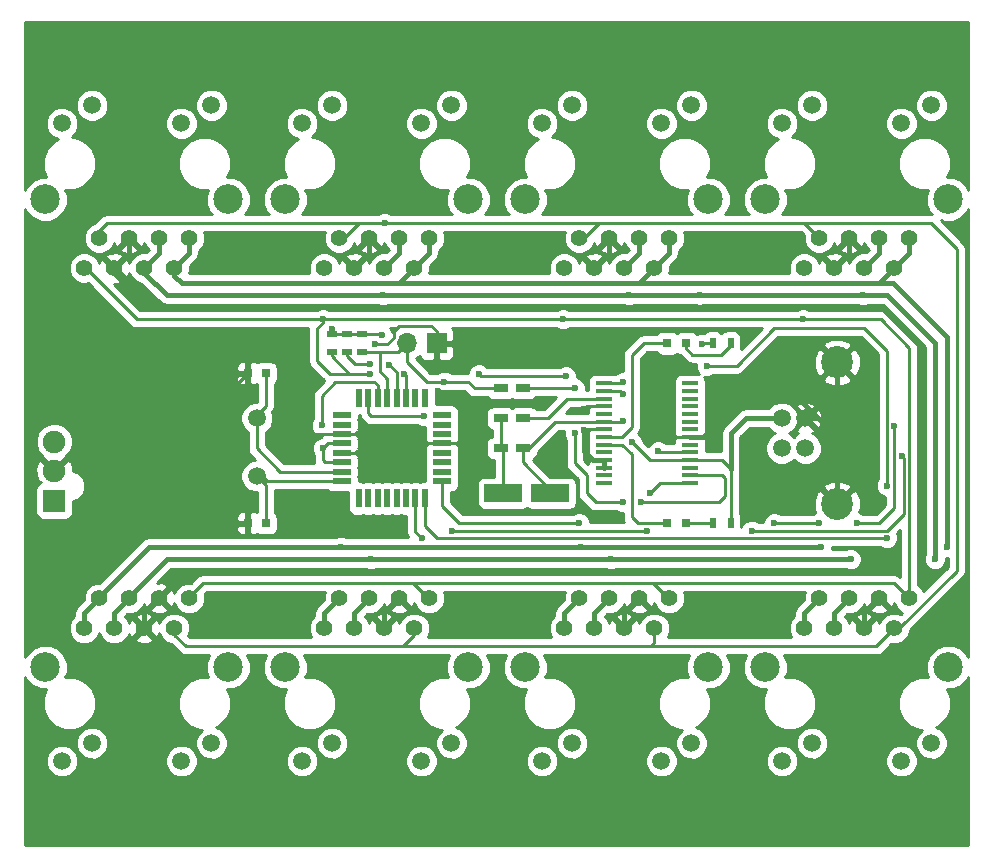
<source format=gbr>
G04 #@! TF.FileFunction,Copper,L1,Top,Signal*
%FSLAX46Y46*%
G04 Gerber Fmt 4.6, Leading zero omitted, Abs format (unit mm)*
G04 Created by KiCad (PCBNEW 4.0.5) date 2017 May 26, Friday 10:14:16*
%MOMM*%
%LPD*%
G01*
G04 APERTURE LIST*
%ADD10C,0.100000*%
%ADD11R,0.800000X0.750000*%
%ADD12R,3.200000X1.500000*%
%ADD13R,1.200000X0.750000*%
%ADD14R,0.800000X0.800000*%
%ADD15R,1.397000X0.348000*%
%ADD16C,1.520000*%
%ADD17C,2.700000*%
%ADD18R,0.900000X0.500000*%
%ADD19R,0.500000X0.900000*%
%ADD20C,1.500000*%
%ADD21R,1.600000X0.550000*%
%ADD22R,0.550000X1.600000*%
%ADD23R,1.700000X1.700000*%
%ADD24O,1.700000X1.700000*%
%ADD25C,1.400000*%
%ADD26C,2.500000*%
%ADD27R,1.900000X1.900000*%
%ADD28C,1.900000*%
%ADD29C,0.600000*%
%ADD30C,0.250000*%
%ADD31C,0.400000*%
%ADD32C,0.254000*%
G04 APERTURE END LIST*
D10*
D11*
X89650000Y-55880000D03*
X88150000Y-55880000D03*
X89650000Y-68580000D03*
X88150000Y-68580000D03*
D12*
X113760000Y-66040000D03*
X109760000Y-66040000D03*
D13*
X111440000Y-62230000D03*
X109540000Y-62230000D03*
X111440000Y-59690000D03*
X109540000Y-59690000D03*
X111440000Y-57150000D03*
X109540000Y-57150000D03*
D14*
X125260000Y-68580000D03*
X123660000Y-68580000D03*
X125260000Y-53340000D03*
X123660000Y-53340000D03*
D15*
X118264000Y-65185000D03*
X118264000Y-64535000D03*
X118264000Y-63885000D03*
X118264000Y-63235000D03*
X118264000Y-62585000D03*
X118264000Y-61935000D03*
X118264000Y-61285000D03*
X118264000Y-59985000D03*
X118264000Y-60635000D03*
X118264000Y-59335000D03*
X118264000Y-58685000D03*
X118264000Y-58035000D03*
X118264000Y-57385000D03*
X118264000Y-56735000D03*
X125576000Y-65185000D03*
X125576000Y-64535000D03*
X125576000Y-63885000D03*
X125576000Y-63235000D03*
X125576000Y-62585000D03*
X125576000Y-61935000D03*
X125576000Y-61285000D03*
X125576000Y-60635000D03*
X125576000Y-59985000D03*
X125576000Y-59335000D03*
X125576000Y-58685000D03*
X125576000Y-58035000D03*
X125576000Y-57385000D03*
X125576000Y-56735000D03*
D16*
X133350000Y-62230000D03*
X133350000Y-59690000D03*
X135350000Y-59690000D03*
X135350000Y-62230000D03*
D17*
X138050000Y-66960000D03*
X138050000Y-54960000D03*
D18*
X96520000Y-52590000D03*
X96520000Y-54090000D03*
X95250000Y-52590000D03*
X95250000Y-54090000D03*
X97790000Y-52590000D03*
X97790000Y-54090000D03*
D19*
X129020000Y-68580000D03*
X127520000Y-68580000D03*
X127520000Y-53340000D03*
X129020000Y-53340000D03*
D20*
X88900000Y-59690000D03*
X88900000Y-64570000D03*
D21*
X96080000Y-59430000D03*
X96080000Y-60230000D03*
X96080000Y-61030000D03*
X96080000Y-61830000D03*
X96080000Y-62630000D03*
X96080000Y-63430000D03*
X96080000Y-64230000D03*
X96080000Y-65030000D03*
D22*
X97530000Y-66480000D03*
X98330000Y-66480000D03*
X99130000Y-66480000D03*
X99930000Y-66480000D03*
X100730000Y-66480000D03*
X101530000Y-66480000D03*
X102330000Y-66480000D03*
X103130000Y-66480000D03*
D21*
X104580000Y-65030000D03*
X104580000Y-64230000D03*
X104580000Y-63430000D03*
X104580000Y-62630000D03*
X104580000Y-61830000D03*
X104580000Y-61030000D03*
X104580000Y-60230000D03*
X104580000Y-59430000D03*
D22*
X103130000Y-57980000D03*
X102330000Y-57980000D03*
X101530000Y-57980000D03*
X100730000Y-57980000D03*
X99930000Y-57980000D03*
X99130000Y-57980000D03*
X98330000Y-57980000D03*
X97530000Y-57980000D03*
D23*
X104140000Y-53340000D03*
D24*
X101600000Y-53340000D03*
D25*
X80645000Y-44440000D03*
X83185000Y-44440000D03*
X81915000Y-46980000D03*
X79375000Y-46980000D03*
X78105000Y-44440000D03*
X76835000Y-46980000D03*
X75565000Y-44440000D03*
X74295000Y-46980000D03*
D26*
X86490000Y-41150000D03*
X70990000Y-41150000D03*
D20*
X74955000Y-33200000D03*
X72415000Y-34720000D03*
X85065000Y-33200000D03*
X82525000Y-34720000D03*
D25*
X100965000Y-44440000D03*
X103505000Y-44440000D03*
X102235000Y-46980000D03*
X99695000Y-46980000D03*
X98425000Y-44440000D03*
X97155000Y-46980000D03*
X95885000Y-44440000D03*
X94615000Y-46980000D03*
D26*
X106810000Y-41150000D03*
X91310000Y-41150000D03*
D20*
X95275000Y-33200000D03*
X92735000Y-34720000D03*
X105385000Y-33200000D03*
X102845000Y-34720000D03*
D25*
X121285000Y-44440000D03*
X123825000Y-44440000D03*
X122555000Y-46980000D03*
X120015000Y-46980000D03*
X118745000Y-44440000D03*
X117475000Y-46980000D03*
X116205000Y-44440000D03*
X114935000Y-46980000D03*
D26*
X127130000Y-41150000D03*
X111630000Y-41150000D03*
D20*
X115595000Y-33200000D03*
X113055000Y-34720000D03*
X125705000Y-33200000D03*
X123165000Y-34720000D03*
D25*
X141605000Y-44440000D03*
X144145000Y-44440000D03*
X142875000Y-46980000D03*
X140335000Y-46980000D03*
X139065000Y-44440000D03*
X137795000Y-46980000D03*
X136525000Y-44440000D03*
X135255000Y-46980000D03*
D26*
X147450000Y-41150000D03*
X131950000Y-41150000D03*
D20*
X135915000Y-33200000D03*
X133375000Y-34720000D03*
X146025000Y-33200000D03*
X143485000Y-34720000D03*
D25*
X76835000Y-77480000D03*
X74295000Y-77480000D03*
X75565000Y-74940000D03*
X78105000Y-74940000D03*
X79375000Y-77480000D03*
X80645000Y-74940000D03*
X81915000Y-77480000D03*
X83185000Y-74940000D03*
D26*
X70990000Y-80770000D03*
X86490000Y-80770000D03*
D20*
X82525000Y-88720000D03*
X85065000Y-87200000D03*
X72415000Y-88720000D03*
X74955000Y-87200000D03*
D25*
X97155000Y-77480000D03*
X94615000Y-77480000D03*
X95885000Y-74940000D03*
X98425000Y-74940000D03*
X99695000Y-77480000D03*
X100965000Y-74940000D03*
X102235000Y-77480000D03*
X103505000Y-74940000D03*
D26*
X91310000Y-80770000D03*
X106810000Y-80770000D03*
D20*
X102845000Y-88720000D03*
X105385000Y-87200000D03*
X92735000Y-88720000D03*
X95275000Y-87200000D03*
D25*
X117475000Y-77480000D03*
X114935000Y-77480000D03*
X116205000Y-74940000D03*
X118745000Y-74940000D03*
X120015000Y-77480000D03*
X121285000Y-74940000D03*
X122555000Y-77480000D03*
X123825000Y-74940000D03*
D26*
X111630000Y-80770000D03*
X127130000Y-80770000D03*
D20*
X123165000Y-88720000D03*
X125705000Y-87200000D03*
X113055000Y-88720000D03*
X115595000Y-87200000D03*
D25*
X137795000Y-77480000D03*
X135255000Y-77480000D03*
X136525000Y-74940000D03*
X139065000Y-74940000D03*
X140335000Y-77480000D03*
X141605000Y-74940000D03*
X142875000Y-77480000D03*
X144145000Y-74940000D03*
D26*
X131950000Y-80770000D03*
X147450000Y-80770000D03*
D20*
X143485000Y-88720000D03*
X146025000Y-87200000D03*
X133375000Y-88720000D03*
X135915000Y-87200000D03*
D27*
X71755000Y-66675000D03*
D28*
X71755000Y-64175000D03*
X71755000Y-61675000D03*
D29*
X104241600Y-57353200D03*
X122885200Y-61214000D03*
X98907600Y-53441600D03*
X116586000Y-58928000D03*
X116586000Y-60706000D03*
X145288000Y-72644000D03*
X121412000Y-72644000D03*
X101092000Y-72644000D03*
X141732000Y-72644000D03*
X97028000Y-50292000D03*
X117348000Y-50292000D03*
X137668000Y-50292000D03*
X94488000Y-62230000D03*
X95300800Y-52120800D03*
X120396000Y-49276000D03*
X126390400Y-49225200D03*
X126593600Y-53390800D03*
X99466400Y-52679600D03*
X120650000Y-61722000D03*
X119888000Y-59944000D03*
X146304000Y-71628000D03*
X98552000Y-71628000D03*
X118872000Y-71628000D03*
X139192000Y-71628000D03*
X99568000Y-49276000D03*
X140208000Y-49276000D03*
X115824000Y-57150000D03*
X115824000Y-60960000D03*
X119888000Y-66802000D03*
X121412000Y-66802000D03*
X104775000Y-56591200D03*
X142240000Y-65405000D03*
X127000000Y-55245000D03*
X119888000Y-57658000D03*
X119888000Y-56642000D03*
X107696000Y-55981600D03*
X103073200Y-59537600D03*
X115062000Y-56134000D03*
X122174000Y-66040000D03*
X122885200Y-62484000D03*
X94386400Y-60299600D03*
X147320000Y-70612000D03*
X96012000Y-70612000D03*
X116332000Y-70612000D03*
X136652000Y-70612000D03*
X99720400Y-43180000D03*
X100126800Y-55168800D03*
X98450400Y-55118000D03*
X98450400Y-55930800D03*
X101396800Y-55930800D03*
X94488000Y-51308000D03*
X114808000Y-51308000D03*
X135128000Y-51308000D03*
X143510000Y-62865000D03*
X130810000Y-69215000D03*
X121920000Y-69215000D03*
X105410000Y-69215000D03*
X102870000Y-69850000D03*
X142240000Y-69850000D03*
X142875000Y-60325000D03*
X139700000Y-68580000D03*
X136525000Y-68580000D03*
X132715000Y-68580000D03*
X116205000Y-68580000D03*
D30*
X88900000Y-59690000D02*
X88900000Y-59385200D01*
X88900000Y-59385200D02*
X89650000Y-58635200D01*
X89650000Y-58635200D02*
X89650000Y-55880000D01*
X88900000Y-59690000D02*
X88900000Y-62230000D01*
X90900000Y-64230000D02*
X96080000Y-64230000D01*
X88900000Y-62230000D02*
X90900000Y-64230000D01*
D31*
X140335000Y-77480000D02*
X140335000Y-76210000D01*
X140335000Y-76210000D02*
X141605000Y-74940000D01*
X120015000Y-77480000D02*
X120015000Y-76210000D01*
X120015000Y-76210000D02*
X121285000Y-74940000D01*
X99695000Y-77480000D02*
X99695000Y-76210000D01*
X99695000Y-76210000D02*
X100965000Y-74940000D01*
X139065000Y-44440000D02*
X139065000Y-45710000D01*
X139065000Y-45710000D02*
X137795000Y-46980000D01*
X118745000Y-44440000D02*
X118745000Y-45710000D01*
X118745000Y-45710000D02*
X117475000Y-46980000D01*
X98425000Y-44440000D02*
X98425000Y-45710000D01*
X98425000Y-45710000D02*
X97155000Y-46980000D01*
D30*
X104580000Y-61830000D02*
X105962400Y-61830000D01*
X106331598Y-57353200D02*
X104241600Y-57353200D01*
X106578400Y-57600002D02*
X106331598Y-57353200D01*
X106578400Y-61214000D02*
X106578400Y-57600002D01*
X105962400Y-61830000D02*
X106578400Y-61214000D01*
X122956200Y-61285000D02*
X125576000Y-61285000D01*
X122885200Y-61214000D02*
X122956200Y-61285000D01*
X88150000Y-55880000D02*
X88150000Y-55004400D01*
X92119600Y-61030000D02*
X96080000Y-61030000D01*
X91490800Y-60401200D02*
X92119600Y-61030000D01*
X91490800Y-55473600D02*
X91490800Y-60401200D01*
X90474800Y-54457600D02*
X91490800Y-55473600D01*
X88696800Y-54457600D02*
X90474800Y-54457600D01*
X88150000Y-55004400D02*
X88696800Y-54457600D01*
X88150000Y-55880000D02*
X88138000Y-55880000D01*
X88138000Y-55880000D02*
X86664800Y-57353200D01*
X86664800Y-57353200D02*
X86664800Y-67767200D01*
X86664800Y-67767200D02*
X87477600Y-68580000D01*
X87477600Y-68580000D02*
X88150000Y-68580000D01*
X98907600Y-53441600D02*
X99923600Y-53441600D01*
X99923600Y-53441600D02*
X100482400Y-52882800D01*
X100482400Y-52882800D02*
X100482400Y-52324000D01*
X100482400Y-52324000D02*
X100939600Y-51866800D01*
X100939600Y-51866800D02*
X103682800Y-51866800D01*
X103682800Y-51866800D02*
X104140000Y-52324000D01*
X104140000Y-52324000D02*
X104140000Y-53340000D01*
X96080000Y-61030000D02*
X101454000Y-61030000D01*
X101454000Y-61030000D02*
X102254000Y-61830000D01*
X96080000Y-62630000D02*
X101454000Y-62630000D01*
X102254000Y-61830000D02*
X104580000Y-61830000D01*
X101454000Y-62630000D02*
X102254000Y-61830000D01*
D31*
X118264000Y-63235000D02*
X117337000Y-63235000D01*
X116586000Y-62484000D02*
X116586000Y-60706000D01*
X117337000Y-63235000D02*
X116586000Y-62484000D01*
X118264000Y-63885000D02*
X118264000Y-63235000D01*
D30*
X118264000Y-58685000D02*
X116829000Y-58685000D01*
X116829000Y-58685000D02*
X116586000Y-58928000D01*
X116657000Y-60635000D02*
X118264000Y-60635000D01*
X116586000Y-60706000D02*
X116657000Y-60635000D01*
D31*
X125576000Y-61285000D02*
X126675000Y-61285000D01*
X126675000Y-61285000D02*
X127508000Y-60452000D01*
X127508000Y-60452000D02*
X127508000Y-58420000D01*
X127508000Y-58420000D02*
X128524000Y-57404000D01*
X128524000Y-57404000D02*
X134112000Y-57404000D01*
X134112000Y-57404000D02*
X136652000Y-59944000D01*
X135350000Y-59690000D02*
X136398000Y-59690000D01*
X138176000Y-62484000D02*
X138050000Y-62484000D01*
X138176000Y-61468000D02*
X138176000Y-62484000D01*
X136398000Y-59690000D02*
X136652000Y-59944000D01*
X136652000Y-59944000D02*
X138176000Y-61468000D01*
X138050000Y-54960000D02*
X138050000Y-62484000D01*
X138050000Y-62484000D02*
X138050000Y-66960000D01*
X137668000Y-50292000D02*
X141732000Y-50292000D01*
X141732000Y-50292000D02*
X145288000Y-53848000D01*
X145288000Y-53848000D02*
X145288000Y-72644000D01*
X80645000Y-74940000D02*
X80645000Y-74803000D01*
X80645000Y-74803000D02*
X82804000Y-72644000D01*
X82804000Y-72644000D02*
X101092000Y-72644000D01*
X121412000Y-72644000D02*
X141732000Y-72644000D01*
X101092000Y-72644000D02*
X121412000Y-72644000D01*
X76835000Y-46980000D02*
X76835000Y-47371000D01*
X76835000Y-47371000D02*
X79756000Y-50292000D01*
X79756000Y-50292000D02*
X97028000Y-50292000D01*
X97028000Y-50292000D02*
X117348000Y-50292000D01*
X117348000Y-50292000D02*
X137668000Y-50292000D01*
X79375000Y-77480000D02*
X79375000Y-76210000D01*
X79375000Y-76210000D02*
X80645000Y-74940000D01*
X78105000Y-44440000D02*
X78105000Y-45710000D01*
X78105000Y-45710000D02*
X76835000Y-46980000D01*
D30*
X89650000Y-68580000D02*
X89650000Y-65320000D01*
X89650000Y-65320000D02*
X88900000Y-64570000D01*
X88900000Y-64570000D02*
X89309600Y-64570000D01*
X89309600Y-64570000D02*
X89769600Y-65030000D01*
X89769600Y-65030000D02*
X96080000Y-65030000D01*
D31*
X137795000Y-77480000D02*
X137795000Y-76210000D01*
X137795000Y-76210000D02*
X139065000Y-74940000D01*
X117475000Y-77480000D02*
X117475000Y-76210000D01*
X117475000Y-76210000D02*
X118745000Y-74940000D01*
X97155000Y-77480000D02*
X97155000Y-76210000D01*
X97155000Y-76210000D02*
X98425000Y-74940000D01*
X141605000Y-44440000D02*
X141605000Y-45710000D01*
X141605000Y-45710000D02*
X140335000Y-46980000D01*
X121285000Y-44440000D02*
X121285000Y-45710000D01*
X121285000Y-45710000D02*
X120015000Y-46980000D01*
X100965000Y-44440000D02*
X100965000Y-45710000D01*
X100965000Y-45710000D02*
X99695000Y-46980000D01*
D30*
X96520000Y-52590000D02*
X97790000Y-52590000D01*
X95250000Y-52590000D02*
X95250000Y-52171600D01*
X95300800Y-52120800D02*
X95250000Y-52171600D01*
X127520000Y-53340000D02*
X126644400Y-53340000D01*
X126644400Y-53340000D02*
X126593600Y-53390800D01*
X126390400Y-49225200D02*
X126390400Y-49276000D01*
X126390400Y-49276000D02*
X126390400Y-49225200D01*
X126390400Y-49225200D02*
X126390400Y-49276000D01*
X97790000Y-52590000D02*
X99376800Y-52590000D01*
X99376800Y-52590000D02*
X99466400Y-52679600D01*
X95250000Y-52590000D02*
X97790000Y-52590000D01*
X96080000Y-61830000D02*
X94888000Y-61830000D01*
X94888000Y-61830000D02*
X94488000Y-62230000D01*
X94672000Y-63430000D02*
X96080000Y-63430000D01*
X94488000Y-62230000D02*
X94488000Y-63246000D01*
X94488000Y-63246000D02*
X94672000Y-63430000D01*
X111440000Y-62230000D02*
X111440000Y-63434000D01*
X111440000Y-63434000D02*
X113760000Y-65754000D01*
X113760000Y-65754000D02*
X113760000Y-66040000D01*
D31*
X133350000Y-59690000D02*
X130302000Y-59690000D01*
X129020000Y-60972000D02*
X129020000Y-63996000D01*
X130302000Y-59690000D02*
X129020000Y-60972000D01*
D30*
X122163000Y-63235000D02*
X120650000Y-61722000D01*
X125576000Y-63235000D02*
X122163000Y-63235000D01*
X119847000Y-59985000D02*
X118264000Y-59985000D01*
X119888000Y-59944000D02*
X119847000Y-59985000D01*
X129020000Y-68580000D02*
X129020000Y-63996000D01*
X128259000Y-63235000D02*
X125576000Y-63235000D01*
X129020000Y-63996000D02*
X128259000Y-63235000D01*
X111440000Y-62230000D02*
X111912400Y-62230000D01*
X111912400Y-62230000D02*
X114157400Y-59985000D01*
X114157400Y-59985000D02*
X118264000Y-59985000D01*
D31*
X140208000Y-49276000D02*
X142240000Y-49276000D01*
X146304000Y-53340000D02*
X146304000Y-71628000D01*
X142240000Y-49276000D02*
X146304000Y-53340000D01*
X78105000Y-74940000D02*
X78105000Y-74803000D01*
X78105000Y-74803000D02*
X81280000Y-71628000D01*
X81280000Y-71628000D02*
X98552000Y-71628000D01*
X98552000Y-71628000D02*
X118872000Y-71628000D01*
X118872000Y-71628000D02*
X139192000Y-71628000D01*
X79375000Y-46980000D02*
X79375000Y-47371000D01*
X79375000Y-47371000D02*
X81280000Y-49276000D01*
X81280000Y-49276000D02*
X99568000Y-49276000D01*
X99568000Y-49276000D02*
X120396000Y-49276000D01*
X120396000Y-49276000D02*
X126390400Y-49276000D01*
X126390400Y-49276000D02*
X140208000Y-49276000D01*
X76835000Y-77480000D02*
X76835000Y-76210000D01*
X76835000Y-76210000D02*
X78105000Y-74940000D01*
X80645000Y-44440000D02*
X80645000Y-45710000D01*
X80645000Y-45710000D02*
X79375000Y-46980000D01*
D30*
X109540000Y-59690000D02*
X109540000Y-62230000D01*
X109760000Y-66040000D02*
X109760000Y-62450000D01*
X109760000Y-62450000D02*
X109540000Y-62230000D01*
X111440000Y-59690000D02*
X113538000Y-59690000D01*
X115193000Y-58035000D02*
X118264000Y-58035000D01*
X113538000Y-59690000D02*
X115193000Y-58035000D01*
X125730000Y-66802000D02*
X128016000Y-66802000D01*
X115824000Y-60960000D02*
X115824000Y-63500000D01*
X115824000Y-63500000D02*
X116840000Y-64516000D01*
X116840000Y-64516000D02*
X116840000Y-66040000D01*
X116840000Y-66040000D02*
X117602000Y-66802000D01*
X117602000Y-66802000D02*
X119888000Y-66802000D01*
X121412000Y-66802000D02*
X125730000Y-66802000D01*
X111440000Y-57150000D02*
X115824000Y-57150000D01*
X128289000Y-64535000D02*
X125576000Y-64535000D01*
X128524000Y-64770000D02*
X128289000Y-64535000D01*
X128524000Y-66294000D02*
X128524000Y-64770000D01*
X128016000Y-66802000D02*
X128524000Y-66294000D01*
X142240000Y-53975000D02*
X142240000Y-65405000D01*
X140335000Y-52070000D02*
X142240000Y-53975000D01*
X132715000Y-52070000D02*
X140335000Y-52070000D01*
X129540000Y-55245000D02*
X132715000Y-52070000D01*
X127000000Y-55245000D02*
X129540000Y-55245000D01*
X101600000Y-53340000D02*
X101600000Y-54914800D01*
X107340400Y-57150000D02*
X109540000Y-57150000D01*
X106781600Y-56591200D02*
X107340400Y-57150000D01*
X103276400Y-56591200D02*
X104775000Y-56591200D01*
X104775000Y-56591200D02*
X106781600Y-56591200D01*
X101600000Y-54914800D02*
X103276400Y-56591200D01*
X99314000Y-54090000D02*
X99314000Y-55727600D01*
X99930000Y-56343600D02*
X99930000Y-57980000D01*
X99314000Y-55727600D02*
X99930000Y-56343600D01*
X97790000Y-54090000D02*
X99314000Y-54090000D01*
X99314000Y-54090000D02*
X100850000Y-54090000D01*
X100850000Y-54090000D02*
X101600000Y-53340000D01*
X125260000Y-68580000D02*
X127520000Y-68580000D01*
X118264000Y-61935000D02*
X119847000Y-61935000D01*
X121158000Y-68580000D02*
X123660000Y-68580000D01*
X120650000Y-68072000D02*
X121158000Y-68580000D01*
X120650000Y-62738000D02*
X120650000Y-68072000D01*
X119847000Y-61935000D02*
X120650000Y-62738000D01*
X129020000Y-53340000D02*
X129020000Y-53504400D01*
X129020000Y-53504400D02*
X128219200Y-54305200D01*
X128219200Y-54305200D02*
X125780800Y-54305200D01*
X125780800Y-54305200D02*
X125260000Y-53784400D01*
X125260000Y-53784400D02*
X125260000Y-53340000D01*
X118264000Y-61285000D02*
X119817000Y-61285000D01*
X121666000Y-53340000D02*
X123660000Y-53340000D01*
X120650000Y-54356000D02*
X121666000Y-53340000D01*
X120650000Y-60452000D02*
X120650000Y-54356000D01*
X119817000Y-61285000D02*
X120650000Y-60452000D01*
X118264000Y-57385000D02*
X119615000Y-57385000D01*
X119615000Y-57385000D02*
X119888000Y-57658000D01*
X118264000Y-56735000D02*
X119795000Y-56735000D01*
X119795000Y-56735000D02*
X119888000Y-56642000D01*
X98330000Y-57980000D02*
X98330000Y-59264800D01*
X107848400Y-56134000D02*
X115062000Y-56134000D01*
X107696000Y-55981600D02*
X107848400Y-56134000D01*
X98602800Y-59537600D02*
X103073200Y-59537600D01*
X98330000Y-59264800D02*
X98602800Y-59537600D01*
X125576000Y-65185000D02*
X123029000Y-65185000D01*
X123029000Y-65185000D02*
X122174000Y-66040000D01*
X99130000Y-57980000D02*
X99130000Y-56915200D01*
X122986200Y-62585000D02*
X125576000Y-62585000D01*
X122885200Y-62484000D02*
X122986200Y-62585000D01*
X94386400Y-57810400D02*
X94386400Y-60299600D01*
X95554800Y-56642000D02*
X94386400Y-57810400D01*
X98856800Y-56642000D02*
X95554800Y-56642000D01*
X99130000Y-56915200D02*
X98856800Y-56642000D01*
D31*
X135255000Y-77480000D02*
X135255000Y-76210000D01*
X135255000Y-76210000D02*
X136525000Y-74940000D01*
X114935000Y-77480000D02*
X114935000Y-76210000D01*
X114935000Y-76210000D02*
X116205000Y-74940000D01*
X94615000Y-77480000D02*
X94615000Y-76210000D01*
X94615000Y-76210000D02*
X95885000Y-74940000D01*
X141595000Y-48260000D02*
X142748000Y-48260000D01*
X147320000Y-52832000D02*
X147320000Y-70612000D01*
X142748000Y-48260000D02*
X147320000Y-52832000D01*
X75565000Y-74940000D02*
X75565000Y-74803000D01*
X75565000Y-74803000D02*
X79756000Y-70612000D01*
X79756000Y-70612000D02*
X96012000Y-70612000D01*
X96012000Y-70612000D02*
X116332000Y-70612000D01*
X116332000Y-70612000D02*
X136652000Y-70612000D01*
X120650000Y-48260000D02*
X141595000Y-48260000D01*
X141595000Y-48260000D02*
X142875000Y-46980000D01*
X100955000Y-48260000D02*
X120650000Y-48260000D01*
X120650000Y-48260000D02*
X121275000Y-48260000D01*
X121275000Y-48260000D02*
X122555000Y-46980000D01*
X81915000Y-46980000D02*
X81915000Y-47625000D01*
X81915000Y-47625000D02*
X82550000Y-48260000D01*
X100955000Y-48260000D02*
X102235000Y-46980000D01*
X82550000Y-48260000D02*
X100955000Y-48260000D01*
X74295000Y-77480000D02*
X74295000Y-76210000D01*
X74295000Y-76210000D02*
X75565000Y-74940000D01*
X144145000Y-44440000D02*
X144145000Y-45710000D01*
X144145000Y-45710000D02*
X142875000Y-46980000D01*
X123825000Y-44440000D02*
X123825000Y-45710000D01*
X123825000Y-45710000D02*
X122555000Y-46980000D01*
X103505000Y-44440000D02*
X103505000Y-45710000D01*
X103505000Y-45710000D02*
X102235000Y-46980000D01*
X83185000Y-44440000D02*
X83185000Y-45710000D01*
X83185000Y-45710000D02*
X81915000Y-46980000D01*
D30*
X142875000Y-77480000D02*
X143296800Y-77480000D01*
X143296800Y-77480000D02*
X148183600Y-72593200D01*
X145999200Y-43180000D02*
X135265000Y-43180000D01*
X148183600Y-45364400D02*
X145999200Y-43180000D01*
X148183600Y-72593200D02*
X148183600Y-45364400D01*
X102235000Y-77480000D02*
X102235000Y-78003400D01*
X102235000Y-78003400D02*
X101244400Y-78994000D01*
X122555000Y-77480000D02*
X122555000Y-78714600D01*
X122021600Y-78943200D02*
X122021600Y-78994000D01*
X122072400Y-78994000D02*
X122021600Y-78943200D01*
X122275600Y-78994000D02*
X122072400Y-78994000D01*
X122555000Y-78714600D02*
X122275600Y-78994000D01*
X81915000Y-77480000D02*
X81915000Y-78003400D01*
X81915000Y-78003400D02*
X82905600Y-78994000D01*
X82905600Y-78994000D02*
X101244400Y-78994000D01*
X101244400Y-78994000D02*
X122021600Y-78994000D01*
X122021600Y-78994000D02*
X141361000Y-78994000D01*
X141361000Y-78994000D02*
X142875000Y-77480000D01*
X96520000Y-54090000D02*
X96520000Y-54406800D01*
X100730000Y-55772000D02*
X100730000Y-57980000D01*
X100126800Y-55168800D02*
X100730000Y-55772000D01*
X97231200Y-55118000D02*
X98450400Y-55118000D01*
X96520000Y-54406800D02*
X97231200Y-55118000D01*
X95885000Y-44440000D02*
X96276000Y-44440000D01*
X96276000Y-44440000D02*
X97536000Y-43180000D01*
X116205000Y-44440000D02*
X116596000Y-44440000D01*
X116596000Y-44440000D02*
X117856000Y-43180000D01*
X75565000Y-44440000D02*
X75565000Y-43815000D01*
X75565000Y-43815000D02*
X76200000Y-43180000D01*
X76200000Y-43180000D02*
X97536000Y-43180000D01*
X97536000Y-43180000D02*
X99720400Y-43180000D01*
X99720400Y-43180000D02*
X117856000Y-43180000D01*
X117856000Y-43180000D02*
X135265000Y-43180000D01*
X135265000Y-43180000D02*
X136525000Y-44440000D01*
X94488000Y-51308000D02*
X94488000Y-51612800D01*
X95097600Y-55930800D02*
X96977200Y-55930800D01*
X94030800Y-54864000D02*
X95097600Y-55930800D01*
X94030800Y-52070000D02*
X94030800Y-54864000D01*
X94488000Y-51612800D02*
X94030800Y-52070000D01*
X95250000Y-54090000D02*
X95250000Y-54457600D01*
X95250000Y-54457600D02*
X96723200Y-55930800D01*
X96723200Y-55930800D02*
X96977200Y-55930800D01*
X101530000Y-56064000D02*
X101530000Y-57980000D01*
X96977200Y-55930800D02*
X98450400Y-55930800D01*
X101396800Y-55930800D02*
X101530000Y-56064000D01*
X95250000Y-54090000D02*
X95250000Y-54305200D01*
X135128000Y-51308000D02*
X141732000Y-51308000D01*
X144145000Y-53721000D02*
X144145000Y-74940000D01*
X141732000Y-51308000D02*
X144145000Y-53721000D01*
X103505000Y-74940000D02*
X103388000Y-74940000D01*
X103388000Y-74940000D02*
X102108000Y-73660000D01*
X123825000Y-74940000D02*
X123708000Y-74940000D01*
X123708000Y-74940000D02*
X122428000Y-73660000D01*
X83185000Y-74940000D02*
X83185000Y-74803000D01*
X83185000Y-74803000D02*
X84328000Y-73660000D01*
X84328000Y-73660000D02*
X102108000Y-73660000D01*
X102108000Y-73660000D02*
X122428000Y-73660000D01*
X122428000Y-73660000D02*
X142865000Y-73660000D01*
X142865000Y-73660000D02*
X144145000Y-74940000D01*
X74295000Y-46980000D02*
X74412000Y-46980000D01*
X74412000Y-46980000D02*
X78740000Y-51308000D01*
X78740000Y-51308000D02*
X94488000Y-51308000D01*
X94488000Y-51308000D02*
X114808000Y-51308000D01*
X114808000Y-51308000D02*
X135128000Y-51308000D01*
X102330000Y-66480000D02*
X102330000Y-69310000D01*
X143694998Y-63049998D02*
X143510000Y-62865000D01*
X143694998Y-67760002D02*
X143694998Y-63049998D01*
X142240000Y-69215000D02*
X143694998Y-67760002D01*
X140335000Y-69215000D02*
X142240000Y-69215000D01*
X130810000Y-69215000D02*
X140335000Y-69215000D01*
X105410000Y-69215000D02*
X121920000Y-69215000D01*
X102330000Y-69310000D02*
X102870000Y-69850000D01*
X103130000Y-66480000D02*
X103130000Y-68840000D01*
X104140000Y-69850000D02*
X142240000Y-69850000D01*
X103130000Y-68840000D02*
X104140000Y-69850000D01*
X104580000Y-65030000D02*
X104580000Y-67115000D01*
X142875000Y-67310000D02*
X142875000Y-60325000D01*
X141605000Y-68580000D02*
X142875000Y-67310000D01*
X139700000Y-68580000D02*
X141605000Y-68580000D01*
X132715000Y-68580000D02*
X136525000Y-68580000D01*
X106045000Y-68580000D02*
X116205000Y-68580000D01*
X104580000Y-67115000D02*
X106045000Y-68580000D01*
D32*
G36*
X149150000Y-40328171D02*
X149048957Y-40083628D01*
X148519161Y-39552907D01*
X147826595Y-39265328D01*
X147378368Y-39264937D01*
X147674607Y-38551514D01*
X147675391Y-37652430D01*
X147332052Y-36821485D01*
X146696859Y-36185182D01*
X145866514Y-35840393D01*
X144967430Y-35839609D01*
X144136485Y-36182948D01*
X143500182Y-36818141D01*
X143155393Y-37648486D01*
X143154609Y-38547570D01*
X143497948Y-39378515D01*
X144133141Y-40014818D01*
X144963486Y-40359607D01*
X145736872Y-40360281D01*
X145565328Y-40773405D01*
X145564674Y-41523305D01*
X145851043Y-42216372D01*
X146067972Y-42433680D01*
X145999200Y-42420000D01*
X133345903Y-42420000D01*
X133547093Y-42219161D01*
X133834672Y-41526595D01*
X133835326Y-40776695D01*
X133663036Y-40359720D01*
X134432570Y-40360391D01*
X135263515Y-40017052D01*
X135899818Y-39381859D01*
X136244607Y-38551514D01*
X136245391Y-37652430D01*
X135902052Y-36821485D01*
X135266859Y-36185182D01*
X134436514Y-35840393D01*
X134213243Y-35840198D01*
X134548461Y-35505564D01*
X134759759Y-34996702D01*
X134759761Y-34994285D01*
X142099760Y-34994285D01*
X142310169Y-35503515D01*
X142699436Y-35893461D01*
X143208298Y-36104759D01*
X143759285Y-36105240D01*
X144268515Y-35894831D01*
X144658461Y-35505564D01*
X144869759Y-34996702D01*
X144870240Y-34445715D01*
X144659831Y-33936485D01*
X144270564Y-33546539D01*
X144096558Y-33474285D01*
X144639760Y-33474285D01*
X144850169Y-33983515D01*
X145239436Y-34373461D01*
X145748298Y-34584759D01*
X146299285Y-34585240D01*
X146808515Y-34374831D01*
X147198461Y-33985564D01*
X147409759Y-33476702D01*
X147410240Y-32925715D01*
X147199831Y-32416485D01*
X146810564Y-32026539D01*
X146301702Y-31815241D01*
X145750715Y-31814760D01*
X145241485Y-32025169D01*
X144851539Y-32414436D01*
X144640241Y-32923298D01*
X144639760Y-33474285D01*
X144096558Y-33474285D01*
X143761702Y-33335241D01*
X143210715Y-33334760D01*
X142701485Y-33545169D01*
X142311539Y-33934436D01*
X142100241Y-34443298D01*
X142099760Y-34994285D01*
X134759761Y-34994285D01*
X134760240Y-34445715D01*
X134549831Y-33936485D01*
X134160564Y-33546539D01*
X133986558Y-33474285D01*
X134529760Y-33474285D01*
X134740169Y-33983515D01*
X135129436Y-34373461D01*
X135638298Y-34584759D01*
X136189285Y-34585240D01*
X136698515Y-34374831D01*
X137088461Y-33985564D01*
X137299759Y-33476702D01*
X137300240Y-32925715D01*
X137089831Y-32416485D01*
X136700564Y-32026539D01*
X136191702Y-31815241D01*
X135640715Y-31814760D01*
X135131485Y-32025169D01*
X134741539Y-32414436D01*
X134530241Y-32923298D01*
X134529760Y-33474285D01*
X133986558Y-33474285D01*
X133651702Y-33335241D01*
X133100715Y-33334760D01*
X132591485Y-33545169D01*
X132201539Y-33934436D01*
X131990241Y-34443298D01*
X131989760Y-34994285D01*
X132200169Y-35503515D01*
X132589436Y-35893461D01*
X132997258Y-36062803D01*
X132706485Y-36182948D01*
X132070182Y-36818141D01*
X131725393Y-37648486D01*
X131724609Y-38547570D01*
X132021070Y-39265062D01*
X131576695Y-39264674D01*
X130883628Y-39551043D01*
X130352907Y-40080839D01*
X130065328Y-40773405D01*
X130064674Y-41523305D01*
X130351043Y-42216372D01*
X130554316Y-42420000D01*
X128525903Y-42420000D01*
X128727093Y-42219161D01*
X129014672Y-41526595D01*
X129015326Y-40776695D01*
X128728957Y-40083628D01*
X128199161Y-39552907D01*
X127506595Y-39265328D01*
X127058368Y-39264937D01*
X127354607Y-38551514D01*
X127355391Y-37652430D01*
X127012052Y-36821485D01*
X126376859Y-36185182D01*
X125546514Y-35840393D01*
X124647430Y-35839609D01*
X123816485Y-36182948D01*
X123180182Y-36818141D01*
X122835393Y-37648486D01*
X122834609Y-38547570D01*
X123177948Y-39378515D01*
X123813141Y-40014818D01*
X124643486Y-40359607D01*
X125416872Y-40360281D01*
X125245328Y-40773405D01*
X125244674Y-41523305D01*
X125531043Y-42216372D01*
X125734316Y-42420000D01*
X113025903Y-42420000D01*
X113227093Y-42219161D01*
X113514672Y-41526595D01*
X113515326Y-40776695D01*
X113343036Y-40359720D01*
X114112570Y-40360391D01*
X114943515Y-40017052D01*
X115579818Y-39381859D01*
X115924607Y-38551514D01*
X115925391Y-37652430D01*
X115582052Y-36821485D01*
X114946859Y-36185182D01*
X114116514Y-35840393D01*
X113893243Y-35840198D01*
X114228461Y-35505564D01*
X114439759Y-34996702D01*
X114439761Y-34994285D01*
X121779760Y-34994285D01*
X121990169Y-35503515D01*
X122379436Y-35893461D01*
X122888298Y-36104759D01*
X123439285Y-36105240D01*
X123948515Y-35894831D01*
X124338461Y-35505564D01*
X124549759Y-34996702D01*
X124550240Y-34445715D01*
X124339831Y-33936485D01*
X123950564Y-33546539D01*
X123776558Y-33474285D01*
X124319760Y-33474285D01*
X124530169Y-33983515D01*
X124919436Y-34373461D01*
X125428298Y-34584759D01*
X125979285Y-34585240D01*
X126488515Y-34374831D01*
X126878461Y-33985564D01*
X127089759Y-33476702D01*
X127090240Y-32925715D01*
X126879831Y-32416485D01*
X126490564Y-32026539D01*
X125981702Y-31815241D01*
X125430715Y-31814760D01*
X124921485Y-32025169D01*
X124531539Y-32414436D01*
X124320241Y-32923298D01*
X124319760Y-33474285D01*
X123776558Y-33474285D01*
X123441702Y-33335241D01*
X122890715Y-33334760D01*
X122381485Y-33545169D01*
X121991539Y-33934436D01*
X121780241Y-34443298D01*
X121779760Y-34994285D01*
X114439761Y-34994285D01*
X114440240Y-34445715D01*
X114229831Y-33936485D01*
X113840564Y-33546539D01*
X113666558Y-33474285D01*
X114209760Y-33474285D01*
X114420169Y-33983515D01*
X114809436Y-34373461D01*
X115318298Y-34584759D01*
X115869285Y-34585240D01*
X116378515Y-34374831D01*
X116768461Y-33985564D01*
X116979759Y-33476702D01*
X116980240Y-32925715D01*
X116769831Y-32416485D01*
X116380564Y-32026539D01*
X115871702Y-31815241D01*
X115320715Y-31814760D01*
X114811485Y-32025169D01*
X114421539Y-32414436D01*
X114210241Y-32923298D01*
X114209760Y-33474285D01*
X113666558Y-33474285D01*
X113331702Y-33335241D01*
X112780715Y-33334760D01*
X112271485Y-33545169D01*
X111881539Y-33934436D01*
X111670241Y-34443298D01*
X111669760Y-34994285D01*
X111880169Y-35503515D01*
X112269436Y-35893461D01*
X112677258Y-36062803D01*
X112386485Y-36182948D01*
X111750182Y-36818141D01*
X111405393Y-37648486D01*
X111404609Y-38547570D01*
X111701070Y-39265062D01*
X111256695Y-39264674D01*
X110563628Y-39551043D01*
X110032907Y-40080839D01*
X109745328Y-40773405D01*
X109744674Y-41523305D01*
X110031043Y-42216372D01*
X110234316Y-42420000D01*
X108205903Y-42420000D01*
X108407093Y-42219161D01*
X108694672Y-41526595D01*
X108695326Y-40776695D01*
X108408957Y-40083628D01*
X107879161Y-39552907D01*
X107186595Y-39265328D01*
X106738368Y-39264937D01*
X107034607Y-38551514D01*
X107035391Y-37652430D01*
X106692052Y-36821485D01*
X106056859Y-36185182D01*
X105226514Y-35840393D01*
X104327430Y-35839609D01*
X103496485Y-36182948D01*
X102860182Y-36818141D01*
X102515393Y-37648486D01*
X102514609Y-38547570D01*
X102857948Y-39378515D01*
X103493141Y-40014818D01*
X104323486Y-40359607D01*
X105096872Y-40360281D01*
X104925328Y-40773405D01*
X104924674Y-41523305D01*
X105211043Y-42216372D01*
X105414316Y-42420000D01*
X100282863Y-42420000D01*
X100250727Y-42387808D01*
X99907199Y-42245162D01*
X99535233Y-42244838D01*
X99191457Y-42386883D01*
X99158282Y-42420000D01*
X92705903Y-42420000D01*
X92907093Y-42219161D01*
X93194672Y-41526595D01*
X93195326Y-40776695D01*
X93023036Y-40359720D01*
X93792570Y-40360391D01*
X94623515Y-40017052D01*
X95259818Y-39381859D01*
X95604607Y-38551514D01*
X95605391Y-37652430D01*
X95262052Y-36821485D01*
X94626859Y-36185182D01*
X93796514Y-35840393D01*
X93573243Y-35840198D01*
X93908461Y-35505564D01*
X94119759Y-34996702D01*
X94119761Y-34994285D01*
X101459760Y-34994285D01*
X101670169Y-35503515D01*
X102059436Y-35893461D01*
X102568298Y-36104759D01*
X103119285Y-36105240D01*
X103628515Y-35894831D01*
X104018461Y-35505564D01*
X104229759Y-34996702D01*
X104230240Y-34445715D01*
X104019831Y-33936485D01*
X103630564Y-33546539D01*
X103456558Y-33474285D01*
X103999760Y-33474285D01*
X104210169Y-33983515D01*
X104599436Y-34373461D01*
X105108298Y-34584759D01*
X105659285Y-34585240D01*
X106168515Y-34374831D01*
X106558461Y-33985564D01*
X106769759Y-33476702D01*
X106770240Y-32925715D01*
X106559831Y-32416485D01*
X106170564Y-32026539D01*
X105661702Y-31815241D01*
X105110715Y-31814760D01*
X104601485Y-32025169D01*
X104211539Y-32414436D01*
X104000241Y-32923298D01*
X103999760Y-33474285D01*
X103456558Y-33474285D01*
X103121702Y-33335241D01*
X102570715Y-33334760D01*
X102061485Y-33545169D01*
X101671539Y-33934436D01*
X101460241Y-34443298D01*
X101459760Y-34994285D01*
X94119761Y-34994285D01*
X94120240Y-34445715D01*
X93909831Y-33936485D01*
X93520564Y-33546539D01*
X93346558Y-33474285D01*
X93889760Y-33474285D01*
X94100169Y-33983515D01*
X94489436Y-34373461D01*
X94998298Y-34584759D01*
X95549285Y-34585240D01*
X96058515Y-34374831D01*
X96448461Y-33985564D01*
X96659759Y-33476702D01*
X96660240Y-32925715D01*
X96449831Y-32416485D01*
X96060564Y-32026539D01*
X95551702Y-31815241D01*
X95000715Y-31814760D01*
X94491485Y-32025169D01*
X94101539Y-32414436D01*
X93890241Y-32923298D01*
X93889760Y-33474285D01*
X93346558Y-33474285D01*
X93011702Y-33335241D01*
X92460715Y-33334760D01*
X91951485Y-33545169D01*
X91561539Y-33934436D01*
X91350241Y-34443298D01*
X91349760Y-34994285D01*
X91560169Y-35503515D01*
X91949436Y-35893461D01*
X92357258Y-36062803D01*
X92066485Y-36182948D01*
X91430182Y-36818141D01*
X91085393Y-37648486D01*
X91084609Y-38547570D01*
X91381070Y-39265062D01*
X90936695Y-39264674D01*
X90243628Y-39551043D01*
X89712907Y-40080839D01*
X89425328Y-40773405D01*
X89424674Y-41523305D01*
X89711043Y-42216372D01*
X89914316Y-42420000D01*
X87885903Y-42420000D01*
X88087093Y-42219161D01*
X88374672Y-41526595D01*
X88375326Y-40776695D01*
X88088957Y-40083628D01*
X87559161Y-39552907D01*
X86866595Y-39265328D01*
X86418368Y-39264937D01*
X86714607Y-38551514D01*
X86715391Y-37652430D01*
X86372052Y-36821485D01*
X85736859Y-36185182D01*
X84906514Y-35840393D01*
X84007430Y-35839609D01*
X83176485Y-36182948D01*
X82540182Y-36818141D01*
X82195393Y-37648486D01*
X82194609Y-38547570D01*
X82537948Y-39378515D01*
X83173141Y-40014818D01*
X84003486Y-40359607D01*
X84776872Y-40360281D01*
X84605328Y-40773405D01*
X84604674Y-41523305D01*
X84891043Y-42216372D01*
X85094316Y-42420000D01*
X76200000Y-42420000D01*
X75909161Y-42477852D01*
X75662599Y-42642599D01*
X75129884Y-43175314D01*
X74809771Y-43307582D01*
X74433902Y-43682796D01*
X74230232Y-44173287D01*
X74229769Y-44704383D01*
X74432582Y-45195229D01*
X74807796Y-45571098D01*
X75298287Y-45774768D01*
X75829383Y-45775231D01*
X76320229Y-45572418D01*
X76517716Y-45375275D01*
X77349331Y-45375275D01*
X77411169Y-45611042D01*
X77912122Y-45787419D01*
X78442440Y-45758664D01*
X78798831Y-45611042D01*
X78860669Y-45375275D01*
X78105000Y-44619605D01*
X77349331Y-45375275D01*
X76517716Y-45375275D01*
X76696098Y-45197204D01*
X76828316Y-44878788D01*
X76933958Y-45133831D01*
X77169725Y-45195669D01*
X77925395Y-44440000D01*
X77911252Y-44425858D01*
X78090858Y-44246253D01*
X78105000Y-44260395D01*
X78119143Y-44246253D01*
X78298748Y-44425858D01*
X78284605Y-44440000D01*
X79040275Y-45195669D01*
X79276042Y-45133831D01*
X79373196Y-44857889D01*
X79512582Y-45195229D01*
X79745539Y-45428593D01*
X79528998Y-45645134D01*
X79110617Y-45644769D01*
X78619771Y-45847582D01*
X78243902Y-46222796D01*
X78111684Y-46541212D01*
X78006042Y-46286169D01*
X77770275Y-46224331D01*
X77014605Y-46980000D01*
X77770275Y-47735669D01*
X78006042Y-47673831D01*
X78103196Y-47397889D01*
X78242582Y-47735229D01*
X78617796Y-48111098D01*
X79108287Y-48314768D01*
X79137926Y-48314794D01*
X80689566Y-49866434D01*
X80960459Y-50047439D01*
X81280000Y-50111000D01*
X99140766Y-50111000D01*
X99381201Y-50210838D01*
X99753167Y-50211162D01*
X99995578Y-50111000D01*
X119968766Y-50111000D01*
X120209201Y-50210838D01*
X120581167Y-50211162D01*
X120823578Y-50111000D01*
X126085505Y-50111000D01*
X126203601Y-50160038D01*
X126575567Y-50160362D01*
X126695032Y-50111000D01*
X139780766Y-50111000D01*
X140021201Y-50210838D01*
X140393167Y-50211162D01*
X140635578Y-50111000D01*
X141894132Y-50111000D01*
X145469000Y-53685868D01*
X145469000Y-71200766D01*
X145369162Y-71441201D01*
X145368838Y-71813167D01*
X145510883Y-72156943D01*
X145773673Y-72420192D01*
X146117201Y-72562838D01*
X146489167Y-72563162D01*
X146832943Y-72421117D01*
X147096192Y-72158327D01*
X147238838Y-71814799D01*
X147239071Y-71546930D01*
X147423600Y-71547091D01*
X147423600Y-72278398D01*
X145347534Y-74354464D01*
X145277418Y-74184771D01*
X144905000Y-73811703D01*
X144905000Y-53721000D01*
X144881863Y-53604683D01*
X144847148Y-53430160D01*
X144682401Y-53183599D01*
X142269401Y-50770599D01*
X142022839Y-50605852D01*
X141732000Y-50548000D01*
X135690463Y-50548000D01*
X135658327Y-50515808D01*
X135314799Y-50373162D01*
X134942833Y-50372838D01*
X134599057Y-50514883D01*
X134565882Y-50548000D01*
X115370463Y-50548000D01*
X115338327Y-50515808D01*
X114994799Y-50373162D01*
X114622833Y-50372838D01*
X114279057Y-50514883D01*
X114245882Y-50548000D01*
X95050463Y-50548000D01*
X95018327Y-50515808D01*
X94674799Y-50373162D01*
X94302833Y-50372838D01*
X93959057Y-50514883D01*
X93925882Y-50548000D01*
X79054802Y-50548000D01*
X76824341Y-48317539D01*
X77172440Y-48298664D01*
X77528831Y-48151042D01*
X77590669Y-47915275D01*
X76835000Y-47159605D01*
X76820858Y-47173748D01*
X76641252Y-46994142D01*
X76655395Y-46980000D01*
X75899725Y-46224331D01*
X75663958Y-46286169D01*
X75566804Y-46562111D01*
X75427418Y-46224771D01*
X75247686Y-46044725D01*
X76079331Y-46044725D01*
X76835000Y-46800395D01*
X77590669Y-46044725D01*
X77528831Y-45808958D01*
X77027878Y-45632581D01*
X76497560Y-45661336D01*
X76141169Y-45808958D01*
X76079331Y-46044725D01*
X75247686Y-46044725D01*
X75052204Y-45848902D01*
X74561713Y-45645232D01*
X74030617Y-45644769D01*
X73539771Y-45847582D01*
X73163902Y-46222796D01*
X72960232Y-46713287D01*
X72959769Y-47244383D01*
X73162582Y-47735229D01*
X73537796Y-48111098D01*
X74028287Y-48314768D01*
X74559383Y-48315231D01*
X74639376Y-48282178D01*
X78202599Y-51845401D01*
X78449160Y-52010148D01*
X78740000Y-52068000D01*
X93271198Y-52068000D01*
X93270800Y-52070000D01*
X93270800Y-54864000D01*
X93328652Y-55154839D01*
X93493399Y-55401401D01*
X94560199Y-56468201D01*
X94616307Y-56505691D01*
X93848999Y-57272999D01*
X93684252Y-57519561D01*
X93626400Y-57810400D01*
X93626400Y-59737137D01*
X93594208Y-59769273D01*
X93451562Y-60112801D01*
X93451238Y-60484767D01*
X93593283Y-60828543D01*
X93856073Y-61091792D01*
X94199601Y-61234438D01*
X94437333Y-61234645D01*
X94350599Y-61292599D01*
X94348320Y-61294878D01*
X94302833Y-61294838D01*
X93959057Y-61436883D01*
X93695808Y-61699673D01*
X93553162Y-62043201D01*
X93552838Y-62415167D01*
X93694883Y-62758943D01*
X93728000Y-62792118D01*
X93728000Y-63246000D01*
X93772557Y-63470000D01*
X91214802Y-63470000D01*
X89660000Y-61915198D01*
X89660000Y-60874547D01*
X89683515Y-60864831D01*
X90073461Y-60475564D01*
X90284759Y-59966702D01*
X90285240Y-59415715D01*
X90185552Y-59174450D01*
X90187401Y-59172601D01*
X90352148Y-58926040D01*
X90410000Y-58635200D01*
X90410000Y-56777931D01*
X90501441Y-56719090D01*
X90646431Y-56506890D01*
X90697440Y-56255000D01*
X90697440Y-55505000D01*
X90653162Y-55269683D01*
X90514090Y-55053559D01*
X90301890Y-54908569D01*
X90050000Y-54857560D01*
X89250000Y-54857560D01*
X89014683Y-54901838D01*
X88911354Y-54968329D01*
X88909698Y-54966673D01*
X88676309Y-54870000D01*
X88435750Y-54870000D01*
X88277000Y-55028750D01*
X88277000Y-55753000D01*
X88297000Y-55753000D01*
X88297000Y-56007000D01*
X88277000Y-56007000D01*
X88277000Y-56731250D01*
X88435750Y-56890000D01*
X88676309Y-56890000D01*
X88890000Y-56801486D01*
X88890000Y-58304991D01*
X88625715Y-58304760D01*
X88116485Y-58515169D01*
X87726539Y-58904436D01*
X87515241Y-59413298D01*
X87514760Y-59964285D01*
X87725169Y-60473515D01*
X88114436Y-60863461D01*
X88140000Y-60874076D01*
X88140000Y-62230000D01*
X88197852Y-62520839D01*
X88362599Y-62767401D01*
X88780093Y-63184895D01*
X88625715Y-63184760D01*
X88116485Y-63395169D01*
X87726539Y-63784436D01*
X87515241Y-64293298D01*
X87514760Y-64844285D01*
X87725169Y-65353515D01*
X88114436Y-65743461D01*
X88623298Y-65954759D01*
X88890000Y-65954992D01*
X88890000Y-67658514D01*
X88676309Y-67570000D01*
X88435750Y-67570000D01*
X88277000Y-67728750D01*
X88277000Y-68453000D01*
X88297000Y-68453000D01*
X88297000Y-68707000D01*
X88277000Y-68707000D01*
X88277000Y-69431250D01*
X88435750Y-69590000D01*
X88676309Y-69590000D01*
X88909698Y-69493327D01*
X88911068Y-69491957D01*
X88998110Y-69551431D01*
X89250000Y-69602440D01*
X90050000Y-69602440D01*
X90285317Y-69558162D01*
X90501441Y-69419090D01*
X90646431Y-69206890D01*
X90697440Y-68955000D01*
X90697440Y-68205000D01*
X90653162Y-67969683D01*
X90514090Y-67753559D01*
X90410000Y-67682437D01*
X90410000Y-65790000D01*
X94865025Y-65790000D01*
X95028110Y-65901431D01*
X95280000Y-65952440D01*
X96607560Y-65952440D01*
X96607560Y-67280000D01*
X96651838Y-67515317D01*
X96790910Y-67731441D01*
X97003110Y-67876431D01*
X97255000Y-67927440D01*
X97805000Y-67927440D01*
X97934589Y-67903056D01*
X98055000Y-67927440D01*
X98605000Y-67927440D01*
X98734589Y-67903056D01*
X98855000Y-67927440D01*
X99405000Y-67927440D01*
X99534589Y-67903056D01*
X99655000Y-67927440D01*
X100205000Y-67927440D01*
X100334589Y-67903056D01*
X100455000Y-67927440D01*
X101005000Y-67927440D01*
X101134589Y-67903056D01*
X101255000Y-67927440D01*
X101570000Y-67927440D01*
X101570000Y-69310000D01*
X101627852Y-69600839D01*
X101745559Y-69777000D01*
X96439234Y-69777000D01*
X96198799Y-69677162D01*
X95826833Y-69676838D01*
X95584422Y-69777000D01*
X79756000Y-69777000D01*
X79436459Y-69840561D01*
X79422333Y-69850000D01*
X79165566Y-70021566D01*
X75582118Y-73605014D01*
X75300617Y-73604769D01*
X74809771Y-73807582D01*
X74433902Y-74182796D01*
X74230232Y-74673287D01*
X74229865Y-75094267D01*
X73704566Y-75619566D01*
X73523561Y-75890459D01*
X73460000Y-76210000D01*
X73460000Y-76427214D01*
X73163902Y-76722796D01*
X72960232Y-77213287D01*
X72959769Y-77744383D01*
X73162582Y-78235229D01*
X73537796Y-78611098D01*
X74028287Y-78814768D01*
X74559383Y-78815231D01*
X75050229Y-78612418D01*
X75426098Y-78237204D01*
X75565091Y-77902473D01*
X75702582Y-78235229D01*
X76077796Y-78611098D01*
X76568287Y-78814768D01*
X77099383Y-78815231D01*
X77590229Y-78612418D01*
X77787716Y-78415275D01*
X78619331Y-78415275D01*
X78681169Y-78651042D01*
X79182122Y-78827419D01*
X79712440Y-78798664D01*
X80068831Y-78651042D01*
X80130669Y-78415275D01*
X79375000Y-77659605D01*
X78619331Y-78415275D01*
X77787716Y-78415275D01*
X77966098Y-78237204D01*
X78098316Y-77918788D01*
X78203958Y-78173831D01*
X78439725Y-78235669D01*
X79195395Y-77480000D01*
X78439725Y-76724331D01*
X78203958Y-76786169D01*
X78106804Y-77062111D01*
X77967418Y-76724771D01*
X77787687Y-76544725D01*
X78619331Y-76544725D01*
X79375000Y-77300395D01*
X80130669Y-76544725D01*
X80068831Y-76308958D01*
X79567878Y-76132581D01*
X79037560Y-76161336D01*
X78681169Y-76308958D01*
X78619331Y-76544725D01*
X77787687Y-76544725D01*
X77734461Y-76491407D01*
X77951002Y-76274866D01*
X78369383Y-76275231D01*
X78860229Y-76072418D01*
X79057716Y-75875275D01*
X79889331Y-75875275D01*
X79951169Y-76111042D01*
X80452122Y-76287419D01*
X80982440Y-76258664D01*
X81338831Y-76111042D01*
X81400669Y-75875275D01*
X80645000Y-75119605D01*
X79889331Y-75875275D01*
X79057716Y-75875275D01*
X79236098Y-75697204D01*
X79368316Y-75378788D01*
X79473958Y-75633831D01*
X79709725Y-75695669D01*
X80465395Y-74940000D01*
X80451252Y-74925858D01*
X80630858Y-74746252D01*
X80645000Y-74760395D01*
X81400669Y-74004725D01*
X81338831Y-73768958D01*
X80837878Y-73592581D01*
X80476703Y-73612165D01*
X81625868Y-72463000D01*
X98124766Y-72463000D01*
X98365201Y-72562838D01*
X98737167Y-72563162D01*
X98979578Y-72463000D01*
X118444766Y-72463000D01*
X118685201Y-72562838D01*
X119057167Y-72563162D01*
X119299578Y-72463000D01*
X138764766Y-72463000D01*
X139005201Y-72562838D01*
X139377167Y-72563162D01*
X139720943Y-72421117D01*
X139984192Y-72158327D01*
X140126838Y-71814799D01*
X140127162Y-71442833D01*
X139985117Y-71099057D01*
X139722327Y-70835808D01*
X139378799Y-70693162D01*
X139006833Y-70692838D01*
X138764422Y-70793000D01*
X137586843Y-70793000D01*
X137587002Y-70610000D01*
X141677537Y-70610000D01*
X141709673Y-70642192D01*
X142053201Y-70784838D01*
X142425167Y-70785162D01*
X142768943Y-70643117D01*
X143032192Y-70380327D01*
X143174838Y-70036799D01*
X143175162Y-69664833D01*
X143084467Y-69445335D01*
X143385000Y-69144802D01*
X143385000Y-73110972D01*
X143155839Y-72957852D01*
X142865000Y-72900000D01*
X84328000Y-72900000D01*
X84037161Y-72957852D01*
X83790599Y-73122599D01*
X83308091Y-73605107D01*
X82920617Y-73604769D01*
X82429771Y-73807582D01*
X82053902Y-74182796D01*
X81921684Y-74501212D01*
X81816042Y-74246169D01*
X81580275Y-74184331D01*
X80824605Y-74940000D01*
X81580275Y-75695669D01*
X81816042Y-75633831D01*
X81913196Y-75357889D01*
X82052582Y-75695229D01*
X82427796Y-76071098D01*
X82918287Y-76274768D01*
X83449383Y-76275231D01*
X83940229Y-76072418D01*
X84316098Y-75697204D01*
X84519768Y-75206713D01*
X84520231Y-74675617D01*
X84481331Y-74581471D01*
X84642802Y-74420000D01*
X94655406Y-74420000D01*
X94550232Y-74673287D01*
X94549865Y-75094267D01*
X94024566Y-75619566D01*
X93843561Y-75890459D01*
X93780000Y-76210000D01*
X93780000Y-76427214D01*
X93483902Y-76722796D01*
X93280232Y-77213287D01*
X93279769Y-77744383D01*
X93482074Y-78234000D01*
X83220402Y-78234000D01*
X83098180Y-78111778D01*
X83249768Y-77746713D01*
X83250231Y-77215617D01*
X83047418Y-76724771D01*
X82672204Y-76348902D01*
X82181713Y-76145232D01*
X81650617Y-76144769D01*
X81159771Y-76347582D01*
X80783902Y-76722796D01*
X80651684Y-77041212D01*
X80546042Y-76786169D01*
X80310275Y-76724331D01*
X79554605Y-77480000D01*
X80310275Y-78235669D01*
X80546042Y-78173831D01*
X80643196Y-77897889D01*
X80782582Y-78235229D01*
X81157796Y-78611098D01*
X81648287Y-78814768D01*
X81651569Y-78814771D01*
X82368199Y-79531401D01*
X82614761Y-79696148D01*
X82905600Y-79754000D01*
X84870833Y-79754000D01*
X84605328Y-80393405D01*
X84604674Y-81143305D01*
X84776964Y-81560280D01*
X84007430Y-81559609D01*
X83176485Y-81902948D01*
X82540182Y-82538141D01*
X82195393Y-83368486D01*
X82194609Y-84267570D01*
X82537948Y-85098515D01*
X83173141Y-85734818D01*
X84003486Y-86079607D01*
X84226757Y-86079802D01*
X83891539Y-86414436D01*
X83680241Y-86923298D01*
X83679760Y-87474285D01*
X83890169Y-87983515D01*
X84279436Y-88373461D01*
X84788298Y-88584759D01*
X85339285Y-88585240D01*
X85848515Y-88374831D01*
X86238461Y-87985564D01*
X86449759Y-87476702D01*
X86450240Y-86925715D01*
X86239831Y-86416485D01*
X85850564Y-86026539D01*
X85442742Y-85857197D01*
X85733515Y-85737052D01*
X86369818Y-85101859D01*
X86714607Y-84271514D01*
X86715391Y-83372430D01*
X86418930Y-82654938D01*
X86863305Y-82655326D01*
X87556372Y-82368957D01*
X88087093Y-81839161D01*
X88374672Y-81146595D01*
X88375326Y-80396695D01*
X88109770Y-79754000D01*
X89690833Y-79754000D01*
X89425328Y-80393405D01*
X89424674Y-81143305D01*
X89711043Y-81836372D01*
X90240839Y-82367093D01*
X90933405Y-82654672D01*
X91381632Y-82655063D01*
X91085393Y-83368486D01*
X91084609Y-84267570D01*
X91427948Y-85098515D01*
X92063141Y-85734818D01*
X92893486Y-86079607D01*
X93792570Y-86080391D01*
X94623515Y-85737052D01*
X95259818Y-85101859D01*
X95604607Y-84271514D01*
X95605391Y-83372430D01*
X95262052Y-82541485D01*
X94626859Y-81905182D01*
X93796514Y-81560393D01*
X93023128Y-81559719D01*
X93194672Y-81146595D01*
X93195326Y-80396695D01*
X92929770Y-79754000D01*
X105190833Y-79754000D01*
X104925328Y-80393405D01*
X104924674Y-81143305D01*
X105096964Y-81560280D01*
X104327430Y-81559609D01*
X103496485Y-81902948D01*
X102860182Y-82538141D01*
X102515393Y-83368486D01*
X102514609Y-84267570D01*
X102857948Y-85098515D01*
X103493141Y-85734818D01*
X104323486Y-86079607D01*
X104546757Y-86079802D01*
X104211539Y-86414436D01*
X104000241Y-86923298D01*
X103999760Y-87474285D01*
X104210169Y-87983515D01*
X104599436Y-88373461D01*
X105108298Y-88584759D01*
X105659285Y-88585240D01*
X106168515Y-88374831D01*
X106558461Y-87985564D01*
X106769759Y-87476702D01*
X106770240Y-86925715D01*
X106559831Y-86416485D01*
X106170564Y-86026539D01*
X105762742Y-85857197D01*
X106053515Y-85737052D01*
X106689818Y-85101859D01*
X107034607Y-84271514D01*
X107035391Y-83372430D01*
X106738930Y-82654938D01*
X107183305Y-82655326D01*
X107876372Y-82368957D01*
X108407093Y-81839161D01*
X108694672Y-81146595D01*
X108695326Y-80396695D01*
X108429770Y-79754000D01*
X110010833Y-79754000D01*
X109745328Y-80393405D01*
X109744674Y-81143305D01*
X110031043Y-81836372D01*
X110560839Y-82367093D01*
X111253405Y-82654672D01*
X111701632Y-82655063D01*
X111405393Y-83368486D01*
X111404609Y-84267570D01*
X111747948Y-85098515D01*
X112383141Y-85734818D01*
X113213486Y-86079607D01*
X114112570Y-86080391D01*
X114943515Y-85737052D01*
X115579818Y-85101859D01*
X115924607Y-84271514D01*
X115925391Y-83372430D01*
X115582052Y-82541485D01*
X114946859Y-81905182D01*
X114116514Y-81560393D01*
X113343128Y-81559719D01*
X113514672Y-81146595D01*
X113515326Y-80396695D01*
X113249770Y-79754000D01*
X125510833Y-79754000D01*
X125245328Y-80393405D01*
X125244674Y-81143305D01*
X125416964Y-81560280D01*
X124647430Y-81559609D01*
X123816485Y-81902948D01*
X123180182Y-82538141D01*
X122835393Y-83368486D01*
X122834609Y-84267570D01*
X123177948Y-85098515D01*
X123813141Y-85734818D01*
X124643486Y-86079607D01*
X124866757Y-86079802D01*
X124531539Y-86414436D01*
X124320241Y-86923298D01*
X124319760Y-87474285D01*
X124530169Y-87983515D01*
X124919436Y-88373461D01*
X125428298Y-88584759D01*
X125979285Y-88585240D01*
X126488515Y-88374831D01*
X126878461Y-87985564D01*
X127089759Y-87476702D01*
X127090240Y-86925715D01*
X126879831Y-86416485D01*
X126490564Y-86026539D01*
X126082742Y-85857197D01*
X126373515Y-85737052D01*
X127009818Y-85101859D01*
X127354607Y-84271514D01*
X127355391Y-83372430D01*
X127058930Y-82654938D01*
X127503305Y-82655326D01*
X128196372Y-82368957D01*
X128727093Y-81839161D01*
X129014672Y-81146595D01*
X129015326Y-80396695D01*
X128749770Y-79754000D01*
X130330833Y-79754000D01*
X130065328Y-80393405D01*
X130064674Y-81143305D01*
X130351043Y-81836372D01*
X130880839Y-82367093D01*
X131573405Y-82654672D01*
X132021632Y-82655063D01*
X131725393Y-83368486D01*
X131724609Y-84267570D01*
X132067948Y-85098515D01*
X132703141Y-85734818D01*
X133533486Y-86079607D01*
X134432570Y-86080391D01*
X135263515Y-85737052D01*
X135899818Y-85101859D01*
X136244607Y-84271514D01*
X136245391Y-83372430D01*
X135902052Y-82541485D01*
X135266859Y-81905182D01*
X134436514Y-81560393D01*
X133663128Y-81559719D01*
X133834672Y-81146595D01*
X133835326Y-80396695D01*
X133569770Y-79754000D01*
X141361000Y-79754000D01*
X141651839Y-79696148D01*
X141898401Y-79531401D01*
X142615028Y-78814774D01*
X143139383Y-78815231D01*
X143630229Y-78612418D01*
X144006098Y-78237204D01*
X144209768Y-77746713D01*
X144209860Y-77641742D01*
X148721001Y-73130601D01*
X148885748Y-72884039D01*
X148943600Y-72593200D01*
X148943600Y-45364400D01*
X148885748Y-45073561D01*
X148721001Y-44826999D01*
X146825901Y-42931899D01*
X147073405Y-43034672D01*
X147823305Y-43035326D01*
X148516372Y-42748957D01*
X149047093Y-42219161D01*
X149150000Y-41971334D01*
X149150000Y-79948171D01*
X149048957Y-79703628D01*
X148519161Y-79172907D01*
X147826595Y-78885328D01*
X147076695Y-78884674D01*
X146383628Y-79171043D01*
X145852907Y-79700839D01*
X145565328Y-80393405D01*
X145564674Y-81143305D01*
X145736964Y-81560280D01*
X144967430Y-81559609D01*
X144136485Y-81902948D01*
X143500182Y-82538141D01*
X143155393Y-83368486D01*
X143154609Y-84267570D01*
X143497948Y-85098515D01*
X144133141Y-85734818D01*
X144963486Y-86079607D01*
X145186757Y-86079802D01*
X144851539Y-86414436D01*
X144640241Y-86923298D01*
X144639760Y-87474285D01*
X144850169Y-87983515D01*
X145239436Y-88373461D01*
X145748298Y-88584759D01*
X146299285Y-88585240D01*
X146808515Y-88374831D01*
X147198461Y-87985564D01*
X147409759Y-87476702D01*
X147410240Y-86925715D01*
X147199831Y-86416485D01*
X146810564Y-86026539D01*
X146402742Y-85857197D01*
X146693515Y-85737052D01*
X147329818Y-85101859D01*
X147674607Y-84271514D01*
X147675391Y-83372430D01*
X147378930Y-82654938D01*
X147823305Y-82655326D01*
X148516372Y-82368957D01*
X149047093Y-81839161D01*
X149150000Y-81591334D01*
X149150000Y-95810000D01*
X69290000Y-95810000D01*
X69290000Y-88994285D01*
X71029760Y-88994285D01*
X71240169Y-89503515D01*
X71629436Y-89893461D01*
X72138298Y-90104759D01*
X72689285Y-90105240D01*
X73198515Y-89894831D01*
X73588461Y-89505564D01*
X73799759Y-88996702D01*
X73799761Y-88994285D01*
X81139760Y-88994285D01*
X81350169Y-89503515D01*
X81739436Y-89893461D01*
X82248298Y-90104759D01*
X82799285Y-90105240D01*
X83308515Y-89894831D01*
X83698461Y-89505564D01*
X83909759Y-88996702D01*
X83909761Y-88994285D01*
X91349760Y-88994285D01*
X91560169Y-89503515D01*
X91949436Y-89893461D01*
X92458298Y-90104759D01*
X93009285Y-90105240D01*
X93518515Y-89894831D01*
X93908461Y-89505564D01*
X94119759Y-88996702D01*
X94119761Y-88994285D01*
X101459760Y-88994285D01*
X101670169Y-89503515D01*
X102059436Y-89893461D01*
X102568298Y-90104759D01*
X103119285Y-90105240D01*
X103628515Y-89894831D01*
X104018461Y-89505564D01*
X104229759Y-88996702D01*
X104229761Y-88994285D01*
X111669760Y-88994285D01*
X111880169Y-89503515D01*
X112269436Y-89893461D01*
X112778298Y-90104759D01*
X113329285Y-90105240D01*
X113838515Y-89894831D01*
X114228461Y-89505564D01*
X114439759Y-88996702D01*
X114439761Y-88994285D01*
X121779760Y-88994285D01*
X121990169Y-89503515D01*
X122379436Y-89893461D01*
X122888298Y-90104759D01*
X123439285Y-90105240D01*
X123948515Y-89894831D01*
X124338461Y-89505564D01*
X124549759Y-88996702D01*
X124549761Y-88994285D01*
X131989760Y-88994285D01*
X132200169Y-89503515D01*
X132589436Y-89893461D01*
X133098298Y-90104759D01*
X133649285Y-90105240D01*
X134158515Y-89894831D01*
X134548461Y-89505564D01*
X134759759Y-88996702D01*
X134759761Y-88994285D01*
X142099760Y-88994285D01*
X142310169Y-89503515D01*
X142699436Y-89893461D01*
X143208298Y-90104759D01*
X143759285Y-90105240D01*
X144268515Y-89894831D01*
X144658461Y-89505564D01*
X144869759Y-88996702D01*
X144870240Y-88445715D01*
X144659831Y-87936485D01*
X144270564Y-87546539D01*
X143761702Y-87335241D01*
X143210715Y-87334760D01*
X142701485Y-87545169D01*
X142311539Y-87934436D01*
X142100241Y-88443298D01*
X142099760Y-88994285D01*
X134759761Y-88994285D01*
X134760240Y-88445715D01*
X134549831Y-87936485D01*
X134160564Y-87546539D01*
X133986558Y-87474285D01*
X134529760Y-87474285D01*
X134740169Y-87983515D01*
X135129436Y-88373461D01*
X135638298Y-88584759D01*
X136189285Y-88585240D01*
X136698515Y-88374831D01*
X137088461Y-87985564D01*
X137299759Y-87476702D01*
X137300240Y-86925715D01*
X137089831Y-86416485D01*
X136700564Y-86026539D01*
X136191702Y-85815241D01*
X135640715Y-85814760D01*
X135131485Y-86025169D01*
X134741539Y-86414436D01*
X134530241Y-86923298D01*
X134529760Y-87474285D01*
X133986558Y-87474285D01*
X133651702Y-87335241D01*
X133100715Y-87334760D01*
X132591485Y-87545169D01*
X132201539Y-87934436D01*
X131990241Y-88443298D01*
X131989760Y-88994285D01*
X124549761Y-88994285D01*
X124550240Y-88445715D01*
X124339831Y-87936485D01*
X123950564Y-87546539D01*
X123441702Y-87335241D01*
X122890715Y-87334760D01*
X122381485Y-87545169D01*
X121991539Y-87934436D01*
X121780241Y-88443298D01*
X121779760Y-88994285D01*
X114439761Y-88994285D01*
X114440240Y-88445715D01*
X114229831Y-87936485D01*
X113840564Y-87546539D01*
X113666558Y-87474285D01*
X114209760Y-87474285D01*
X114420169Y-87983515D01*
X114809436Y-88373461D01*
X115318298Y-88584759D01*
X115869285Y-88585240D01*
X116378515Y-88374831D01*
X116768461Y-87985564D01*
X116979759Y-87476702D01*
X116980240Y-86925715D01*
X116769831Y-86416485D01*
X116380564Y-86026539D01*
X115871702Y-85815241D01*
X115320715Y-85814760D01*
X114811485Y-86025169D01*
X114421539Y-86414436D01*
X114210241Y-86923298D01*
X114209760Y-87474285D01*
X113666558Y-87474285D01*
X113331702Y-87335241D01*
X112780715Y-87334760D01*
X112271485Y-87545169D01*
X111881539Y-87934436D01*
X111670241Y-88443298D01*
X111669760Y-88994285D01*
X104229761Y-88994285D01*
X104230240Y-88445715D01*
X104019831Y-87936485D01*
X103630564Y-87546539D01*
X103121702Y-87335241D01*
X102570715Y-87334760D01*
X102061485Y-87545169D01*
X101671539Y-87934436D01*
X101460241Y-88443298D01*
X101459760Y-88994285D01*
X94119761Y-88994285D01*
X94120240Y-88445715D01*
X93909831Y-87936485D01*
X93520564Y-87546539D01*
X93346558Y-87474285D01*
X93889760Y-87474285D01*
X94100169Y-87983515D01*
X94489436Y-88373461D01*
X94998298Y-88584759D01*
X95549285Y-88585240D01*
X96058515Y-88374831D01*
X96448461Y-87985564D01*
X96659759Y-87476702D01*
X96660240Y-86925715D01*
X96449831Y-86416485D01*
X96060564Y-86026539D01*
X95551702Y-85815241D01*
X95000715Y-85814760D01*
X94491485Y-86025169D01*
X94101539Y-86414436D01*
X93890241Y-86923298D01*
X93889760Y-87474285D01*
X93346558Y-87474285D01*
X93011702Y-87335241D01*
X92460715Y-87334760D01*
X91951485Y-87545169D01*
X91561539Y-87934436D01*
X91350241Y-88443298D01*
X91349760Y-88994285D01*
X83909761Y-88994285D01*
X83910240Y-88445715D01*
X83699831Y-87936485D01*
X83310564Y-87546539D01*
X82801702Y-87335241D01*
X82250715Y-87334760D01*
X81741485Y-87545169D01*
X81351539Y-87934436D01*
X81140241Y-88443298D01*
X81139760Y-88994285D01*
X73799761Y-88994285D01*
X73800240Y-88445715D01*
X73589831Y-87936485D01*
X73200564Y-87546539D01*
X73026558Y-87474285D01*
X73569760Y-87474285D01*
X73780169Y-87983515D01*
X74169436Y-88373461D01*
X74678298Y-88584759D01*
X75229285Y-88585240D01*
X75738515Y-88374831D01*
X76128461Y-87985564D01*
X76339759Y-87476702D01*
X76340240Y-86925715D01*
X76129831Y-86416485D01*
X75740564Y-86026539D01*
X75231702Y-85815241D01*
X74680715Y-85814760D01*
X74171485Y-86025169D01*
X73781539Y-86414436D01*
X73570241Y-86923298D01*
X73569760Y-87474285D01*
X73026558Y-87474285D01*
X72691702Y-87335241D01*
X72140715Y-87334760D01*
X71631485Y-87545169D01*
X71241539Y-87934436D01*
X71030241Y-88443298D01*
X71029760Y-88994285D01*
X69290000Y-88994285D01*
X69290000Y-81591829D01*
X69391043Y-81836372D01*
X69920839Y-82367093D01*
X70613405Y-82654672D01*
X71061632Y-82655063D01*
X70765393Y-83368486D01*
X70764609Y-84267570D01*
X71107948Y-85098515D01*
X71743141Y-85734818D01*
X72573486Y-86079607D01*
X73472570Y-86080391D01*
X74303515Y-85737052D01*
X74939818Y-85101859D01*
X75284607Y-84271514D01*
X75285391Y-83372430D01*
X74942052Y-82541485D01*
X74306859Y-81905182D01*
X73476514Y-81560393D01*
X72703128Y-81559719D01*
X72874672Y-81146595D01*
X72875326Y-80396695D01*
X72588957Y-79703628D01*
X72059161Y-79172907D01*
X71366595Y-78885328D01*
X70616695Y-78884674D01*
X69923628Y-79171043D01*
X69392907Y-79700839D01*
X69290000Y-79948666D01*
X69290000Y-68865750D01*
X87115000Y-68865750D01*
X87115000Y-69081310D01*
X87211673Y-69314699D01*
X87390302Y-69493327D01*
X87623691Y-69590000D01*
X87864250Y-69590000D01*
X88023000Y-69431250D01*
X88023000Y-68707000D01*
X87273750Y-68707000D01*
X87115000Y-68865750D01*
X69290000Y-68865750D01*
X69290000Y-65725000D01*
X70157560Y-65725000D01*
X70157560Y-67625000D01*
X70201838Y-67860317D01*
X70340910Y-68076441D01*
X70553110Y-68221431D01*
X70805000Y-68272440D01*
X72705000Y-68272440D01*
X72940317Y-68228162D01*
X73156441Y-68089090D01*
X73163547Y-68078690D01*
X87115000Y-68078690D01*
X87115000Y-68294250D01*
X87273750Y-68453000D01*
X88023000Y-68453000D01*
X88023000Y-67728750D01*
X87864250Y-67570000D01*
X87623691Y-67570000D01*
X87390302Y-67666673D01*
X87211673Y-67845301D01*
X87115000Y-68078690D01*
X73163547Y-68078690D01*
X73301431Y-67876890D01*
X73352440Y-67625000D01*
X73352440Y-66709000D01*
X73821943Y-66515005D01*
X74183735Y-66153845D01*
X74379777Y-65681724D01*
X74380223Y-65170519D01*
X74185005Y-64698057D01*
X73823845Y-64336265D01*
X73351724Y-64140223D01*
X73339860Y-64140213D01*
X73326352Y-63797539D01*
X73133019Y-63330792D01*
X72871350Y-63238255D01*
X71934605Y-64175000D01*
X71948748Y-64189143D01*
X71769143Y-64368748D01*
X71755000Y-64354605D01*
X71740858Y-64368748D01*
X71561253Y-64189143D01*
X71575395Y-64175000D01*
X70638650Y-63238255D01*
X70376981Y-63330792D01*
X70158812Y-63922398D01*
X70183648Y-64552461D01*
X70376981Y-65019208D01*
X70633327Y-65109863D01*
X70569683Y-65121838D01*
X70353559Y-65260910D01*
X70208569Y-65473110D01*
X70157560Y-65725000D01*
X69290000Y-65725000D01*
X69290000Y-61988893D01*
X70169725Y-61988893D01*
X70410519Y-62571657D01*
X70838765Y-63000652D01*
X70818255Y-63058650D01*
X71755000Y-63995395D01*
X72691745Y-63058650D01*
X72671048Y-63000124D01*
X73097914Y-62574003D01*
X73339724Y-61991659D01*
X73340275Y-61361107D01*
X73099481Y-60778343D01*
X72654003Y-60332086D01*
X72071659Y-60090276D01*
X71441107Y-60089725D01*
X70858343Y-60330519D01*
X70412086Y-60775997D01*
X70170276Y-61358341D01*
X70169725Y-61988893D01*
X69290000Y-61988893D01*
X69290000Y-56165750D01*
X87115000Y-56165750D01*
X87115000Y-56381310D01*
X87211673Y-56614699D01*
X87390302Y-56793327D01*
X87623691Y-56890000D01*
X87864250Y-56890000D01*
X88023000Y-56731250D01*
X88023000Y-56007000D01*
X87273750Y-56007000D01*
X87115000Y-56165750D01*
X69290000Y-56165750D01*
X69290000Y-55378690D01*
X87115000Y-55378690D01*
X87115000Y-55594250D01*
X87273750Y-55753000D01*
X88023000Y-55753000D01*
X88023000Y-55028750D01*
X87864250Y-54870000D01*
X87623691Y-54870000D01*
X87390302Y-54966673D01*
X87211673Y-55145301D01*
X87115000Y-55378690D01*
X69290000Y-55378690D01*
X69290000Y-41971829D01*
X69391043Y-42216372D01*
X69920839Y-42747093D01*
X70613405Y-43034672D01*
X71363305Y-43035326D01*
X72056372Y-42748957D01*
X72587093Y-42219161D01*
X72874672Y-41526595D01*
X72875326Y-40776695D01*
X72703036Y-40359720D01*
X73472570Y-40360391D01*
X74303515Y-40017052D01*
X74939818Y-39381859D01*
X75284607Y-38551514D01*
X75285391Y-37652430D01*
X74942052Y-36821485D01*
X74306859Y-36185182D01*
X73476514Y-35840393D01*
X73253243Y-35840198D01*
X73588461Y-35505564D01*
X73799759Y-34996702D01*
X73799761Y-34994285D01*
X81139760Y-34994285D01*
X81350169Y-35503515D01*
X81739436Y-35893461D01*
X82248298Y-36104759D01*
X82799285Y-36105240D01*
X83308515Y-35894831D01*
X83698461Y-35505564D01*
X83909759Y-34996702D01*
X83910240Y-34445715D01*
X83699831Y-33936485D01*
X83310564Y-33546539D01*
X83136558Y-33474285D01*
X83679760Y-33474285D01*
X83890169Y-33983515D01*
X84279436Y-34373461D01*
X84788298Y-34584759D01*
X85339285Y-34585240D01*
X85848515Y-34374831D01*
X86238461Y-33985564D01*
X86449759Y-33476702D01*
X86450240Y-32925715D01*
X86239831Y-32416485D01*
X85850564Y-32026539D01*
X85341702Y-31815241D01*
X84790715Y-31814760D01*
X84281485Y-32025169D01*
X83891539Y-32414436D01*
X83680241Y-32923298D01*
X83679760Y-33474285D01*
X83136558Y-33474285D01*
X82801702Y-33335241D01*
X82250715Y-33334760D01*
X81741485Y-33545169D01*
X81351539Y-33934436D01*
X81140241Y-34443298D01*
X81139760Y-34994285D01*
X73799761Y-34994285D01*
X73800240Y-34445715D01*
X73589831Y-33936485D01*
X73200564Y-33546539D01*
X73026558Y-33474285D01*
X73569760Y-33474285D01*
X73780169Y-33983515D01*
X74169436Y-34373461D01*
X74678298Y-34584759D01*
X75229285Y-34585240D01*
X75738515Y-34374831D01*
X76128461Y-33985564D01*
X76339759Y-33476702D01*
X76340240Y-32925715D01*
X76129831Y-32416485D01*
X75740564Y-32026539D01*
X75231702Y-31815241D01*
X74680715Y-31814760D01*
X74171485Y-32025169D01*
X73781539Y-32414436D01*
X73570241Y-32923298D01*
X73569760Y-33474285D01*
X73026558Y-33474285D01*
X72691702Y-33335241D01*
X72140715Y-33334760D01*
X71631485Y-33545169D01*
X71241539Y-33934436D01*
X71030241Y-34443298D01*
X71029760Y-34994285D01*
X71240169Y-35503515D01*
X71629436Y-35893461D01*
X72037258Y-36062803D01*
X71746485Y-36182948D01*
X71110182Y-36818141D01*
X70765393Y-37648486D01*
X70764609Y-38547570D01*
X71061070Y-39265062D01*
X70616695Y-39264674D01*
X69923628Y-39551043D01*
X69392907Y-40080839D01*
X69290000Y-40328666D01*
X69290000Y-26110000D01*
X149150000Y-26110000D01*
X149150000Y-40328171D01*
X149150000Y-40328171D01*
G37*
X149150000Y-40328171D02*
X149048957Y-40083628D01*
X148519161Y-39552907D01*
X147826595Y-39265328D01*
X147378368Y-39264937D01*
X147674607Y-38551514D01*
X147675391Y-37652430D01*
X147332052Y-36821485D01*
X146696859Y-36185182D01*
X145866514Y-35840393D01*
X144967430Y-35839609D01*
X144136485Y-36182948D01*
X143500182Y-36818141D01*
X143155393Y-37648486D01*
X143154609Y-38547570D01*
X143497948Y-39378515D01*
X144133141Y-40014818D01*
X144963486Y-40359607D01*
X145736872Y-40360281D01*
X145565328Y-40773405D01*
X145564674Y-41523305D01*
X145851043Y-42216372D01*
X146067972Y-42433680D01*
X145999200Y-42420000D01*
X133345903Y-42420000D01*
X133547093Y-42219161D01*
X133834672Y-41526595D01*
X133835326Y-40776695D01*
X133663036Y-40359720D01*
X134432570Y-40360391D01*
X135263515Y-40017052D01*
X135899818Y-39381859D01*
X136244607Y-38551514D01*
X136245391Y-37652430D01*
X135902052Y-36821485D01*
X135266859Y-36185182D01*
X134436514Y-35840393D01*
X134213243Y-35840198D01*
X134548461Y-35505564D01*
X134759759Y-34996702D01*
X134759761Y-34994285D01*
X142099760Y-34994285D01*
X142310169Y-35503515D01*
X142699436Y-35893461D01*
X143208298Y-36104759D01*
X143759285Y-36105240D01*
X144268515Y-35894831D01*
X144658461Y-35505564D01*
X144869759Y-34996702D01*
X144870240Y-34445715D01*
X144659831Y-33936485D01*
X144270564Y-33546539D01*
X144096558Y-33474285D01*
X144639760Y-33474285D01*
X144850169Y-33983515D01*
X145239436Y-34373461D01*
X145748298Y-34584759D01*
X146299285Y-34585240D01*
X146808515Y-34374831D01*
X147198461Y-33985564D01*
X147409759Y-33476702D01*
X147410240Y-32925715D01*
X147199831Y-32416485D01*
X146810564Y-32026539D01*
X146301702Y-31815241D01*
X145750715Y-31814760D01*
X145241485Y-32025169D01*
X144851539Y-32414436D01*
X144640241Y-32923298D01*
X144639760Y-33474285D01*
X144096558Y-33474285D01*
X143761702Y-33335241D01*
X143210715Y-33334760D01*
X142701485Y-33545169D01*
X142311539Y-33934436D01*
X142100241Y-34443298D01*
X142099760Y-34994285D01*
X134759761Y-34994285D01*
X134760240Y-34445715D01*
X134549831Y-33936485D01*
X134160564Y-33546539D01*
X133986558Y-33474285D01*
X134529760Y-33474285D01*
X134740169Y-33983515D01*
X135129436Y-34373461D01*
X135638298Y-34584759D01*
X136189285Y-34585240D01*
X136698515Y-34374831D01*
X137088461Y-33985564D01*
X137299759Y-33476702D01*
X137300240Y-32925715D01*
X137089831Y-32416485D01*
X136700564Y-32026539D01*
X136191702Y-31815241D01*
X135640715Y-31814760D01*
X135131485Y-32025169D01*
X134741539Y-32414436D01*
X134530241Y-32923298D01*
X134529760Y-33474285D01*
X133986558Y-33474285D01*
X133651702Y-33335241D01*
X133100715Y-33334760D01*
X132591485Y-33545169D01*
X132201539Y-33934436D01*
X131990241Y-34443298D01*
X131989760Y-34994285D01*
X132200169Y-35503515D01*
X132589436Y-35893461D01*
X132997258Y-36062803D01*
X132706485Y-36182948D01*
X132070182Y-36818141D01*
X131725393Y-37648486D01*
X131724609Y-38547570D01*
X132021070Y-39265062D01*
X131576695Y-39264674D01*
X130883628Y-39551043D01*
X130352907Y-40080839D01*
X130065328Y-40773405D01*
X130064674Y-41523305D01*
X130351043Y-42216372D01*
X130554316Y-42420000D01*
X128525903Y-42420000D01*
X128727093Y-42219161D01*
X129014672Y-41526595D01*
X129015326Y-40776695D01*
X128728957Y-40083628D01*
X128199161Y-39552907D01*
X127506595Y-39265328D01*
X127058368Y-39264937D01*
X127354607Y-38551514D01*
X127355391Y-37652430D01*
X127012052Y-36821485D01*
X126376859Y-36185182D01*
X125546514Y-35840393D01*
X124647430Y-35839609D01*
X123816485Y-36182948D01*
X123180182Y-36818141D01*
X122835393Y-37648486D01*
X122834609Y-38547570D01*
X123177948Y-39378515D01*
X123813141Y-40014818D01*
X124643486Y-40359607D01*
X125416872Y-40360281D01*
X125245328Y-40773405D01*
X125244674Y-41523305D01*
X125531043Y-42216372D01*
X125734316Y-42420000D01*
X113025903Y-42420000D01*
X113227093Y-42219161D01*
X113514672Y-41526595D01*
X113515326Y-40776695D01*
X113343036Y-40359720D01*
X114112570Y-40360391D01*
X114943515Y-40017052D01*
X115579818Y-39381859D01*
X115924607Y-38551514D01*
X115925391Y-37652430D01*
X115582052Y-36821485D01*
X114946859Y-36185182D01*
X114116514Y-35840393D01*
X113893243Y-35840198D01*
X114228461Y-35505564D01*
X114439759Y-34996702D01*
X114439761Y-34994285D01*
X121779760Y-34994285D01*
X121990169Y-35503515D01*
X122379436Y-35893461D01*
X122888298Y-36104759D01*
X123439285Y-36105240D01*
X123948515Y-35894831D01*
X124338461Y-35505564D01*
X124549759Y-34996702D01*
X124550240Y-34445715D01*
X124339831Y-33936485D01*
X123950564Y-33546539D01*
X123776558Y-33474285D01*
X124319760Y-33474285D01*
X124530169Y-33983515D01*
X124919436Y-34373461D01*
X125428298Y-34584759D01*
X125979285Y-34585240D01*
X126488515Y-34374831D01*
X126878461Y-33985564D01*
X127089759Y-33476702D01*
X127090240Y-32925715D01*
X126879831Y-32416485D01*
X126490564Y-32026539D01*
X125981702Y-31815241D01*
X125430715Y-31814760D01*
X124921485Y-32025169D01*
X124531539Y-32414436D01*
X124320241Y-32923298D01*
X124319760Y-33474285D01*
X123776558Y-33474285D01*
X123441702Y-33335241D01*
X122890715Y-33334760D01*
X122381485Y-33545169D01*
X121991539Y-33934436D01*
X121780241Y-34443298D01*
X121779760Y-34994285D01*
X114439761Y-34994285D01*
X114440240Y-34445715D01*
X114229831Y-33936485D01*
X113840564Y-33546539D01*
X113666558Y-33474285D01*
X114209760Y-33474285D01*
X114420169Y-33983515D01*
X114809436Y-34373461D01*
X115318298Y-34584759D01*
X115869285Y-34585240D01*
X116378515Y-34374831D01*
X116768461Y-33985564D01*
X116979759Y-33476702D01*
X116980240Y-32925715D01*
X116769831Y-32416485D01*
X116380564Y-32026539D01*
X115871702Y-31815241D01*
X115320715Y-31814760D01*
X114811485Y-32025169D01*
X114421539Y-32414436D01*
X114210241Y-32923298D01*
X114209760Y-33474285D01*
X113666558Y-33474285D01*
X113331702Y-33335241D01*
X112780715Y-33334760D01*
X112271485Y-33545169D01*
X111881539Y-33934436D01*
X111670241Y-34443298D01*
X111669760Y-34994285D01*
X111880169Y-35503515D01*
X112269436Y-35893461D01*
X112677258Y-36062803D01*
X112386485Y-36182948D01*
X111750182Y-36818141D01*
X111405393Y-37648486D01*
X111404609Y-38547570D01*
X111701070Y-39265062D01*
X111256695Y-39264674D01*
X110563628Y-39551043D01*
X110032907Y-40080839D01*
X109745328Y-40773405D01*
X109744674Y-41523305D01*
X110031043Y-42216372D01*
X110234316Y-42420000D01*
X108205903Y-42420000D01*
X108407093Y-42219161D01*
X108694672Y-41526595D01*
X108695326Y-40776695D01*
X108408957Y-40083628D01*
X107879161Y-39552907D01*
X107186595Y-39265328D01*
X106738368Y-39264937D01*
X107034607Y-38551514D01*
X107035391Y-37652430D01*
X106692052Y-36821485D01*
X106056859Y-36185182D01*
X105226514Y-35840393D01*
X104327430Y-35839609D01*
X103496485Y-36182948D01*
X102860182Y-36818141D01*
X102515393Y-37648486D01*
X102514609Y-38547570D01*
X102857948Y-39378515D01*
X103493141Y-40014818D01*
X104323486Y-40359607D01*
X105096872Y-40360281D01*
X104925328Y-40773405D01*
X104924674Y-41523305D01*
X105211043Y-42216372D01*
X105414316Y-42420000D01*
X100282863Y-42420000D01*
X100250727Y-42387808D01*
X99907199Y-42245162D01*
X99535233Y-42244838D01*
X99191457Y-42386883D01*
X99158282Y-42420000D01*
X92705903Y-42420000D01*
X92907093Y-42219161D01*
X93194672Y-41526595D01*
X93195326Y-40776695D01*
X93023036Y-40359720D01*
X93792570Y-40360391D01*
X94623515Y-40017052D01*
X95259818Y-39381859D01*
X95604607Y-38551514D01*
X95605391Y-37652430D01*
X95262052Y-36821485D01*
X94626859Y-36185182D01*
X93796514Y-35840393D01*
X93573243Y-35840198D01*
X93908461Y-35505564D01*
X94119759Y-34996702D01*
X94119761Y-34994285D01*
X101459760Y-34994285D01*
X101670169Y-35503515D01*
X102059436Y-35893461D01*
X102568298Y-36104759D01*
X103119285Y-36105240D01*
X103628515Y-35894831D01*
X104018461Y-35505564D01*
X104229759Y-34996702D01*
X104230240Y-34445715D01*
X104019831Y-33936485D01*
X103630564Y-33546539D01*
X103456558Y-33474285D01*
X103999760Y-33474285D01*
X104210169Y-33983515D01*
X104599436Y-34373461D01*
X105108298Y-34584759D01*
X105659285Y-34585240D01*
X106168515Y-34374831D01*
X106558461Y-33985564D01*
X106769759Y-33476702D01*
X106770240Y-32925715D01*
X106559831Y-32416485D01*
X106170564Y-32026539D01*
X105661702Y-31815241D01*
X105110715Y-31814760D01*
X104601485Y-32025169D01*
X104211539Y-32414436D01*
X104000241Y-32923298D01*
X103999760Y-33474285D01*
X103456558Y-33474285D01*
X103121702Y-33335241D01*
X102570715Y-33334760D01*
X102061485Y-33545169D01*
X101671539Y-33934436D01*
X101460241Y-34443298D01*
X101459760Y-34994285D01*
X94119761Y-34994285D01*
X94120240Y-34445715D01*
X93909831Y-33936485D01*
X93520564Y-33546539D01*
X93346558Y-33474285D01*
X93889760Y-33474285D01*
X94100169Y-33983515D01*
X94489436Y-34373461D01*
X94998298Y-34584759D01*
X95549285Y-34585240D01*
X96058515Y-34374831D01*
X96448461Y-33985564D01*
X96659759Y-33476702D01*
X96660240Y-32925715D01*
X96449831Y-32416485D01*
X96060564Y-32026539D01*
X95551702Y-31815241D01*
X95000715Y-31814760D01*
X94491485Y-32025169D01*
X94101539Y-32414436D01*
X93890241Y-32923298D01*
X93889760Y-33474285D01*
X93346558Y-33474285D01*
X93011702Y-33335241D01*
X92460715Y-33334760D01*
X91951485Y-33545169D01*
X91561539Y-33934436D01*
X91350241Y-34443298D01*
X91349760Y-34994285D01*
X91560169Y-35503515D01*
X91949436Y-35893461D01*
X92357258Y-36062803D01*
X92066485Y-36182948D01*
X91430182Y-36818141D01*
X91085393Y-37648486D01*
X91084609Y-38547570D01*
X91381070Y-39265062D01*
X90936695Y-39264674D01*
X90243628Y-39551043D01*
X89712907Y-40080839D01*
X89425328Y-40773405D01*
X89424674Y-41523305D01*
X89711043Y-42216372D01*
X89914316Y-42420000D01*
X87885903Y-42420000D01*
X88087093Y-42219161D01*
X88374672Y-41526595D01*
X88375326Y-40776695D01*
X88088957Y-40083628D01*
X87559161Y-39552907D01*
X86866595Y-39265328D01*
X86418368Y-39264937D01*
X86714607Y-38551514D01*
X86715391Y-37652430D01*
X86372052Y-36821485D01*
X85736859Y-36185182D01*
X84906514Y-35840393D01*
X84007430Y-35839609D01*
X83176485Y-36182948D01*
X82540182Y-36818141D01*
X82195393Y-37648486D01*
X82194609Y-38547570D01*
X82537948Y-39378515D01*
X83173141Y-40014818D01*
X84003486Y-40359607D01*
X84776872Y-40360281D01*
X84605328Y-40773405D01*
X84604674Y-41523305D01*
X84891043Y-42216372D01*
X85094316Y-42420000D01*
X76200000Y-42420000D01*
X75909161Y-42477852D01*
X75662599Y-42642599D01*
X75129884Y-43175314D01*
X74809771Y-43307582D01*
X74433902Y-43682796D01*
X74230232Y-44173287D01*
X74229769Y-44704383D01*
X74432582Y-45195229D01*
X74807796Y-45571098D01*
X75298287Y-45774768D01*
X75829383Y-45775231D01*
X76320229Y-45572418D01*
X76517716Y-45375275D01*
X77349331Y-45375275D01*
X77411169Y-45611042D01*
X77912122Y-45787419D01*
X78442440Y-45758664D01*
X78798831Y-45611042D01*
X78860669Y-45375275D01*
X78105000Y-44619605D01*
X77349331Y-45375275D01*
X76517716Y-45375275D01*
X76696098Y-45197204D01*
X76828316Y-44878788D01*
X76933958Y-45133831D01*
X77169725Y-45195669D01*
X77925395Y-44440000D01*
X77911252Y-44425858D01*
X78090858Y-44246253D01*
X78105000Y-44260395D01*
X78119143Y-44246253D01*
X78298748Y-44425858D01*
X78284605Y-44440000D01*
X79040275Y-45195669D01*
X79276042Y-45133831D01*
X79373196Y-44857889D01*
X79512582Y-45195229D01*
X79745539Y-45428593D01*
X79528998Y-45645134D01*
X79110617Y-45644769D01*
X78619771Y-45847582D01*
X78243902Y-46222796D01*
X78111684Y-46541212D01*
X78006042Y-46286169D01*
X77770275Y-46224331D01*
X77014605Y-46980000D01*
X77770275Y-47735669D01*
X78006042Y-47673831D01*
X78103196Y-47397889D01*
X78242582Y-47735229D01*
X78617796Y-48111098D01*
X79108287Y-48314768D01*
X79137926Y-48314794D01*
X80689566Y-49866434D01*
X80960459Y-50047439D01*
X81280000Y-50111000D01*
X99140766Y-50111000D01*
X99381201Y-50210838D01*
X99753167Y-50211162D01*
X99995578Y-50111000D01*
X119968766Y-50111000D01*
X120209201Y-50210838D01*
X120581167Y-50211162D01*
X120823578Y-50111000D01*
X126085505Y-50111000D01*
X126203601Y-50160038D01*
X126575567Y-50160362D01*
X126695032Y-50111000D01*
X139780766Y-50111000D01*
X140021201Y-50210838D01*
X140393167Y-50211162D01*
X140635578Y-50111000D01*
X141894132Y-50111000D01*
X145469000Y-53685868D01*
X145469000Y-71200766D01*
X145369162Y-71441201D01*
X145368838Y-71813167D01*
X145510883Y-72156943D01*
X145773673Y-72420192D01*
X146117201Y-72562838D01*
X146489167Y-72563162D01*
X146832943Y-72421117D01*
X147096192Y-72158327D01*
X147238838Y-71814799D01*
X147239071Y-71546930D01*
X147423600Y-71547091D01*
X147423600Y-72278398D01*
X145347534Y-74354464D01*
X145277418Y-74184771D01*
X144905000Y-73811703D01*
X144905000Y-53721000D01*
X144881863Y-53604683D01*
X144847148Y-53430160D01*
X144682401Y-53183599D01*
X142269401Y-50770599D01*
X142022839Y-50605852D01*
X141732000Y-50548000D01*
X135690463Y-50548000D01*
X135658327Y-50515808D01*
X135314799Y-50373162D01*
X134942833Y-50372838D01*
X134599057Y-50514883D01*
X134565882Y-50548000D01*
X115370463Y-50548000D01*
X115338327Y-50515808D01*
X114994799Y-50373162D01*
X114622833Y-50372838D01*
X114279057Y-50514883D01*
X114245882Y-50548000D01*
X95050463Y-50548000D01*
X95018327Y-50515808D01*
X94674799Y-50373162D01*
X94302833Y-50372838D01*
X93959057Y-50514883D01*
X93925882Y-50548000D01*
X79054802Y-50548000D01*
X76824341Y-48317539D01*
X77172440Y-48298664D01*
X77528831Y-48151042D01*
X77590669Y-47915275D01*
X76835000Y-47159605D01*
X76820858Y-47173748D01*
X76641252Y-46994142D01*
X76655395Y-46980000D01*
X75899725Y-46224331D01*
X75663958Y-46286169D01*
X75566804Y-46562111D01*
X75427418Y-46224771D01*
X75247686Y-46044725D01*
X76079331Y-46044725D01*
X76835000Y-46800395D01*
X77590669Y-46044725D01*
X77528831Y-45808958D01*
X77027878Y-45632581D01*
X76497560Y-45661336D01*
X76141169Y-45808958D01*
X76079331Y-46044725D01*
X75247686Y-46044725D01*
X75052204Y-45848902D01*
X74561713Y-45645232D01*
X74030617Y-45644769D01*
X73539771Y-45847582D01*
X73163902Y-46222796D01*
X72960232Y-46713287D01*
X72959769Y-47244383D01*
X73162582Y-47735229D01*
X73537796Y-48111098D01*
X74028287Y-48314768D01*
X74559383Y-48315231D01*
X74639376Y-48282178D01*
X78202599Y-51845401D01*
X78449160Y-52010148D01*
X78740000Y-52068000D01*
X93271198Y-52068000D01*
X93270800Y-52070000D01*
X93270800Y-54864000D01*
X93328652Y-55154839D01*
X93493399Y-55401401D01*
X94560199Y-56468201D01*
X94616307Y-56505691D01*
X93848999Y-57272999D01*
X93684252Y-57519561D01*
X93626400Y-57810400D01*
X93626400Y-59737137D01*
X93594208Y-59769273D01*
X93451562Y-60112801D01*
X93451238Y-60484767D01*
X93593283Y-60828543D01*
X93856073Y-61091792D01*
X94199601Y-61234438D01*
X94437333Y-61234645D01*
X94350599Y-61292599D01*
X94348320Y-61294878D01*
X94302833Y-61294838D01*
X93959057Y-61436883D01*
X93695808Y-61699673D01*
X93553162Y-62043201D01*
X93552838Y-62415167D01*
X93694883Y-62758943D01*
X93728000Y-62792118D01*
X93728000Y-63246000D01*
X93772557Y-63470000D01*
X91214802Y-63470000D01*
X89660000Y-61915198D01*
X89660000Y-60874547D01*
X89683515Y-60864831D01*
X90073461Y-60475564D01*
X90284759Y-59966702D01*
X90285240Y-59415715D01*
X90185552Y-59174450D01*
X90187401Y-59172601D01*
X90352148Y-58926040D01*
X90410000Y-58635200D01*
X90410000Y-56777931D01*
X90501441Y-56719090D01*
X90646431Y-56506890D01*
X90697440Y-56255000D01*
X90697440Y-55505000D01*
X90653162Y-55269683D01*
X90514090Y-55053559D01*
X90301890Y-54908569D01*
X90050000Y-54857560D01*
X89250000Y-54857560D01*
X89014683Y-54901838D01*
X88911354Y-54968329D01*
X88909698Y-54966673D01*
X88676309Y-54870000D01*
X88435750Y-54870000D01*
X88277000Y-55028750D01*
X88277000Y-55753000D01*
X88297000Y-55753000D01*
X88297000Y-56007000D01*
X88277000Y-56007000D01*
X88277000Y-56731250D01*
X88435750Y-56890000D01*
X88676309Y-56890000D01*
X88890000Y-56801486D01*
X88890000Y-58304991D01*
X88625715Y-58304760D01*
X88116485Y-58515169D01*
X87726539Y-58904436D01*
X87515241Y-59413298D01*
X87514760Y-59964285D01*
X87725169Y-60473515D01*
X88114436Y-60863461D01*
X88140000Y-60874076D01*
X88140000Y-62230000D01*
X88197852Y-62520839D01*
X88362599Y-62767401D01*
X88780093Y-63184895D01*
X88625715Y-63184760D01*
X88116485Y-63395169D01*
X87726539Y-63784436D01*
X87515241Y-64293298D01*
X87514760Y-64844285D01*
X87725169Y-65353515D01*
X88114436Y-65743461D01*
X88623298Y-65954759D01*
X88890000Y-65954992D01*
X88890000Y-67658514D01*
X88676309Y-67570000D01*
X88435750Y-67570000D01*
X88277000Y-67728750D01*
X88277000Y-68453000D01*
X88297000Y-68453000D01*
X88297000Y-68707000D01*
X88277000Y-68707000D01*
X88277000Y-69431250D01*
X88435750Y-69590000D01*
X88676309Y-69590000D01*
X88909698Y-69493327D01*
X88911068Y-69491957D01*
X88998110Y-69551431D01*
X89250000Y-69602440D01*
X90050000Y-69602440D01*
X90285317Y-69558162D01*
X90501441Y-69419090D01*
X90646431Y-69206890D01*
X90697440Y-68955000D01*
X90697440Y-68205000D01*
X90653162Y-67969683D01*
X90514090Y-67753559D01*
X90410000Y-67682437D01*
X90410000Y-65790000D01*
X94865025Y-65790000D01*
X95028110Y-65901431D01*
X95280000Y-65952440D01*
X96607560Y-65952440D01*
X96607560Y-67280000D01*
X96651838Y-67515317D01*
X96790910Y-67731441D01*
X97003110Y-67876431D01*
X97255000Y-67927440D01*
X97805000Y-67927440D01*
X97934589Y-67903056D01*
X98055000Y-67927440D01*
X98605000Y-67927440D01*
X98734589Y-67903056D01*
X98855000Y-67927440D01*
X99405000Y-67927440D01*
X99534589Y-67903056D01*
X99655000Y-67927440D01*
X100205000Y-67927440D01*
X100334589Y-67903056D01*
X100455000Y-67927440D01*
X101005000Y-67927440D01*
X101134589Y-67903056D01*
X101255000Y-67927440D01*
X101570000Y-67927440D01*
X101570000Y-69310000D01*
X101627852Y-69600839D01*
X101745559Y-69777000D01*
X96439234Y-69777000D01*
X96198799Y-69677162D01*
X95826833Y-69676838D01*
X95584422Y-69777000D01*
X79756000Y-69777000D01*
X79436459Y-69840561D01*
X79422333Y-69850000D01*
X79165566Y-70021566D01*
X75582118Y-73605014D01*
X75300617Y-73604769D01*
X74809771Y-73807582D01*
X74433902Y-74182796D01*
X74230232Y-74673287D01*
X74229865Y-75094267D01*
X73704566Y-75619566D01*
X73523561Y-75890459D01*
X73460000Y-76210000D01*
X73460000Y-76427214D01*
X73163902Y-76722796D01*
X72960232Y-77213287D01*
X72959769Y-77744383D01*
X73162582Y-78235229D01*
X73537796Y-78611098D01*
X74028287Y-78814768D01*
X74559383Y-78815231D01*
X75050229Y-78612418D01*
X75426098Y-78237204D01*
X75565091Y-77902473D01*
X75702582Y-78235229D01*
X76077796Y-78611098D01*
X76568287Y-78814768D01*
X77099383Y-78815231D01*
X77590229Y-78612418D01*
X77787716Y-78415275D01*
X78619331Y-78415275D01*
X78681169Y-78651042D01*
X79182122Y-78827419D01*
X79712440Y-78798664D01*
X80068831Y-78651042D01*
X80130669Y-78415275D01*
X79375000Y-77659605D01*
X78619331Y-78415275D01*
X77787716Y-78415275D01*
X77966098Y-78237204D01*
X78098316Y-77918788D01*
X78203958Y-78173831D01*
X78439725Y-78235669D01*
X79195395Y-77480000D01*
X78439725Y-76724331D01*
X78203958Y-76786169D01*
X78106804Y-77062111D01*
X77967418Y-76724771D01*
X77787687Y-76544725D01*
X78619331Y-76544725D01*
X79375000Y-77300395D01*
X80130669Y-76544725D01*
X80068831Y-76308958D01*
X79567878Y-76132581D01*
X79037560Y-76161336D01*
X78681169Y-76308958D01*
X78619331Y-76544725D01*
X77787687Y-76544725D01*
X77734461Y-76491407D01*
X77951002Y-76274866D01*
X78369383Y-76275231D01*
X78860229Y-76072418D01*
X79057716Y-75875275D01*
X79889331Y-75875275D01*
X79951169Y-76111042D01*
X80452122Y-76287419D01*
X80982440Y-76258664D01*
X81338831Y-76111042D01*
X81400669Y-75875275D01*
X80645000Y-75119605D01*
X79889331Y-75875275D01*
X79057716Y-75875275D01*
X79236098Y-75697204D01*
X79368316Y-75378788D01*
X79473958Y-75633831D01*
X79709725Y-75695669D01*
X80465395Y-74940000D01*
X80451252Y-74925858D01*
X80630858Y-74746252D01*
X80645000Y-74760395D01*
X81400669Y-74004725D01*
X81338831Y-73768958D01*
X80837878Y-73592581D01*
X80476703Y-73612165D01*
X81625868Y-72463000D01*
X98124766Y-72463000D01*
X98365201Y-72562838D01*
X98737167Y-72563162D01*
X98979578Y-72463000D01*
X118444766Y-72463000D01*
X118685201Y-72562838D01*
X119057167Y-72563162D01*
X119299578Y-72463000D01*
X138764766Y-72463000D01*
X139005201Y-72562838D01*
X139377167Y-72563162D01*
X139720943Y-72421117D01*
X139984192Y-72158327D01*
X140126838Y-71814799D01*
X140127162Y-71442833D01*
X139985117Y-71099057D01*
X139722327Y-70835808D01*
X139378799Y-70693162D01*
X139006833Y-70692838D01*
X138764422Y-70793000D01*
X137586843Y-70793000D01*
X137587002Y-70610000D01*
X141677537Y-70610000D01*
X141709673Y-70642192D01*
X142053201Y-70784838D01*
X142425167Y-70785162D01*
X142768943Y-70643117D01*
X143032192Y-70380327D01*
X143174838Y-70036799D01*
X143175162Y-69664833D01*
X143084467Y-69445335D01*
X143385000Y-69144802D01*
X143385000Y-73110972D01*
X143155839Y-72957852D01*
X142865000Y-72900000D01*
X84328000Y-72900000D01*
X84037161Y-72957852D01*
X83790599Y-73122599D01*
X83308091Y-73605107D01*
X82920617Y-73604769D01*
X82429771Y-73807582D01*
X82053902Y-74182796D01*
X81921684Y-74501212D01*
X81816042Y-74246169D01*
X81580275Y-74184331D01*
X80824605Y-74940000D01*
X81580275Y-75695669D01*
X81816042Y-75633831D01*
X81913196Y-75357889D01*
X82052582Y-75695229D01*
X82427796Y-76071098D01*
X82918287Y-76274768D01*
X83449383Y-76275231D01*
X83940229Y-76072418D01*
X84316098Y-75697204D01*
X84519768Y-75206713D01*
X84520231Y-74675617D01*
X84481331Y-74581471D01*
X84642802Y-74420000D01*
X94655406Y-74420000D01*
X94550232Y-74673287D01*
X94549865Y-75094267D01*
X94024566Y-75619566D01*
X93843561Y-75890459D01*
X93780000Y-76210000D01*
X93780000Y-76427214D01*
X93483902Y-76722796D01*
X93280232Y-77213287D01*
X93279769Y-77744383D01*
X93482074Y-78234000D01*
X83220402Y-78234000D01*
X83098180Y-78111778D01*
X83249768Y-77746713D01*
X83250231Y-77215617D01*
X83047418Y-76724771D01*
X82672204Y-76348902D01*
X82181713Y-76145232D01*
X81650617Y-76144769D01*
X81159771Y-76347582D01*
X80783902Y-76722796D01*
X80651684Y-77041212D01*
X80546042Y-76786169D01*
X80310275Y-76724331D01*
X79554605Y-77480000D01*
X80310275Y-78235669D01*
X80546042Y-78173831D01*
X80643196Y-77897889D01*
X80782582Y-78235229D01*
X81157796Y-78611098D01*
X81648287Y-78814768D01*
X81651569Y-78814771D01*
X82368199Y-79531401D01*
X82614761Y-79696148D01*
X82905600Y-79754000D01*
X84870833Y-79754000D01*
X84605328Y-80393405D01*
X84604674Y-81143305D01*
X84776964Y-81560280D01*
X84007430Y-81559609D01*
X83176485Y-81902948D01*
X82540182Y-82538141D01*
X82195393Y-83368486D01*
X82194609Y-84267570D01*
X82537948Y-85098515D01*
X83173141Y-85734818D01*
X84003486Y-86079607D01*
X84226757Y-86079802D01*
X83891539Y-86414436D01*
X83680241Y-86923298D01*
X83679760Y-87474285D01*
X83890169Y-87983515D01*
X84279436Y-88373461D01*
X84788298Y-88584759D01*
X85339285Y-88585240D01*
X85848515Y-88374831D01*
X86238461Y-87985564D01*
X86449759Y-87476702D01*
X86450240Y-86925715D01*
X86239831Y-86416485D01*
X85850564Y-86026539D01*
X85442742Y-85857197D01*
X85733515Y-85737052D01*
X86369818Y-85101859D01*
X86714607Y-84271514D01*
X86715391Y-83372430D01*
X86418930Y-82654938D01*
X86863305Y-82655326D01*
X87556372Y-82368957D01*
X88087093Y-81839161D01*
X88374672Y-81146595D01*
X88375326Y-80396695D01*
X88109770Y-79754000D01*
X89690833Y-79754000D01*
X89425328Y-80393405D01*
X89424674Y-81143305D01*
X89711043Y-81836372D01*
X90240839Y-82367093D01*
X90933405Y-82654672D01*
X91381632Y-82655063D01*
X91085393Y-83368486D01*
X91084609Y-84267570D01*
X91427948Y-85098515D01*
X92063141Y-85734818D01*
X92893486Y-86079607D01*
X93792570Y-86080391D01*
X94623515Y-85737052D01*
X95259818Y-85101859D01*
X95604607Y-84271514D01*
X95605391Y-83372430D01*
X95262052Y-82541485D01*
X94626859Y-81905182D01*
X93796514Y-81560393D01*
X93023128Y-81559719D01*
X93194672Y-81146595D01*
X93195326Y-80396695D01*
X92929770Y-79754000D01*
X105190833Y-79754000D01*
X104925328Y-80393405D01*
X104924674Y-81143305D01*
X105096964Y-81560280D01*
X104327430Y-81559609D01*
X103496485Y-81902948D01*
X102860182Y-82538141D01*
X102515393Y-83368486D01*
X102514609Y-84267570D01*
X102857948Y-85098515D01*
X103493141Y-85734818D01*
X104323486Y-86079607D01*
X104546757Y-86079802D01*
X104211539Y-86414436D01*
X104000241Y-86923298D01*
X103999760Y-87474285D01*
X104210169Y-87983515D01*
X104599436Y-88373461D01*
X105108298Y-88584759D01*
X105659285Y-88585240D01*
X106168515Y-88374831D01*
X106558461Y-87985564D01*
X106769759Y-87476702D01*
X106770240Y-86925715D01*
X106559831Y-86416485D01*
X106170564Y-86026539D01*
X105762742Y-85857197D01*
X106053515Y-85737052D01*
X106689818Y-85101859D01*
X107034607Y-84271514D01*
X107035391Y-83372430D01*
X106738930Y-82654938D01*
X107183305Y-82655326D01*
X107876372Y-82368957D01*
X108407093Y-81839161D01*
X108694672Y-81146595D01*
X108695326Y-80396695D01*
X108429770Y-79754000D01*
X110010833Y-79754000D01*
X109745328Y-80393405D01*
X109744674Y-81143305D01*
X110031043Y-81836372D01*
X110560839Y-82367093D01*
X111253405Y-82654672D01*
X111701632Y-82655063D01*
X111405393Y-83368486D01*
X111404609Y-84267570D01*
X111747948Y-85098515D01*
X112383141Y-85734818D01*
X113213486Y-86079607D01*
X114112570Y-86080391D01*
X114943515Y-85737052D01*
X115579818Y-85101859D01*
X115924607Y-84271514D01*
X115925391Y-83372430D01*
X115582052Y-82541485D01*
X114946859Y-81905182D01*
X114116514Y-81560393D01*
X113343128Y-81559719D01*
X113514672Y-81146595D01*
X113515326Y-80396695D01*
X113249770Y-79754000D01*
X125510833Y-79754000D01*
X125245328Y-80393405D01*
X125244674Y-81143305D01*
X125416964Y-81560280D01*
X124647430Y-81559609D01*
X123816485Y-81902948D01*
X123180182Y-82538141D01*
X122835393Y-83368486D01*
X122834609Y-84267570D01*
X123177948Y-85098515D01*
X123813141Y-85734818D01*
X124643486Y-86079607D01*
X124866757Y-86079802D01*
X124531539Y-86414436D01*
X124320241Y-86923298D01*
X124319760Y-87474285D01*
X124530169Y-87983515D01*
X124919436Y-88373461D01*
X125428298Y-88584759D01*
X125979285Y-88585240D01*
X126488515Y-88374831D01*
X126878461Y-87985564D01*
X127089759Y-87476702D01*
X127090240Y-86925715D01*
X126879831Y-86416485D01*
X126490564Y-86026539D01*
X126082742Y-85857197D01*
X126373515Y-85737052D01*
X127009818Y-85101859D01*
X127354607Y-84271514D01*
X127355391Y-83372430D01*
X127058930Y-82654938D01*
X127503305Y-82655326D01*
X128196372Y-82368957D01*
X128727093Y-81839161D01*
X129014672Y-81146595D01*
X129015326Y-80396695D01*
X128749770Y-79754000D01*
X130330833Y-79754000D01*
X130065328Y-80393405D01*
X130064674Y-81143305D01*
X130351043Y-81836372D01*
X130880839Y-82367093D01*
X131573405Y-82654672D01*
X132021632Y-82655063D01*
X131725393Y-83368486D01*
X131724609Y-84267570D01*
X132067948Y-85098515D01*
X132703141Y-85734818D01*
X133533486Y-86079607D01*
X134432570Y-86080391D01*
X135263515Y-85737052D01*
X135899818Y-85101859D01*
X136244607Y-84271514D01*
X136245391Y-83372430D01*
X135902052Y-82541485D01*
X135266859Y-81905182D01*
X134436514Y-81560393D01*
X133663128Y-81559719D01*
X133834672Y-81146595D01*
X133835326Y-80396695D01*
X133569770Y-79754000D01*
X141361000Y-79754000D01*
X141651839Y-79696148D01*
X141898401Y-79531401D01*
X142615028Y-78814774D01*
X143139383Y-78815231D01*
X143630229Y-78612418D01*
X144006098Y-78237204D01*
X144209768Y-77746713D01*
X144209860Y-77641742D01*
X148721001Y-73130601D01*
X148885748Y-72884039D01*
X148943600Y-72593200D01*
X148943600Y-45364400D01*
X148885748Y-45073561D01*
X148721001Y-44826999D01*
X146825901Y-42931899D01*
X147073405Y-43034672D01*
X147823305Y-43035326D01*
X148516372Y-42748957D01*
X149047093Y-42219161D01*
X149150000Y-41971334D01*
X149150000Y-79948171D01*
X149048957Y-79703628D01*
X148519161Y-79172907D01*
X147826595Y-78885328D01*
X147076695Y-78884674D01*
X146383628Y-79171043D01*
X145852907Y-79700839D01*
X145565328Y-80393405D01*
X145564674Y-81143305D01*
X145736964Y-81560280D01*
X144967430Y-81559609D01*
X144136485Y-81902948D01*
X143500182Y-82538141D01*
X143155393Y-83368486D01*
X143154609Y-84267570D01*
X143497948Y-85098515D01*
X144133141Y-85734818D01*
X144963486Y-86079607D01*
X145186757Y-86079802D01*
X144851539Y-86414436D01*
X144640241Y-86923298D01*
X144639760Y-87474285D01*
X144850169Y-87983515D01*
X145239436Y-88373461D01*
X145748298Y-88584759D01*
X146299285Y-88585240D01*
X146808515Y-88374831D01*
X147198461Y-87985564D01*
X147409759Y-87476702D01*
X147410240Y-86925715D01*
X147199831Y-86416485D01*
X146810564Y-86026539D01*
X146402742Y-85857197D01*
X146693515Y-85737052D01*
X147329818Y-85101859D01*
X147674607Y-84271514D01*
X147675391Y-83372430D01*
X147378930Y-82654938D01*
X147823305Y-82655326D01*
X148516372Y-82368957D01*
X149047093Y-81839161D01*
X149150000Y-81591334D01*
X149150000Y-95810000D01*
X69290000Y-95810000D01*
X69290000Y-88994285D01*
X71029760Y-88994285D01*
X71240169Y-89503515D01*
X71629436Y-89893461D01*
X72138298Y-90104759D01*
X72689285Y-90105240D01*
X73198515Y-89894831D01*
X73588461Y-89505564D01*
X73799759Y-88996702D01*
X73799761Y-88994285D01*
X81139760Y-88994285D01*
X81350169Y-89503515D01*
X81739436Y-89893461D01*
X82248298Y-90104759D01*
X82799285Y-90105240D01*
X83308515Y-89894831D01*
X83698461Y-89505564D01*
X83909759Y-88996702D01*
X83909761Y-88994285D01*
X91349760Y-88994285D01*
X91560169Y-89503515D01*
X91949436Y-89893461D01*
X92458298Y-90104759D01*
X93009285Y-90105240D01*
X93518515Y-89894831D01*
X93908461Y-89505564D01*
X94119759Y-88996702D01*
X94119761Y-88994285D01*
X101459760Y-88994285D01*
X101670169Y-89503515D01*
X102059436Y-89893461D01*
X102568298Y-90104759D01*
X103119285Y-90105240D01*
X103628515Y-89894831D01*
X104018461Y-89505564D01*
X104229759Y-88996702D01*
X104229761Y-88994285D01*
X111669760Y-88994285D01*
X111880169Y-89503515D01*
X112269436Y-89893461D01*
X112778298Y-90104759D01*
X113329285Y-90105240D01*
X113838515Y-89894831D01*
X114228461Y-89505564D01*
X114439759Y-88996702D01*
X114439761Y-88994285D01*
X121779760Y-88994285D01*
X121990169Y-89503515D01*
X122379436Y-89893461D01*
X122888298Y-90104759D01*
X123439285Y-90105240D01*
X123948515Y-89894831D01*
X124338461Y-89505564D01*
X124549759Y-88996702D01*
X124549761Y-88994285D01*
X131989760Y-88994285D01*
X132200169Y-89503515D01*
X132589436Y-89893461D01*
X133098298Y-90104759D01*
X133649285Y-90105240D01*
X134158515Y-89894831D01*
X134548461Y-89505564D01*
X134759759Y-88996702D01*
X134759761Y-88994285D01*
X142099760Y-88994285D01*
X142310169Y-89503515D01*
X142699436Y-89893461D01*
X143208298Y-90104759D01*
X143759285Y-90105240D01*
X144268515Y-89894831D01*
X144658461Y-89505564D01*
X144869759Y-88996702D01*
X144870240Y-88445715D01*
X144659831Y-87936485D01*
X144270564Y-87546539D01*
X143761702Y-87335241D01*
X143210715Y-87334760D01*
X142701485Y-87545169D01*
X142311539Y-87934436D01*
X142100241Y-88443298D01*
X142099760Y-88994285D01*
X134759761Y-88994285D01*
X134760240Y-88445715D01*
X134549831Y-87936485D01*
X134160564Y-87546539D01*
X133986558Y-87474285D01*
X134529760Y-87474285D01*
X134740169Y-87983515D01*
X135129436Y-88373461D01*
X135638298Y-88584759D01*
X136189285Y-88585240D01*
X136698515Y-88374831D01*
X137088461Y-87985564D01*
X137299759Y-87476702D01*
X137300240Y-86925715D01*
X137089831Y-86416485D01*
X136700564Y-86026539D01*
X136191702Y-85815241D01*
X135640715Y-85814760D01*
X135131485Y-86025169D01*
X134741539Y-86414436D01*
X134530241Y-86923298D01*
X134529760Y-87474285D01*
X133986558Y-87474285D01*
X133651702Y-87335241D01*
X133100715Y-87334760D01*
X132591485Y-87545169D01*
X132201539Y-87934436D01*
X131990241Y-88443298D01*
X131989760Y-88994285D01*
X124549761Y-88994285D01*
X124550240Y-88445715D01*
X124339831Y-87936485D01*
X123950564Y-87546539D01*
X123441702Y-87335241D01*
X122890715Y-87334760D01*
X122381485Y-87545169D01*
X121991539Y-87934436D01*
X121780241Y-88443298D01*
X121779760Y-88994285D01*
X114439761Y-88994285D01*
X114440240Y-88445715D01*
X114229831Y-87936485D01*
X113840564Y-87546539D01*
X113666558Y-87474285D01*
X114209760Y-87474285D01*
X114420169Y-87983515D01*
X114809436Y-88373461D01*
X115318298Y-88584759D01*
X115869285Y-88585240D01*
X116378515Y-88374831D01*
X116768461Y-87985564D01*
X116979759Y-87476702D01*
X116980240Y-86925715D01*
X116769831Y-86416485D01*
X116380564Y-86026539D01*
X115871702Y-85815241D01*
X115320715Y-85814760D01*
X114811485Y-86025169D01*
X114421539Y-86414436D01*
X114210241Y-86923298D01*
X114209760Y-87474285D01*
X113666558Y-87474285D01*
X113331702Y-87335241D01*
X112780715Y-87334760D01*
X112271485Y-87545169D01*
X111881539Y-87934436D01*
X111670241Y-88443298D01*
X111669760Y-88994285D01*
X104229761Y-88994285D01*
X104230240Y-88445715D01*
X104019831Y-87936485D01*
X103630564Y-87546539D01*
X103121702Y-87335241D01*
X102570715Y-87334760D01*
X102061485Y-87545169D01*
X101671539Y-87934436D01*
X101460241Y-88443298D01*
X101459760Y-88994285D01*
X94119761Y-88994285D01*
X94120240Y-88445715D01*
X93909831Y-87936485D01*
X93520564Y-87546539D01*
X93346558Y-87474285D01*
X93889760Y-87474285D01*
X94100169Y-87983515D01*
X94489436Y-88373461D01*
X94998298Y-88584759D01*
X95549285Y-88585240D01*
X96058515Y-88374831D01*
X96448461Y-87985564D01*
X96659759Y-87476702D01*
X96660240Y-86925715D01*
X96449831Y-86416485D01*
X96060564Y-86026539D01*
X95551702Y-85815241D01*
X95000715Y-85814760D01*
X94491485Y-86025169D01*
X94101539Y-86414436D01*
X93890241Y-86923298D01*
X93889760Y-87474285D01*
X93346558Y-87474285D01*
X93011702Y-87335241D01*
X92460715Y-87334760D01*
X91951485Y-87545169D01*
X91561539Y-87934436D01*
X91350241Y-88443298D01*
X91349760Y-88994285D01*
X83909761Y-88994285D01*
X83910240Y-88445715D01*
X83699831Y-87936485D01*
X83310564Y-87546539D01*
X82801702Y-87335241D01*
X82250715Y-87334760D01*
X81741485Y-87545169D01*
X81351539Y-87934436D01*
X81140241Y-88443298D01*
X81139760Y-88994285D01*
X73799761Y-88994285D01*
X73800240Y-88445715D01*
X73589831Y-87936485D01*
X73200564Y-87546539D01*
X73026558Y-87474285D01*
X73569760Y-87474285D01*
X73780169Y-87983515D01*
X74169436Y-88373461D01*
X74678298Y-88584759D01*
X75229285Y-88585240D01*
X75738515Y-88374831D01*
X76128461Y-87985564D01*
X76339759Y-87476702D01*
X76340240Y-86925715D01*
X76129831Y-86416485D01*
X75740564Y-86026539D01*
X75231702Y-85815241D01*
X74680715Y-85814760D01*
X74171485Y-86025169D01*
X73781539Y-86414436D01*
X73570241Y-86923298D01*
X73569760Y-87474285D01*
X73026558Y-87474285D01*
X72691702Y-87335241D01*
X72140715Y-87334760D01*
X71631485Y-87545169D01*
X71241539Y-87934436D01*
X71030241Y-88443298D01*
X71029760Y-88994285D01*
X69290000Y-88994285D01*
X69290000Y-81591829D01*
X69391043Y-81836372D01*
X69920839Y-82367093D01*
X70613405Y-82654672D01*
X71061632Y-82655063D01*
X70765393Y-83368486D01*
X70764609Y-84267570D01*
X71107948Y-85098515D01*
X71743141Y-85734818D01*
X72573486Y-86079607D01*
X73472570Y-86080391D01*
X74303515Y-85737052D01*
X74939818Y-85101859D01*
X75284607Y-84271514D01*
X75285391Y-83372430D01*
X74942052Y-82541485D01*
X74306859Y-81905182D01*
X73476514Y-81560393D01*
X72703128Y-81559719D01*
X72874672Y-81146595D01*
X72875326Y-80396695D01*
X72588957Y-79703628D01*
X72059161Y-79172907D01*
X71366595Y-78885328D01*
X70616695Y-78884674D01*
X69923628Y-79171043D01*
X69392907Y-79700839D01*
X69290000Y-79948666D01*
X69290000Y-68865750D01*
X87115000Y-68865750D01*
X87115000Y-69081310D01*
X87211673Y-69314699D01*
X87390302Y-69493327D01*
X87623691Y-69590000D01*
X87864250Y-69590000D01*
X88023000Y-69431250D01*
X88023000Y-68707000D01*
X87273750Y-68707000D01*
X87115000Y-68865750D01*
X69290000Y-68865750D01*
X69290000Y-65725000D01*
X70157560Y-65725000D01*
X70157560Y-67625000D01*
X70201838Y-67860317D01*
X70340910Y-68076441D01*
X70553110Y-68221431D01*
X70805000Y-68272440D01*
X72705000Y-68272440D01*
X72940317Y-68228162D01*
X73156441Y-68089090D01*
X73163547Y-68078690D01*
X87115000Y-68078690D01*
X87115000Y-68294250D01*
X87273750Y-68453000D01*
X88023000Y-68453000D01*
X88023000Y-67728750D01*
X87864250Y-67570000D01*
X87623691Y-67570000D01*
X87390302Y-67666673D01*
X87211673Y-67845301D01*
X87115000Y-68078690D01*
X73163547Y-68078690D01*
X73301431Y-67876890D01*
X73352440Y-67625000D01*
X73352440Y-66709000D01*
X73821943Y-66515005D01*
X74183735Y-66153845D01*
X74379777Y-65681724D01*
X74380223Y-65170519D01*
X74185005Y-64698057D01*
X73823845Y-64336265D01*
X73351724Y-64140223D01*
X73339860Y-64140213D01*
X73326352Y-63797539D01*
X73133019Y-63330792D01*
X72871350Y-63238255D01*
X71934605Y-64175000D01*
X71948748Y-64189143D01*
X71769143Y-64368748D01*
X71755000Y-64354605D01*
X71740858Y-64368748D01*
X71561253Y-64189143D01*
X71575395Y-64175000D01*
X70638650Y-63238255D01*
X70376981Y-63330792D01*
X70158812Y-63922398D01*
X70183648Y-64552461D01*
X70376981Y-65019208D01*
X70633327Y-65109863D01*
X70569683Y-65121838D01*
X70353559Y-65260910D01*
X70208569Y-65473110D01*
X70157560Y-65725000D01*
X69290000Y-65725000D01*
X69290000Y-61988893D01*
X70169725Y-61988893D01*
X70410519Y-62571657D01*
X70838765Y-63000652D01*
X70818255Y-63058650D01*
X71755000Y-63995395D01*
X72691745Y-63058650D01*
X72671048Y-63000124D01*
X73097914Y-62574003D01*
X73339724Y-61991659D01*
X73340275Y-61361107D01*
X73099481Y-60778343D01*
X72654003Y-60332086D01*
X72071659Y-60090276D01*
X71441107Y-60089725D01*
X70858343Y-60330519D01*
X70412086Y-60775997D01*
X70170276Y-61358341D01*
X70169725Y-61988893D01*
X69290000Y-61988893D01*
X69290000Y-56165750D01*
X87115000Y-56165750D01*
X87115000Y-56381310D01*
X87211673Y-56614699D01*
X87390302Y-56793327D01*
X87623691Y-56890000D01*
X87864250Y-56890000D01*
X88023000Y-56731250D01*
X88023000Y-56007000D01*
X87273750Y-56007000D01*
X87115000Y-56165750D01*
X69290000Y-56165750D01*
X69290000Y-55378690D01*
X87115000Y-55378690D01*
X87115000Y-55594250D01*
X87273750Y-55753000D01*
X88023000Y-55753000D01*
X88023000Y-55028750D01*
X87864250Y-54870000D01*
X87623691Y-54870000D01*
X87390302Y-54966673D01*
X87211673Y-55145301D01*
X87115000Y-55378690D01*
X69290000Y-55378690D01*
X69290000Y-41971829D01*
X69391043Y-42216372D01*
X69920839Y-42747093D01*
X70613405Y-43034672D01*
X71363305Y-43035326D01*
X72056372Y-42748957D01*
X72587093Y-42219161D01*
X72874672Y-41526595D01*
X72875326Y-40776695D01*
X72703036Y-40359720D01*
X73472570Y-40360391D01*
X74303515Y-40017052D01*
X74939818Y-39381859D01*
X75284607Y-38551514D01*
X75285391Y-37652430D01*
X74942052Y-36821485D01*
X74306859Y-36185182D01*
X73476514Y-35840393D01*
X73253243Y-35840198D01*
X73588461Y-35505564D01*
X73799759Y-34996702D01*
X73799761Y-34994285D01*
X81139760Y-34994285D01*
X81350169Y-35503515D01*
X81739436Y-35893461D01*
X82248298Y-36104759D01*
X82799285Y-36105240D01*
X83308515Y-35894831D01*
X83698461Y-35505564D01*
X83909759Y-34996702D01*
X83910240Y-34445715D01*
X83699831Y-33936485D01*
X83310564Y-33546539D01*
X83136558Y-33474285D01*
X83679760Y-33474285D01*
X83890169Y-33983515D01*
X84279436Y-34373461D01*
X84788298Y-34584759D01*
X85339285Y-34585240D01*
X85848515Y-34374831D01*
X86238461Y-33985564D01*
X86449759Y-33476702D01*
X86450240Y-32925715D01*
X86239831Y-32416485D01*
X85850564Y-32026539D01*
X85341702Y-31815241D01*
X84790715Y-31814760D01*
X84281485Y-32025169D01*
X83891539Y-32414436D01*
X83680241Y-32923298D01*
X83679760Y-33474285D01*
X83136558Y-33474285D01*
X82801702Y-33335241D01*
X82250715Y-33334760D01*
X81741485Y-33545169D01*
X81351539Y-33934436D01*
X81140241Y-34443298D01*
X81139760Y-34994285D01*
X73799761Y-34994285D01*
X73800240Y-34445715D01*
X73589831Y-33936485D01*
X73200564Y-33546539D01*
X73026558Y-33474285D01*
X73569760Y-33474285D01*
X73780169Y-33983515D01*
X74169436Y-34373461D01*
X74678298Y-34584759D01*
X75229285Y-34585240D01*
X75738515Y-34374831D01*
X76128461Y-33985564D01*
X76339759Y-33476702D01*
X76340240Y-32925715D01*
X76129831Y-32416485D01*
X75740564Y-32026539D01*
X75231702Y-31815241D01*
X74680715Y-31814760D01*
X74171485Y-32025169D01*
X73781539Y-32414436D01*
X73570241Y-32923298D01*
X73569760Y-33474285D01*
X73026558Y-33474285D01*
X72691702Y-33335241D01*
X72140715Y-33334760D01*
X71631485Y-33545169D01*
X71241539Y-33934436D01*
X71030241Y-34443298D01*
X71029760Y-34994285D01*
X71240169Y-35503515D01*
X71629436Y-35893461D01*
X72037258Y-36062803D01*
X71746485Y-36182948D01*
X71110182Y-36818141D01*
X70765393Y-37648486D01*
X70764609Y-38547570D01*
X71061070Y-39265062D01*
X70616695Y-39264674D01*
X69923628Y-39551043D01*
X69392907Y-40080839D01*
X69290000Y-40328666D01*
X69290000Y-26110000D01*
X149150000Y-26110000D01*
X149150000Y-40328171D01*
G36*
X114870232Y-74673287D02*
X114869865Y-75094267D01*
X114344566Y-75619566D01*
X114163561Y-75890459D01*
X114100000Y-76210000D01*
X114100000Y-76427214D01*
X113803902Y-76722796D01*
X113600232Y-77213287D01*
X113599769Y-77744383D01*
X113802074Y-78234000D01*
X103367428Y-78234000D01*
X103569768Y-77746713D01*
X103570231Y-77215617D01*
X103367418Y-76724771D01*
X102992204Y-76348902D01*
X102501713Y-76145232D01*
X101970617Y-76144769D01*
X101479771Y-76347582D01*
X101103902Y-76722796D01*
X100971684Y-77041212D01*
X100866042Y-76786169D01*
X100630275Y-76724331D01*
X99874605Y-77480000D01*
X99888748Y-77494142D01*
X99709142Y-77673748D01*
X99695000Y-77659605D01*
X99680858Y-77673748D01*
X99501252Y-77494142D01*
X99515395Y-77480000D01*
X98759725Y-76724331D01*
X98523958Y-76786169D01*
X98426804Y-77062111D01*
X98287418Y-76724771D01*
X98107687Y-76544725D01*
X98939331Y-76544725D01*
X99695000Y-77300395D01*
X100450669Y-76544725D01*
X100388831Y-76308958D01*
X99887878Y-76132581D01*
X99357560Y-76161336D01*
X99001169Y-76308958D01*
X98939331Y-76544725D01*
X98107687Y-76544725D01*
X98054461Y-76491407D01*
X98271002Y-76274866D01*
X98689383Y-76275231D01*
X99180229Y-76072418D01*
X99377716Y-75875275D01*
X100209331Y-75875275D01*
X100271169Y-76111042D01*
X100772122Y-76287419D01*
X101302440Y-76258664D01*
X101658831Y-76111042D01*
X101720669Y-75875275D01*
X100965000Y-75119605D01*
X100209331Y-75875275D01*
X99377716Y-75875275D01*
X99556098Y-75697204D01*
X99688316Y-75378788D01*
X99793958Y-75633831D01*
X100029725Y-75695669D01*
X100785395Y-74940000D01*
X100771252Y-74925858D01*
X100950858Y-74746253D01*
X100965000Y-74760395D01*
X100979143Y-74746253D01*
X101158748Y-74925858D01*
X101144605Y-74940000D01*
X101900275Y-75695669D01*
X102136042Y-75633831D01*
X102233196Y-75357889D01*
X102372582Y-75695229D01*
X102747796Y-76071098D01*
X103238287Y-76274768D01*
X103769383Y-76275231D01*
X104260229Y-76072418D01*
X104636098Y-75697204D01*
X104839768Y-75206713D01*
X104840231Y-74675617D01*
X104734612Y-74420000D01*
X114975406Y-74420000D01*
X114870232Y-74673287D01*
X114870232Y-74673287D01*
G37*
X114870232Y-74673287D02*
X114869865Y-75094267D01*
X114344566Y-75619566D01*
X114163561Y-75890459D01*
X114100000Y-76210000D01*
X114100000Y-76427214D01*
X113803902Y-76722796D01*
X113600232Y-77213287D01*
X113599769Y-77744383D01*
X113802074Y-78234000D01*
X103367428Y-78234000D01*
X103569768Y-77746713D01*
X103570231Y-77215617D01*
X103367418Y-76724771D01*
X102992204Y-76348902D01*
X102501713Y-76145232D01*
X101970617Y-76144769D01*
X101479771Y-76347582D01*
X101103902Y-76722796D01*
X100971684Y-77041212D01*
X100866042Y-76786169D01*
X100630275Y-76724331D01*
X99874605Y-77480000D01*
X99888748Y-77494142D01*
X99709142Y-77673748D01*
X99695000Y-77659605D01*
X99680858Y-77673748D01*
X99501252Y-77494142D01*
X99515395Y-77480000D01*
X98759725Y-76724331D01*
X98523958Y-76786169D01*
X98426804Y-77062111D01*
X98287418Y-76724771D01*
X98107687Y-76544725D01*
X98939331Y-76544725D01*
X99695000Y-77300395D01*
X100450669Y-76544725D01*
X100388831Y-76308958D01*
X99887878Y-76132581D01*
X99357560Y-76161336D01*
X99001169Y-76308958D01*
X98939331Y-76544725D01*
X98107687Y-76544725D01*
X98054461Y-76491407D01*
X98271002Y-76274866D01*
X98689383Y-76275231D01*
X99180229Y-76072418D01*
X99377716Y-75875275D01*
X100209331Y-75875275D01*
X100271169Y-76111042D01*
X100772122Y-76287419D01*
X101302440Y-76258664D01*
X101658831Y-76111042D01*
X101720669Y-75875275D01*
X100965000Y-75119605D01*
X100209331Y-75875275D01*
X99377716Y-75875275D01*
X99556098Y-75697204D01*
X99688316Y-75378788D01*
X99793958Y-75633831D01*
X100029725Y-75695669D01*
X100785395Y-74940000D01*
X100771252Y-74925858D01*
X100950858Y-74746253D01*
X100965000Y-74760395D01*
X100979143Y-74746253D01*
X101158748Y-74925858D01*
X101144605Y-74940000D01*
X101900275Y-75695669D01*
X102136042Y-75633831D01*
X102233196Y-75357889D01*
X102372582Y-75695229D01*
X102747796Y-76071098D01*
X103238287Y-76274768D01*
X103769383Y-76275231D01*
X104260229Y-76072418D01*
X104636098Y-75697204D01*
X104839768Y-75206713D01*
X104840231Y-74675617D01*
X104734612Y-74420000D01*
X114975406Y-74420000D01*
X114870232Y-74673287D01*
G36*
X135190232Y-74673287D02*
X135189865Y-75094267D01*
X134664566Y-75619566D01*
X134483561Y-75890459D01*
X134420000Y-76210000D01*
X134420000Y-76427214D01*
X134123902Y-76722796D01*
X133920232Y-77213287D01*
X133919769Y-77744383D01*
X134122074Y-78234000D01*
X123687428Y-78234000D01*
X123889768Y-77746713D01*
X123890231Y-77215617D01*
X123687418Y-76724771D01*
X123312204Y-76348902D01*
X122821713Y-76145232D01*
X122290617Y-76144769D01*
X121799771Y-76347582D01*
X121423902Y-76722796D01*
X121291684Y-77041212D01*
X121186042Y-76786169D01*
X120950275Y-76724331D01*
X120194605Y-77480000D01*
X120208748Y-77494142D01*
X120029142Y-77673748D01*
X120015000Y-77659605D01*
X120000858Y-77673748D01*
X119821252Y-77494142D01*
X119835395Y-77480000D01*
X119079725Y-76724331D01*
X118843958Y-76786169D01*
X118746804Y-77062111D01*
X118607418Y-76724771D01*
X118427687Y-76544725D01*
X119259331Y-76544725D01*
X120015000Y-77300395D01*
X120770669Y-76544725D01*
X120708831Y-76308958D01*
X120207878Y-76132581D01*
X119677560Y-76161336D01*
X119321169Y-76308958D01*
X119259331Y-76544725D01*
X118427687Y-76544725D01*
X118374461Y-76491407D01*
X118591002Y-76274866D01*
X119009383Y-76275231D01*
X119500229Y-76072418D01*
X119697716Y-75875275D01*
X120529331Y-75875275D01*
X120591169Y-76111042D01*
X121092122Y-76287419D01*
X121622440Y-76258664D01*
X121978831Y-76111042D01*
X122040669Y-75875275D01*
X121285000Y-75119605D01*
X120529331Y-75875275D01*
X119697716Y-75875275D01*
X119876098Y-75697204D01*
X120008316Y-75378788D01*
X120113958Y-75633831D01*
X120349725Y-75695669D01*
X121105395Y-74940000D01*
X121091252Y-74925858D01*
X121270858Y-74746253D01*
X121285000Y-74760395D01*
X121299143Y-74746253D01*
X121478748Y-74925858D01*
X121464605Y-74940000D01*
X122220275Y-75695669D01*
X122456042Y-75633831D01*
X122553196Y-75357889D01*
X122692582Y-75695229D01*
X123067796Y-76071098D01*
X123558287Y-76274768D01*
X124089383Y-76275231D01*
X124580229Y-76072418D01*
X124956098Y-75697204D01*
X125159768Y-75206713D01*
X125160231Y-74675617D01*
X125054612Y-74420000D01*
X135295406Y-74420000D01*
X135190232Y-74673287D01*
X135190232Y-74673287D01*
G37*
X135190232Y-74673287D02*
X135189865Y-75094267D01*
X134664566Y-75619566D01*
X134483561Y-75890459D01*
X134420000Y-76210000D01*
X134420000Y-76427214D01*
X134123902Y-76722796D01*
X133920232Y-77213287D01*
X133919769Y-77744383D01*
X134122074Y-78234000D01*
X123687428Y-78234000D01*
X123889768Y-77746713D01*
X123890231Y-77215617D01*
X123687418Y-76724771D01*
X123312204Y-76348902D01*
X122821713Y-76145232D01*
X122290617Y-76144769D01*
X121799771Y-76347582D01*
X121423902Y-76722796D01*
X121291684Y-77041212D01*
X121186042Y-76786169D01*
X120950275Y-76724331D01*
X120194605Y-77480000D01*
X120208748Y-77494142D01*
X120029142Y-77673748D01*
X120015000Y-77659605D01*
X120000858Y-77673748D01*
X119821252Y-77494142D01*
X119835395Y-77480000D01*
X119079725Y-76724331D01*
X118843958Y-76786169D01*
X118746804Y-77062111D01*
X118607418Y-76724771D01*
X118427687Y-76544725D01*
X119259331Y-76544725D01*
X120015000Y-77300395D01*
X120770669Y-76544725D01*
X120708831Y-76308958D01*
X120207878Y-76132581D01*
X119677560Y-76161336D01*
X119321169Y-76308958D01*
X119259331Y-76544725D01*
X118427687Y-76544725D01*
X118374461Y-76491407D01*
X118591002Y-76274866D01*
X119009383Y-76275231D01*
X119500229Y-76072418D01*
X119697716Y-75875275D01*
X120529331Y-75875275D01*
X120591169Y-76111042D01*
X121092122Y-76287419D01*
X121622440Y-76258664D01*
X121978831Y-76111042D01*
X122040669Y-75875275D01*
X121285000Y-75119605D01*
X120529331Y-75875275D01*
X119697716Y-75875275D01*
X119876098Y-75697204D01*
X120008316Y-75378788D01*
X120113958Y-75633831D01*
X120349725Y-75695669D01*
X121105395Y-74940000D01*
X121091252Y-74925858D01*
X121270858Y-74746253D01*
X121285000Y-74760395D01*
X121299143Y-74746253D01*
X121478748Y-74925858D01*
X121464605Y-74940000D01*
X122220275Y-75695669D01*
X122456042Y-75633831D01*
X122553196Y-75357889D01*
X122692582Y-75695229D01*
X123067796Y-76071098D01*
X123558287Y-76274768D01*
X124089383Y-76275231D01*
X124580229Y-76072418D01*
X124956098Y-75697204D01*
X125159768Y-75206713D01*
X125160231Y-74675617D01*
X125054612Y-74420000D01*
X135295406Y-74420000D01*
X135190232Y-74673287D01*
G36*
X141798748Y-74925858D02*
X141784605Y-74940000D01*
X142540275Y-75695669D01*
X142776042Y-75633831D01*
X142873196Y-75357889D01*
X143012582Y-75695229D01*
X143387796Y-76071098D01*
X143559572Y-76142426D01*
X143434988Y-76267010D01*
X143141713Y-76145232D01*
X142610617Y-76144769D01*
X142119771Y-76347582D01*
X141743902Y-76722796D01*
X141611684Y-77041212D01*
X141506042Y-76786169D01*
X141270275Y-76724331D01*
X140514605Y-77480000D01*
X140528748Y-77494142D01*
X140349142Y-77673748D01*
X140335000Y-77659605D01*
X140320858Y-77673748D01*
X140141252Y-77494142D01*
X140155395Y-77480000D01*
X139399725Y-76724331D01*
X139163958Y-76786169D01*
X139066804Y-77062111D01*
X138927418Y-76724771D01*
X138747687Y-76544725D01*
X139579331Y-76544725D01*
X140335000Y-77300395D01*
X141090669Y-76544725D01*
X141028831Y-76308958D01*
X140527878Y-76132581D01*
X139997560Y-76161336D01*
X139641169Y-76308958D01*
X139579331Y-76544725D01*
X138747687Y-76544725D01*
X138694461Y-76491407D01*
X138911002Y-76274866D01*
X139329383Y-76275231D01*
X139820229Y-76072418D01*
X140017716Y-75875275D01*
X140849331Y-75875275D01*
X140911169Y-76111042D01*
X141412122Y-76287419D01*
X141942440Y-76258664D01*
X142298831Y-76111042D01*
X142360669Y-75875275D01*
X141605000Y-75119605D01*
X140849331Y-75875275D01*
X140017716Y-75875275D01*
X140196098Y-75697204D01*
X140328316Y-75378788D01*
X140433958Y-75633831D01*
X140669725Y-75695669D01*
X141425395Y-74940000D01*
X141411252Y-74925858D01*
X141590858Y-74746253D01*
X141605000Y-74760395D01*
X141619143Y-74746253D01*
X141798748Y-74925858D01*
X141798748Y-74925858D01*
G37*
X141798748Y-74925858D02*
X141784605Y-74940000D01*
X142540275Y-75695669D01*
X142776042Y-75633831D01*
X142873196Y-75357889D01*
X143012582Y-75695229D01*
X143387796Y-76071098D01*
X143559572Y-76142426D01*
X143434988Y-76267010D01*
X143141713Y-76145232D01*
X142610617Y-76144769D01*
X142119771Y-76347582D01*
X141743902Y-76722796D01*
X141611684Y-77041212D01*
X141506042Y-76786169D01*
X141270275Y-76724331D01*
X140514605Y-77480000D01*
X140528748Y-77494142D01*
X140349142Y-77673748D01*
X140335000Y-77659605D01*
X140320858Y-77673748D01*
X140141252Y-77494142D01*
X140155395Y-77480000D01*
X139399725Y-76724331D01*
X139163958Y-76786169D01*
X139066804Y-77062111D01*
X138927418Y-76724771D01*
X138747687Y-76544725D01*
X139579331Y-76544725D01*
X140335000Y-77300395D01*
X141090669Y-76544725D01*
X141028831Y-76308958D01*
X140527878Y-76132581D01*
X139997560Y-76161336D01*
X139641169Y-76308958D01*
X139579331Y-76544725D01*
X138747687Y-76544725D01*
X138694461Y-76491407D01*
X138911002Y-76274866D01*
X139329383Y-76275231D01*
X139820229Y-76072418D01*
X140017716Y-75875275D01*
X140849331Y-75875275D01*
X140911169Y-76111042D01*
X141412122Y-76287419D01*
X141942440Y-76258664D01*
X142298831Y-76111042D01*
X142360669Y-75875275D01*
X141605000Y-75119605D01*
X140849331Y-75875275D01*
X140017716Y-75875275D01*
X140196098Y-75697204D01*
X140328316Y-75378788D01*
X140433958Y-75633831D01*
X140669725Y-75695669D01*
X141425395Y-74940000D01*
X141411252Y-74925858D01*
X141590858Y-74746253D01*
X141605000Y-74760395D01*
X141619143Y-74746253D01*
X141798748Y-74925858D01*
G36*
X141480000Y-54289802D02*
X141480000Y-64842537D01*
X141447808Y-64874673D01*
X141305162Y-65218201D01*
X141304838Y-65590167D01*
X141446883Y-65933943D01*
X141709673Y-66197192D01*
X142053201Y-66339838D01*
X142115000Y-66339892D01*
X142115000Y-66995198D01*
X141290198Y-67820000D01*
X140262463Y-67820000D01*
X140230327Y-67787808D01*
X139909632Y-67654643D01*
X140043737Y-67308045D01*
X140025164Y-66518582D01*
X139758782Y-65875478D01*
X139455593Y-65734012D01*
X138229605Y-66960000D01*
X138243748Y-66974143D01*
X138064143Y-67153748D01*
X138050000Y-67139605D01*
X138035858Y-67153748D01*
X137856253Y-66974143D01*
X137870395Y-66960000D01*
X136644407Y-65734012D01*
X136341218Y-65875478D01*
X136056263Y-66611955D01*
X136074836Y-67401418D01*
X136199655Y-67702758D01*
X135996057Y-67786883D01*
X135962882Y-67820000D01*
X133277463Y-67820000D01*
X133245327Y-67787808D01*
X132901799Y-67645162D01*
X132529833Y-67644838D01*
X132186057Y-67786883D01*
X131922808Y-68049673D01*
X131780162Y-68393201D01*
X131780108Y-68455000D01*
X131372463Y-68455000D01*
X131340327Y-68422808D01*
X130996799Y-68280162D01*
X130624833Y-68279838D01*
X130281057Y-68421883D01*
X130017808Y-68684673D01*
X129917440Y-68926385D01*
X129917440Y-68130000D01*
X129873162Y-67894683D01*
X129780000Y-67749905D01*
X129780000Y-65554407D01*
X136824012Y-65554407D01*
X138050000Y-66780395D01*
X139275988Y-65554407D01*
X139134522Y-65251218D01*
X138398045Y-64966263D01*
X137608582Y-64984836D01*
X136965478Y-65251218D01*
X136824012Y-65554407D01*
X129780000Y-65554407D01*
X129780000Y-64332661D01*
X129791439Y-64315541D01*
X129855000Y-63996000D01*
X129855000Y-61317868D01*
X130647868Y-60525000D01*
X132212435Y-60525000D01*
X132558764Y-60871934D01*
X132770738Y-60959954D01*
X132560828Y-61046687D01*
X132168066Y-61438764D01*
X131955242Y-61951300D01*
X131954758Y-62506265D01*
X132166687Y-63019172D01*
X132558764Y-63411934D01*
X133071300Y-63624758D01*
X133626265Y-63625242D01*
X134139172Y-63413313D01*
X134350024Y-63202829D01*
X134558764Y-63411934D01*
X135071300Y-63624758D01*
X135626265Y-63625242D01*
X136139172Y-63413313D01*
X136531934Y-63021236D01*
X136744758Y-62508700D01*
X136745242Y-61953735D01*
X136533313Y-61440828D01*
X136141236Y-61048066D01*
X135945066Y-60966609D01*
X136079941Y-60910742D01*
X136149159Y-60668764D01*
X135350000Y-59869605D01*
X134550841Y-60668764D01*
X134620059Y-60910742D01*
X134764862Y-60962382D01*
X134560828Y-61046687D01*
X134349976Y-61257171D01*
X134141236Y-61048066D01*
X133929262Y-60960046D01*
X134139172Y-60873313D01*
X134531934Y-60481236D01*
X134640419Y-60219976D01*
X135170395Y-59690000D01*
X135529605Y-59690000D01*
X136328764Y-60489159D01*
X136570742Y-60419941D01*
X136757155Y-59897220D01*
X136729341Y-59342951D01*
X136570742Y-58960059D01*
X136328764Y-58890841D01*
X135529605Y-59690000D01*
X135170395Y-59690000D01*
X134640405Y-59160010D01*
X134533313Y-58900828D01*
X134344052Y-58711236D01*
X134550841Y-58711236D01*
X135350000Y-59510395D01*
X136149159Y-58711236D01*
X136079941Y-58469258D01*
X135557220Y-58282845D01*
X135002951Y-58310659D01*
X134620059Y-58469258D01*
X134550841Y-58711236D01*
X134344052Y-58711236D01*
X134141236Y-58508066D01*
X133628700Y-58295242D01*
X133073735Y-58294758D01*
X132560828Y-58506687D01*
X132211906Y-58855000D01*
X130302000Y-58855000D01*
X129982460Y-58918560D01*
X129711566Y-59099566D01*
X128429566Y-60381566D01*
X128248561Y-60652459D01*
X128185000Y-60972000D01*
X128185000Y-62475000D01*
X126921940Y-62475000D01*
X126921940Y-62411000D01*
X126892484Y-62254457D01*
X126921940Y-62109000D01*
X126921940Y-61761000D01*
X126895322Y-61619538D01*
X126909500Y-61585309D01*
X126909500Y-61530750D01*
X126829343Y-61450593D01*
X126738590Y-61309559D01*
X126704968Y-61286586D01*
X126725941Y-61273090D01*
X126834411Y-61114339D01*
X126909500Y-61039250D01*
X126909500Y-60984691D01*
X126893959Y-60947173D01*
X126921940Y-60809000D01*
X126921940Y-60461000D01*
X126892484Y-60304457D01*
X126921940Y-60159000D01*
X126921940Y-59811000D01*
X126892484Y-59654457D01*
X126921940Y-59509000D01*
X126921940Y-59161000D01*
X126892484Y-59004457D01*
X126921940Y-58859000D01*
X126921940Y-58511000D01*
X126892484Y-58354457D01*
X126921940Y-58209000D01*
X126921940Y-57861000D01*
X126892484Y-57704457D01*
X126921940Y-57559000D01*
X126921940Y-57211000D01*
X126892484Y-57054457D01*
X126921940Y-56909000D01*
X126921940Y-56561000D01*
X126885172Y-56365593D01*
X136824012Y-56365593D01*
X136965478Y-56668782D01*
X137701955Y-56953737D01*
X138491418Y-56935164D01*
X139134522Y-56668782D01*
X139275988Y-56365593D01*
X138050000Y-55139605D01*
X136824012Y-56365593D01*
X126885172Y-56365593D01*
X126877662Y-56325683D01*
X126773098Y-56163186D01*
X126813201Y-56179838D01*
X127185167Y-56180162D01*
X127528943Y-56038117D01*
X127562118Y-56005000D01*
X129540000Y-56005000D01*
X129830839Y-55947148D01*
X130077401Y-55782401D01*
X131247847Y-54611955D01*
X136056263Y-54611955D01*
X136074836Y-55401418D01*
X136341218Y-56044522D01*
X136644407Y-56185988D01*
X137870395Y-54960000D01*
X138229605Y-54960000D01*
X139455593Y-56185988D01*
X139758782Y-56044522D01*
X140043737Y-55308045D01*
X140025164Y-54518582D01*
X139758782Y-53875478D01*
X139455593Y-53734012D01*
X138229605Y-54960000D01*
X137870395Y-54960000D01*
X136644407Y-53734012D01*
X136341218Y-53875478D01*
X136056263Y-54611955D01*
X131247847Y-54611955D01*
X132305395Y-53554407D01*
X136824012Y-53554407D01*
X138050000Y-54780395D01*
X139275988Y-53554407D01*
X139134522Y-53251218D01*
X138398045Y-52966263D01*
X137608582Y-52984836D01*
X136965478Y-53251218D01*
X136824012Y-53554407D01*
X132305395Y-53554407D01*
X133029802Y-52830000D01*
X140020198Y-52830000D01*
X141480000Y-54289802D01*
X141480000Y-54289802D01*
G37*
X141480000Y-54289802D02*
X141480000Y-64842537D01*
X141447808Y-64874673D01*
X141305162Y-65218201D01*
X141304838Y-65590167D01*
X141446883Y-65933943D01*
X141709673Y-66197192D01*
X142053201Y-66339838D01*
X142115000Y-66339892D01*
X142115000Y-66995198D01*
X141290198Y-67820000D01*
X140262463Y-67820000D01*
X140230327Y-67787808D01*
X139909632Y-67654643D01*
X140043737Y-67308045D01*
X140025164Y-66518582D01*
X139758782Y-65875478D01*
X139455593Y-65734012D01*
X138229605Y-66960000D01*
X138243748Y-66974143D01*
X138064143Y-67153748D01*
X138050000Y-67139605D01*
X138035858Y-67153748D01*
X137856253Y-66974143D01*
X137870395Y-66960000D01*
X136644407Y-65734012D01*
X136341218Y-65875478D01*
X136056263Y-66611955D01*
X136074836Y-67401418D01*
X136199655Y-67702758D01*
X135996057Y-67786883D01*
X135962882Y-67820000D01*
X133277463Y-67820000D01*
X133245327Y-67787808D01*
X132901799Y-67645162D01*
X132529833Y-67644838D01*
X132186057Y-67786883D01*
X131922808Y-68049673D01*
X131780162Y-68393201D01*
X131780108Y-68455000D01*
X131372463Y-68455000D01*
X131340327Y-68422808D01*
X130996799Y-68280162D01*
X130624833Y-68279838D01*
X130281057Y-68421883D01*
X130017808Y-68684673D01*
X129917440Y-68926385D01*
X129917440Y-68130000D01*
X129873162Y-67894683D01*
X129780000Y-67749905D01*
X129780000Y-65554407D01*
X136824012Y-65554407D01*
X138050000Y-66780395D01*
X139275988Y-65554407D01*
X139134522Y-65251218D01*
X138398045Y-64966263D01*
X137608582Y-64984836D01*
X136965478Y-65251218D01*
X136824012Y-65554407D01*
X129780000Y-65554407D01*
X129780000Y-64332661D01*
X129791439Y-64315541D01*
X129855000Y-63996000D01*
X129855000Y-61317868D01*
X130647868Y-60525000D01*
X132212435Y-60525000D01*
X132558764Y-60871934D01*
X132770738Y-60959954D01*
X132560828Y-61046687D01*
X132168066Y-61438764D01*
X131955242Y-61951300D01*
X131954758Y-62506265D01*
X132166687Y-63019172D01*
X132558764Y-63411934D01*
X133071300Y-63624758D01*
X133626265Y-63625242D01*
X134139172Y-63413313D01*
X134350024Y-63202829D01*
X134558764Y-63411934D01*
X135071300Y-63624758D01*
X135626265Y-63625242D01*
X136139172Y-63413313D01*
X136531934Y-63021236D01*
X136744758Y-62508700D01*
X136745242Y-61953735D01*
X136533313Y-61440828D01*
X136141236Y-61048066D01*
X135945066Y-60966609D01*
X136079941Y-60910742D01*
X136149159Y-60668764D01*
X135350000Y-59869605D01*
X134550841Y-60668764D01*
X134620059Y-60910742D01*
X134764862Y-60962382D01*
X134560828Y-61046687D01*
X134349976Y-61257171D01*
X134141236Y-61048066D01*
X133929262Y-60960046D01*
X134139172Y-60873313D01*
X134531934Y-60481236D01*
X134640419Y-60219976D01*
X135170395Y-59690000D01*
X135529605Y-59690000D01*
X136328764Y-60489159D01*
X136570742Y-60419941D01*
X136757155Y-59897220D01*
X136729341Y-59342951D01*
X136570742Y-58960059D01*
X136328764Y-58890841D01*
X135529605Y-59690000D01*
X135170395Y-59690000D01*
X134640405Y-59160010D01*
X134533313Y-58900828D01*
X134344052Y-58711236D01*
X134550841Y-58711236D01*
X135350000Y-59510395D01*
X136149159Y-58711236D01*
X136079941Y-58469258D01*
X135557220Y-58282845D01*
X135002951Y-58310659D01*
X134620059Y-58469258D01*
X134550841Y-58711236D01*
X134344052Y-58711236D01*
X134141236Y-58508066D01*
X133628700Y-58295242D01*
X133073735Y-58294758D01*
X132560828Y-58506687D01*
X132211906Y-58855000D01*
X130302000Y-58855000D01*
X129982460Y-58918560D01*
X129711566Y-59099566D01*
X128429566Y-60381566D01*
X128248561Y-60652459D01*
X128185000Y-60972000D01*
X128185000Y-62475000D01*
X126921940Y-62475000D01*
X126921940Y-62411000D01*
X126892484Y-62254457D01*
X126921940Y-62109000D01*
X126921940Y-61761000D01*
X126895322Y-61619538D01*
X126909500Y-61585309D01*
X126909500Y-61530750D01*
X126829343Y-61450593D01*
X126738590Y-61309559D01*
X126704968Y-61286586D01*
X126725941Y-61273090D01*
X126834411Y-61114339D01*
X126909500Y-61039250D01*
X126909500Y-60984691D01*
X126893959Y-60947173D01*
X126921940Y-60809000D01*
X126921940Y-60461000D01*
X126892484Y-60304457D01*
X126921940Y-60159000D01*
X126921940Y-59811000D01*
X126892484Y-59654457D01*
X126921940Y-59509000D01*
X126921940Y-59161000D01*
X126892484Y-59004457D01*
X126921940Y-58859000D01*
X126921940Y-58511000D01*
X126892484Y-58354457D01*
X126921940Y-58209000D01*
X126921940Y-57861000D01*
X126892484Y-57704457D01*
X126921940Y-57559000D01*
X126921940Y-57211000D01*
X126892484Y-57054457D01*
X126921940Y-56909000D01*
X126921940Y-56561000D01*
X126885172Y-56365593D01*
X136824012Y-56365593D01*
X136965478Y-56668782D01*
X137701955Y-56953737D01*
X138491418Y-56935164D01*
X139134522Y-56668782D01*
X139275988Y-56365593D01*
X138050000Y-55139605D01*
X136824012Y-56365593D01*
X126885172Y-56365593D01*
X126877662Y-56325683D01*
X126773098Y-56163186D01*
X126813201Y-56179838D01*
X127185167Y-56180162D01*
X127528943Y-56038117D01*
X127562118Y-56005000D01*
X129540000Y-56005000D01*
X129830839Y-55947148D01*
X130077401Y-55782401D01*
X131247847Y-54611955D01*
X136056263Y-54611955D01*
X136074836Y-55401418D01*
X136341218Y-56044522D01*
X136644407Y-56185988D01*
X137870395Y-54960000D01*
X138229605Y-54960000D01*
X139455593Y-56185988D01*
X139758782Y-56044522D01*
X140043737Y-55308045D01*
X140025164Y-54518582D01*
X139758782Y-53875478D01*
X139455593Y-53734012D01*
X138229605Y-54960000D01*
X137870395Y-54960000D01*
X136644407Y-53734012D01*
X136341218Y-53875478D01*
X136056263Y-54611955D01*
X131247847Y-54611955D01*
X132305395Y-53554407D01*
X136824012Y-53554407D01*
X138050000Y-54780395D01*
X139275988Y-53554407D01*
X139134522Y-53251218D01*
X138398045Y-52966263D01*
X137608582Y-52984836D01*
X136965478Y-53251218D01*
X136824012Y-53554407D01*
X132305395Y-53554407D01*
X133029802Y-52830000D01*
X140020198Y-52830000D01*
X141480000Y-54289802D01*
G36*
X104244673Y-57383392D02*
X104588201Y-57526038D01*
X104960167Y-57526362D01*
X105303943Y-57384317D01*
X105337118Y-57351200D01*
X106466798Y-57351200D01*
X106802999Y-57687401D01*
X107049561Y-57852148D01*
X107340400Y-57910000D01*
X108433156Y-57910000D01*
X108475910Y-57976441D01*
X108688110Y-58121431D01*
X108940000Y-58172440D01*
X110140000Y-58172440D01*
X110375317Y-58128162D01*
X110489978Y-58054380D01*
X110588110Y-58121431D01*
X110840000Y-58172440D01*
X112040000Y-58172440D01*
X112275317Y-58128162D01*
X112491441Y-57989090D01*
X112545481Y-57910000D01*
X114243198Y-57910000D01*
X113223198Y-58930000D01*
X112546844Y-58930000D01*
X112504090Y-58863559D01*
X112291890Y-58718569D01*
X112040000Y-58667560D01*
X110840000Y-58667560D01*
X110604683Y-58711838D01*
X110490022Y-58785620D01*
X110391890Y-58718569D01*
X110140000Y-58667560D01*
X108940000Y-58667560D01*
X108704683Y-58711838D01*
X108488559Y-58850910D01*
X108343569Y-59063110D01*
X108292560Y-59315000D01*
X108292560Y-60065000D01*
X108336838Y-60300317D01*
X108475910Y-60516441D01*
X108688110Y-60661431D01*
X108780000Y-60680039D01*
X108780000Y-61237666D01*
X108704683Y-61251838D01*
X108488559Y-61390910D01*
X108343569Y-61603110D01*
X108292560Y-61855000D01*
X108292560Y-62605000D01*
X108336838Y-62840317D01*
X108475910Y-63056441D01*
X108688110Y-63201431D01*
X108940000Y-63252440D01*
X109000000Y-63252440D01*
X109000000Y-64642560D01*
X108160000Y-64642560D01*
X107924683Y-64686838D01*
X107708559Y-64825910D01*
X107563569Y-65038110D01*
X107512560Y-65290000D01*
X107512560Y-66790000D01*
X107556838Y-67025317D01*
X107695910Y-67241441D01*
X107908110Y-67386431D01*
X108160000Y-67437440D01*
X111360000Y-67437440D01*
X111595317Y-67393162D01*
X111761477Y-67286241D01*
X111908110Y-67386431D01*
X112160000Y-67437440D01*
X115360000Y-67437440D01*
X115595317Y-67393162D01*
X115811441Y-67254090D01*
X115956431Y-67041890D01*
X116007440Y-66790000D01*
X116007440Y-65290000D01*
X115963162Y-65054683D01*
X115824090Y-64838559D01*
X115611890Y-64693569D01*
X115360000Y-64642560D01*
X113723362Y-64642560D01*
X112283621Y-63202819D01*
X112491441Y-63069090D01*
X112636431Y-62856890D01*
X112687440Y-62605000D01*
X112687440Y-62529762D01*
X114472202Y-60745000D01*
X114900872Y-60745000D01*
X114889162Y-60773201D01*
X114888838Y-61145167D01*
X115030883Y-61488943D01*
X115064000Y-61522118D01*
X115064000Y-63500000D01*
X115121852Y-63790839D01*
X115286599Y-64037401D01*
X116080000Y-64830802D01*
X116080000Y-66040000D01*
X116137852Y-66330839D01*
X116302599Y-66577401D01*
X117064599Y-67339401D01*
X117311161Y-67504148D01*
X117602000Y-67562000D01*
X119325537Y-67562000D01*
X119357673Y-67594192D01*
X119701201Y-67736838D01*
X119890000Y-67737002D01*
X119890000Y-68072000D01*
X119947852Y-68362839D01*
X120009432Y-68455000D01*
X117140110Y-68455000D01*
X117140162Y-68394833D01*
X116998117Y-68051057D01*
X116735327Y-67787808D01*
X116391799Y-67645162D01*
X116019833Y-67644838D01*
X115676057Y-67786883D01*
X115642882Y-67820000D01*
X106359802Y-67820000D01*
X105340000Y-66800198D01*
X105340000Y-65952440D01*
X105380000Y-65952440D01*
X105615317Y-65908162D01*
X105831441Y-65769090D01*
X105976431Y-65556890D01*
X106027440Y-65305000D01*
X106027440Y-64755000D01*
X106003056Y-64625411D01*
X106027440Y-64505000D01*
X106027440Y-63955000D01*
X106003056Y-63825411D01*
X106027440Y-63705000D01*
X106027440Y-63155000D01*
X106003056Y-63025411D01*
X106027440Y-62905000D01*
X106027440Y-62355000D01*
X106007550Y-62249295D01*
X106015000Y-62231310D01*
X106015000Y-62115750D01*
X105918599Y-62019349D01*
X105844090Y-61903559D01*
X105736603Y-61830116D01*
X105831441Y-61769090D01*
X105920495Y-61638755D01*
X106015000Y-61544250D01*
X106015000Y-61428690D01*
X106006532Y-61408247D01*
X106027440Y-61305000D01*
X106027440Y-60755000D01*
X106003056Y-60625411D01*
X106027440Y-60505000D01*
X106027440Y-59955000D01*
X106003056Y-59825411D01*
X106027440Y-59705000D01*
X106027440Y-59155000D01*
X105983162Y-58919683D01*
X105844090Y-58703559D01*
X105631890Y-58558569D01*
X105380000Y-58507560D01*
X104052440Y-58507560D01*
X104052440Y-57351200D01*
X104212537Y-57351200D01*
X104244673Y-57383392D01*
X104244673Y-57383392D01*
G37*
X104244673Y-57383392D02*
X104588201Y-57526038D01*
X104960167Y-57526362D01*
X105303943Y-57384317D01*
X105337118Y-57351200D01*
X106466798Y-57351200D01*
X106802999Y-57687401D01*
X107049561Y-57852148D01*
X107340400Y-57910000D01*
X108433156Y-57910000D01*
X108475910Y-57976441D01*
X108688110Y-58121431D01*
X108940000Y-58172440D01*
X110140000Y-58172440D01*
X110375317Y-58128162D01*
X110489978Y-58054380D01*
X110588110Y-58121431D01*
X110840000Y-58172440D01*
X112040000Y-58172440D01*
X112275317Y-58128162D01*
X112491441Y-57989090D01*
X112545481Y-57910000D01*
X114243198Y-57910000D01*
X113223198Y-58930000D01*
X112546844Y-58930000D01*
X112504090Y-58863559D01*
X112291890Y-58718569D01*
X112040000Y-58667560D01*
X110840000Y-58667560D01*
X110604683Y-58711838D01*
X110490022Y-58785620D01*
X110391890Y-58718569D01*
X110140000Y-58667560D01*
X108940000Y-58667560D01*
X108704683Y-58711838D01*
X108488559Y-58850910D01*
X108343569Y-59063110D01*
X108292560Y-59315000D01*
X108292560Y-60065000D01*
X108336838Y-60300317D01*
X108475910Y-60516441D01*
X108688110Y-60661431D01*
X108780000Y-60680039D01*
X108780000Y-61237666D01*
X108704683Y-61251838D01*
X108488559Y-61390910D01*
X108343569Y-61603110D01*
X108292560Y-61855000D01*
X108292560Y-62605000D01*
X108336838Y-62840317D01*
X108475910Y-63056441D01*
X108688110Y-63201431D01*
X108940000Y-63252440D01*
X109000000Y-63252440D01*
X109000000Y-64642560D01*
X108160000Y-64642560D01*
X107924683Y-64686838D01*
X107708559Y-64825910D01*
X107563569Y-65038110D01*
X107512560Y-65290000D01*
X107512560Y-66790000D01*
X107556838Y-67025317D01*
X107695910Y-67241441D01*
X107908110Y-67386431D01*
X108160000Y-67437440D01*
X111360000Y-67437440D01*
X111595317Y-67393162D01*
X111761477Y-67286241D01*
X111908110Y-67386431D01*
X112160000Y-67437440D01*
X115360000Y-67437440D01*
X115595317Y-67393162D01*
X115811441Y-67254090D01*
X115956431Y-67041890D01*
X116007440Y-66790000D01*
X116007440Y-65290000D01*
X115963162Y-65054683D01*
X115824090Y-64838559D01*
X115611890Y-64693569D01*
X115360000Y-64642560D01*
X113723362Y-64642560D01*
X112283621Y-63202819D01*
X112491441Y-63069090D01*
X112636431Y-62856890D01*
X112687440Y-62605000D01*
X112687440Y-62529762D01*
X114472202Y-60745000D01*
X114900872Y-60745000D01*
X114889162Y-60773201D01*
X114888838Y-61145167D01*
X115030883Y-61488943D01*
X115064000Y-61522118D01*
X115064000Y-63500000D01*
X115121852Y-63790839D01*
X115286599Y-64037401D01*
X116080000Y-64830802D01*
X116080000Y-66040000D01*
X116137852Y-66330839D01*
X116302599Y-66577401D01*
X117064599Y-67339401D01*
X117311161Y-67504148D01*
X117602000Y-67562000D01*
X119325537Y-67562000D01*
X119357673Y-67594192D01*
X119701201Y-67736838D01*
X119890000Y-67737002D01*
X119890000Y-68072000D01*
X119947852Y-68362839D01*
X120009432Y-68455000D01*
X117140110Y-68455000D01*
X117140162Y-68394833D01*
X116998117Y-68051057D01*
X116735327Y-67787808D01*
X116391799Y-67645162D01*
X116019833Y-67644838D01*
X115676057Y-67786883D01*
X115642882Y-67820000D01*
X106359802Y-67820000D01*
X105340000Y-66800198D01*
X105340000Y-65952440D01*
X105380000Y-65952440D01*
X105615317Y-65908162D01*
X105831441Y-65769090D01*
X105976431Y-65556890D01*
X106027440Y-65305000D01*
X106027440Y-64755000D01*
X106003056Y-64625411D01*
X106027440Y-64505000D01*
X106027440Y-63955000D01*
X106003056Y-63825411D01*
X106027440Y-63705000D01*
X106027440Y-63155000D01*
X106003056Y-63025411D01*
X106027440Y-62905000D01*
X106027440Y-62355000D01*
X106007550Y-62249295D01*
X106015000Y-62231310D01*
X106015000Y-62115750D01*
X105918599Y-62019349D01*
X105844090Y-61903559D01*
X105736603Y-61830116D01*
X105831441Y-61769090D01*
X105920495Y-61638755D01*
X106015000Y-61544250D01*
X106015000Y-61428690D01*
X106006532Y-61408247D01*
X106027440Y-61305000D01*
X106027440Y-60755000D01*
X106003056Y-60625411D01*
X106027440Y-60505000D01*
X106027440Y-59955000D01*
X106003056Y-59825411D01*
X106027440Y-59705000D01*
X106027440Y-59155000D01*
X105983162Y-58919683D01*
X105844090Y-58703559D01*
X105631890Y-58558569D01*
X105380000Y-58507560D01*
X104052440Y-58507560D01*
X104052440Y-57351200D01*
X104212537Y-57351200D01*
X104244673Y-57383392D01*
G36*
X97627852Y-59555639D02*
X97792599Y-59802201D01*
X98065399Y-60075001D01*
X98311960Y-60239748D01*
X98360214Y-60249346D01*
X98602800Y-60297600D01*
X102510737Y-60297600D01*
X102542873Y-60329792D01*
X102886401Y-60472438D01*
X103132560Y-60472652D01*
X103132560Y-60505000D01*
X103156944Y-60634589D01*
X103132560Y-60755000D01*
X103132560Y-61305000D01*
X103152450Y-61410705D01*
X103145000Y-61428690D01*
X103145000Y-61544250D01*
X103241401Y-61640651D01*
X103315910Y-61756441D01*
X103423397Y-61829884D01*
X103328559Y-61890910D01*
X103239505Y-62021245D01*
X103145000Y-62115750D01*
X103145000Y-62231310D01*
X103153468Y-62251753D01*
X103132560Y-62355000D01*
X103132560Y-62905000D01*
X103156944Y-63034589D01*
X103132560Y-63155000D01*
X103132560Y-63705000D01*
X103156944Y-63834589D01*
X103132560Y-63955000D01*
X103132560Y-64505000D01*
X103156944Y-64634589D01*
X103132560Y-64755000D01*
X103132560Y-65032560D01*
X102855000Y-65032560D01*
X102725411Y-65056944D01*
X102605000Y-65032560D01*
X102055000Y-65032560D01*
X101925411Y-65056944D01*
X101805000Y-65032560D01*
X101255000Y-65032560D01*
X101125411Y-65056944D01*
X101005000Y-65032560D01*
X100455000Y-65032560D01*
X100325411Y-65056944D01*
X100205000Y-65032560D01*
X99655000Y-65032560D01*
X99525411Y-65056944D01*
X99405000Y-65032560D01*
X98855000Y-65032560D01*
X98725411Y-65056944D01*
X98605000Y-65032560D01*
X98055000Y-65032560D01*
X97925411Y-65056944D01*
X97805000Y-65032560D01*
X97527440Y-65032560D01*
X97527440Y-64755000D01*
X97503056Y-64625411D01*
X97527440Y-64505000D01*
X97527440Y-63955000D01*
X97503056Y-63825411D01*
X97527440Y-63705000D01*
X97527440Y-63155000D01*
X97507550Y-63049295D01*
X97515000Y-63031310D01*
X97515000Y-62915750D01*
X97418599Y-62819349D01*
X97344090Y-62703559D01*
X97236603Y-62630116D01*
X97331441Y-62569090D01*
X97420495Y-62438755D01*
X97515000Y-62344250D01*
X97515000Y-62228690D01*
X97506532Y-62208247D01*
X97527440Y-62105000D01*
X97527440Y-61555000D01*
X97507550Y-61449295D01*
X97515000Y-61431310D01*
X97515000Y-61315750D01*
X97418599Y-61219349D01*
X97344090Y-61103559D01*
X97236603Y-61030116D01*
X97331441Y-60969090D01*
X97420495Y-60838755D01*
X97515000Y-60744250D01*
X97515000Y-60628690D01*
X97506532Y-60608247D01*
X97527440Y-60505000D01*
X97527440Y-59955000D01*
X97503056Y-59825411D01*
X97527440Y-59705000D01*
X97527440Y-59427440D01*
X97602351Y-59427440D01*
X97627852Y-59555639D01*
X97627852Y-59555639D01*
G37*
X97627852Y-59555639D02*
X97792599Y-59802201D01*
X98065399Y-60075001D01*
X98311960Y-60239748D01*
X98360214Y-60249346D01*
X98602800Y-60297600D01*
X102510737Y-60297600D01*
X102542873Y-60329792D01*
X102886401Y-60472438D01*
X103132560Y-60472652D01*
X103132560Y-60505000D01*
X103156944Y-60634589D01*
X103132560Y-60755000D01*
X103132560Y-61305000D01*
X103152450Y-61410705D01*
X103145000Y-61428690D01*
X103145000Y-61544250D01*
X103241401Y-61640651D01*
X103315910Y-61756441D01*
X103423397Y-61829884D01*
X103328559Y-61890910D01*
X103239505Y-62021245D01*
X103145000Y-62115750D01*
X103145000Y-62231310D01*
X103153468Y-62251753D01*
X103132560Y-62355000D01*
X103132560Y-62905000D01*
X103156944Y-63034589D01*
X103132560Y-63155000D01*
X103132560Y-63705000D01*
X103156944Y-63834589D01*
X103132560Y-63955000D01*
X103132560Y-64505000D01*
X103156944Y-64634589D01*
X103132560Y-64755000D01*
X103132560Y-65032560D01*
X102855000Y-65032560D01*
X102725411Y-65056944D01*
X102605000Y-65032560D01*
X102055000Y-65032560D01*
X101925411Y-65056944D01*
X101805000Y-65032560D01*
X101255000Y-65032560D01*
X101125411Y-65056944D01*
X101005000Y-65032560D01*
X100455000Y-65032560D01*
X100325411Y-65056944D01*
X100205000Y-65032560D01*
X99655000Y-65032560D01*
X99525411Y-65056944D01*
X99405000Y-65032560D01*
X98855000Y-65032560D01*
X98725411Y-65056944D01*
X98605000Y-65032560D01*
X98055000Y-65032560D01*
X97925411Y-65056944D01*
X97805000Y-65032560D01*
X97527440Y-65032560D01*
X97527440Y-64755000D01*
X97503056Y-64625411D01*
X97527440Y-64505000D01*
X97527440Y-63955000D01*
X97503056Y-63825411D01*
X97527440Y-63705000D01*
X97527440Y-63155000D01*
X97507550Y-63049295D01*
X97515000Y-63031310D01*
X97515000Y-62915750D01*
X97418599Y-62819349D01*
X97344090Y-62703559D01*
X97236603Y-62630116D01*
X97331441Y-62569090D01*
X97420495Y-62438755D01*
X97515000Y-62344250D01*
X97515000Y-62228690D01*
X97506532Y-62208247D01*
X97527440Y-62105000D01*
X97527440Y-61555000D01*
X97507550Y-61449295D01*
X97515000Y-61431310D01*
X97515000Y-61315750D01*
X97418599Y-61219349D01*
X97344090Y-61103559D01*
X97236603Y-61030116D01*
X97331441Y-60969090D01*
X97420495Y-60838755D01*
X97515000Y-60744250D01*
X97515000Y-60628690D01*
X97506532Y-60608247D01*
X97527440Y-60505000D01*
X97527440Y-59955000D01*
X97503056Y-59825411D01*
X97527440Y-59705000D01*
X97527440Y-59427440D01*
X97602351Y-59427440D01*
X97627852Y-59555639D01*
G36*
X116930500Y-60762002D02*
X117035420Y-60762002D01*
X117005589Y-60805661D01*
X116930500Y-60880750D01*
X116930500Y-60935309D01*
X116946041Y-60972827D01*
X116918060Y-61111000D01*
X116918060Y-61459000D01*
X116947516Y-61615543D01*
X116918060Y-61761000D01*
X116918060Y-62109000D01*
X116947516Y-62265543D01*
X116918060Y-62411000D01*
X116918060Y-62759000D01*
X116944678Y-62900462D01*
X116930500Y-62934691D01*
X116930500Y-62989250D01*
X117010657Y-63069407D01*
X117101410Y-63210441D01*
X117140990Y-63237485D01*
X117027173Y-63351302D01*
X117003998Y-63407252D01*
X116930500Y-63480750D01*
X116930500Y-63531698D01*
X116584000Y-63185198D01*
X116584000Y-61522463D01*
X116616192Y-61490327D01*
X116758838Y-61146799D01*
X116759162Y-60774833D01*
X116746835Y-60745000D01*
X116930500Y-60745000D01*
X116930500Y-60762002D01*
X116930500Y-60762002D01*
G37*
X116930500Y-60762002D02*
X117035420Y-60762002D01*
X117005589Y-60805661D01*
X116930500Y-60880750D01*
X116930500Y-60935309D01*
X116946041Y-60972827D01*
X116918060Y-61111000D01*
X116918060Y-61459000D01*
X116947516Y-61615543D01*
X116918060Y-61761000D01*
X116918060Y-62109000D01*
X116947516Y-62265543D01*
X116918060Y-62411000D01*
X116918060Y-62759000D01*
X116944678Y-62900462D01*
X116930500Y-62934691D01*
X116930500Y-62989250D01*
X117010657Y-63069407D01*
X117101410Y-63210441D01*
X117140990Y-63237485D01*
X117027173Y-63351302D01*
X117003998Y-63407252D01*
X116930500Y-63480750D01*
X116930500Y-63531698D01*
X116584000Y-63185198D01*
X116584000Y-61522463D01*
X116616192Y-61490327D01*
X116758838Y-61146799D01*
X116759162Y-60774833D01*
X116746835Y-60745000D01*
X116930500Y-60745000D01*
X116930500Y-60762002D01*
G36*
X122795910Y-54191441D02*
X123008110Y-54336431D01*
X123260000Y-54387440D01*
X124060000Y-54387440D01*
X124295317Y-54343162D01*
X124461477Y-54236241D01*
X124608110Y-54336431D01*
X124770016Y-54369218D01*
X125243399Y-54842601D01*
X125489960Y-55007348D01*
X125538214Y-55016946D01*
X125780800Y-55065200D01*
X126065156Y-55065200D01*
X126064838Y-55430167D01*
X126206883Y-55773943D01*
X126364438Y-55931773D01*
X126274500Y-55913560D01*
X124877500Y-55913560D01*
X124642183Y-55957838D01*
X124426059Y-56096910D01*
X124281069Y-56309110D01*
X124230060Y-56561000D01*
X124230060Y-56909000D01*
X124259516Y-57065543D01*
X124230060Y-57211000D01*
X124230060Y-57559000D01*
X124259516Y-57715543D01*
X124230060Y-57861000D01*
X124230060Y-58209000D01*
X124259516Y-58365543D01*
X124230060Y-58511000D01*
X124230060Y-58859000D01*
X124259516Y-59015543D01*
X124230060Y-59161000D01*
X124230060Y-59509000D01*
X124259516Y-59665543D01*
X124230060Y-59811000D01*
X124230060Y-60159000D01*
X124259516Y-60315543D01*
X124230060Y-60461000D01*
X124230060Y-60809000D01*
X124256678Y-60950462D01*
X124242500Y-60984691D01*
X124242500Y-61039250D01*
X124322657Y-61119407D01*
X124413410Y-61260441D01*
X124447032Y-61283414D01*
X124426059Y-61296910D01*
X124317589Y-61455661D01*
X124242500Y-61530750D01*
X124242500Y-61585309D01*
X124258041Y-61622827D01*
X124230060Y-61761000D01*
X124230060Y-61825000D01*
X123548487Y-61825000D01*
X123415527Y-61691808D01*
X123071999Y-61549162D01*
X122700033Y-61548838D01*
X122356257Y-61690883D01*
X122093008Y-61953673D01*
X122052949Y-62050147D01*
X121585122Y-61582320D01*
X121585162Y-61536833D01*
X121443117Y-61193057D01*
X121208417Y-60957948D01*
X121352148Y-60742839D01*
X121410000Y-60452000D01*
X121410000Y-54670802D01*
X121980802Y-54100000D01*
X122737069Y-54100000D01*
X122795910Y-54191441D01*
X122795910Y-54191441D01*
G37*
X122795910Y-54191441D02*
X123008110Y-54336431D01*
X123260000Y-54387440D01*
X124060000Y-54387440D01*
X124295317Y-54343162D01*
X124461477Y-54236241D01*
X124608110Y-54336431D01*
X124770016Y-54369218D01*
X125243399Y-54842601D01*
X125489960Y-55007348D01*
X125538214Y-55016946D01*
X125780800Y-55065200D01*
X126065156Y-55065200D01*
X126064838Y-55430167D01*
X126206883Y-55773943D01*
X126364438Y-55931773D01*
X126274500Y-55913560D01*
X124877500Y-55913560D01*
X124642183Y-55957838D01*
X124426059Y-56096910D01*
X124281069Y-56309110D01*
X124230060Y-56561000D01*
X124230060Y-56909000D01*
X124259516Y-57065543D01*
X124230060Y-57211000D01*
X124230060Y-57559000D01*
X124259516Y-57715543D01*
X124230060Y-57861000D01*
X124230060Y-58209000D01*
X124259516Y-58365543D01*
X124230060Y-58511000D01*
X124230060Y-58859000D01*
X124259516Y-59015543D01*
X124230060Y-59161000D01*
X124230060Y-59509000D01*
X124259516Y-59665543D01*
X124230060Y-59811000D01*
X124230060Y-60159000D01*
X124259516Y-60315543D01*
X124230060Y-60461000D01*
X124230060Y-60809000D01*
X124256678Y-60950462D01*
X124242500Y-60984691D01*
X124242500Y-61039250D01*
X124322657Y-61119407D01*
X124413410Y-61260441D01*
X124447032Y-61283414D01*
X124426059Y-61296910D01*
X124317589Y-61455661D01*
X124242500Y-61530750D01*
X124242500Y-61585309D01*
X124258041Y-61622827D01*
X124230060Y-61761000D01*
X124230060Y-61825000D01*
X123548487Y-61825000D01*
X123415527Y-61691808D01*
X123071999Y-61549162D01*
X122700033Y-61548838D01*
X122356257Y-61690883D01*
X122093008Y-61953673D01*
X122052949Y-62050147D01*
X121585122Y-61582320D01*
X121585162Y-61536833D01*
X121443117Y-61193057D01*
X121208417Y-60957948D01*
X121352148Y-60742839D01*
X121410000Y-60452000D01*
X121410000Y-54670802D01*
X121980802Y-54100000D01*
X122737069Y-54100000D01*
X122795910Y-54191441D01*
G36*
X116930500Y-58812002D02*
X117035420Y-58812002D01*
X117005589Y-58855661D01*
X116930500Y-58930750D01*
X116930500Y-58985309D01*
X116946041Y-59022827D01*
X116918060Y-59161000D01*
X116918060Y-59225000D01*
X115077802Y-59225000D01*
X115507802Y-58795000D01*
X116930500Y-58795000D01*
X116930500Y-58812002D01*
X116930500Y-58812002D01*
G37*
X116930500Y-58812002D02*
X117035420Y-58812002D01*
X117005589Y-58855661D01*
X116930500Y-58930750D01*
X116930500Y-58985309D01*
X116946041Y-59022827D01*
X116918060Y-59161000D01*
X116918060Y-59225000D01*
X115077802Y-59225000D01*
X115507802Y-58795000D01*
X116930500Y-58795000D01*
X116930500Y-58812002D01*
G36*
X114277673Y-52100192D02*
X114621201Y-52242838D01*
X114993167Y-52243162D01*
X115336943Y-52101117D01*
X115370118Y-52068000D01*
X131642198Y-52068000D01*
X129916740Y-53793458D01*
X129917440Y-53790000D01*
X129917440Y-52890000D01*
X129873162Y-52654683D01*
X129734090Y-52438559D01*
X129521890Y-52293569D01*
X129270000Y-52242560D01*
X128770000Y-52242560D01*
X128534683Y-52286838D01*
X128318559Y-52425910D01*
X128270866Y-52495711D01*
X128234090Y-52438559D01*
X128021890Y-52293569D01*
X127770000Y-52242560D01*
X127270000Y-52242560D01*
X127034683Y-52286838D01*
X126818559Y-52425910D01*
X126794130Y-52461664D01*
X126780399Y-52455962D01*
X126408433Y-52455638D01*
X126167078Y-52555364D01*
X126124090Y-52488559D01*
X125911890Y-52343569D01*
X125660000Y-52292560D01*
X124860000Y-52292560D01*
X124624683Y-52336838D01*
X124458523Y-52443759D01*
X124311890Y-52343569D01*
X124060000Y-52292560D01*
X123260000Y-52292560D01*
X123024683Y-52336838D01*
X122808559Y-52475910D01*
X122737437Y-52580000D01*
X121666000Y-52580000D01*
X121375161Y-52637852D01*
X121128599Y-52802599D01*
X120112599Y-53818599D01*
X119947852Y-54065161D01*
X119890000Y-54356000D01*
X119890000Y-55707001D01*
X119702833Y-55706838D01*
X119359057Y-55848883D01*
X119232720Y-55975000D01*
X119229656Y-55975000D01*
X119214390Y-55964569D01*
X118962500Y-55913560D01*
X117565500Y-55913560D01*
X117330183Y-55957838D01*
X117114059Y-56096910D01*
X116969069Y-56309110D01*
X116918060Y-56561000D01*
X116918060Y-56909000D01*
X116947516Y-57065543D01*
X116918060Y-57211000D01*
X116918060Y-57275000D01*
X116758892Y-57275000D01*
X116759162Y-56964833D01*
X116617117Y-56621057D01*
X116354327Y-56357808D01*
X116010799Y-56215162D01*
X115996930Y-56215150D01*
X115997162Y-55948833D01*
X115855117Y-55605057D01*
X115592327Y-55341808D01*
X115248799Y-55199162D01*
X114876833Y-55198838D01*
X114533057Y-55340883D01*
X114499882Y-55374000D01*
X108410597Y-55374000D01*
X108226327Y-55189408D01*
X107882799Y-55046762D01*
X107510833Y-55046438D01*
X107167057Y-55188483D01*
X106903808Y-55451273D01*
X106761162Y-55794801D01*
X106761130Y-55831200D01*
X105337463Y-55831200D01*
X105305327Y-55799008D01*
X104961799Y-55656362D01*
X104589833Y-55656038D01*
X104246057Y-55798083D01*
X104212882Y-55831200D01*
X103591202Y-55831200D01*
X102361980Y-54601978D01*
X102679147Y-54390054D01*
X102683097Y-54384142D01*
X102751673Y-54549699D01*
X102930302Y-54728327D01*
X103163691Y-54825000D01*
X103854250Y-54825000D01*
X104013000Y-54666250D01*
X104013000Y-53467000D01*
X104267000Y-53467000D01*
X104267000Y-54666250D01*
X104425750Y-54825000D01*
X105116309Y-54825000D01*
X105349698Y-54728327D01*
X105528327Y-54549699D01*
X105625000Y-54316310D01*
X105625000Y-53625750D01*
X105466250Y-53467000D01*
X104267000Y-53467000D01*
X104013000Y-53467000D01*
X103993000Y-53467000D01*
X103993000Y-53213000D01*
X104013000Y-53213000D01*
X104013000Y-53193000D01*
X104267000Y-53193000D01*
X104267000Y-53213000D01*
X105466250Y-53213000D01*
X105625000Y-53054250D01*
X105625000Y-52363690D01*
X105528327Y-52130301D01*
X105466026Y-52068000D01*
X114245537Y-52068000D01*
X114277673Y-52100192D01*
X114277673Y-52100192D01*
G37*
X114277673Y-52100192D02*
X114621201Y-52242838D01*
X114993167Y-52243162D01*
X115336943Y-52101117D01*
X115370118Y-52068000D01*
X131642198Y-52068000D01*
X129916740Y-53793458D01*
X129917440Y-53790000D01*
X129917440Y-52890000D01*
X129873162Y-52654683D01*
X129734090Y-52438559D01*
X129521890Y-52293569D01*
X129270000Y-52242560D01*
X128770000Y-52242560D01*
X128534683Y-52286838D01*
X128318559Y-52425910D01*
X128270866Y-52495711D01*
X128234090Y-52438559D01*
X128021890Y-52293569D01*
X127770000Y-52242560D01*
X127270000Y-52242560D01*
X127034683Y-52286838D01*
X126818559Y-52425910D01*
X126794130Y-52461664D01*
X126780399Y-52455962D01*
X126408433Y-52455638D01*
X126167078Y-52555364D01*
X126124090Y-52488559D01*
X125911890Y-52343569D01*
X125660000Y-52292560D01*
X124860000Y-52292560D01*
X124624683Y-52336838D01*
X124458523Y-52443759D01*
X124311890Y-52343569D01*
X124060000Y-52292560D01*
X123260000Y-52292560D01*
X123024683Y-52336838D01*
X122808559Y-52475910D01*
X122737437Y-52580000D01*
X121666000Y-52580000D01*
X121375161Y-52637852D01*
X121128599Y-52802599D01*
X120112599Y-53818599D01*
X119947852Y-54065161D01*
X119890000Y-54356000D01*
X119890000Y-55707001D01*
X119702833Y-55706838D01*
X119359057Y-55848883D01*
X119232720Y-55975000D01*
X119229656Y-55975000D01*
X119214390Y-55964569D01*
X118962500Y-55913560D01*
X117565500Y-55913560D01*
X117330183Y-55957838D01*
X117114059Y-56096910D01*
X116969069Y-56309110D01*
X116918060Y-56561000D01*
X116918060Y-56909000D01*
X116947516Y-57065543D01*
X116918060Y-57211000D01*
X116918060Y-57275000D01*
X116758892Y-57275000D01*
X116759162Y-56964833D01*
X116617117Y-56621057D01*
X116354327Y-56357808D01*
X116010799Y-56215162D01*
X115996930Y-56215150D01*
X115997162Y-55948833D01*
X115855117Y-55605057D01*
X115592327Y-55341808D01*
X115248799Y-55199162D01*
X114876833Y-55198838D01*
X114533057Y-55340883D01*
X114499882Y-55374000D01*
X108410597Y-55374000D01*
X108226327Y-55189408D01*
X107882799Y-55046762D01*
X107510833Y-55046438D01*
X107167057Y-55188483D01*
X106903808Y-55451273D01*
X106761162Y-55794801D01*
X106761130Y-55831200D01*
X105337463Y-55831200D01*
X105305327Y-55799008D01*
X104961799Y-55656362D01*
X104589833Y-55656038D01*
X104246057Y-55798083D01*
X104212882Y-55831200D01*
X103591202Y-55831200D01*
X102361980Y-54601978D01*
X102679147Y-54390054D01*
X102683097Y-54384142D01*
X102751673Y-54549699D01*
X102930302Y-54728327D01*
X103163691Y-54825000D01*
X103854250Y-54825000D01*
X104013000Y-54666250D01*
X104013000Y-53467000D01*
X104267000Y-53467000D01*
X104267000Y-54666250D01*
X104425750Y-54825000D01*
X105116309Y-54825000D01*
X105349698Y-54728327D01*
X105528327Y-54549699D01*
X105625000Y-54316310D01*
X105625000Y-53625750D01*
X105466250Y-53467000D01*
X104267000Y-53467000D01*
X104013000Y-53467000D01*
X103993000Y-53467000D01*
X103993000Y-53213000D01*
X104013000Y-53213000D01*
X104013000Y-53193000D01*
X104267000Y-53193000D01*
X104267000Y-53213000D01*
X105466250Y-53213000D01*
X105625000Y-53054250D01*
X105625000Y-52363690D01*
X105528327Y-52130301D01*
X105466026Y-52068000D01*
X114245537Y-52068000D01*
X114277673Y-52100192D01*
G36*
X100520853Y-52289946D02*
X100394935Y-52478395D01*
X100259517Y-52150657D01*
X100177004Y-52068000D01*
X100853019Y-52068000D01*
X100520853Y-52289946D01*
X100520853Y-52289946D01*
G37*
X100520853Y-52289946D02*
X100394935Y-52478395D01*
X100259517Y-52150657D01*
X100177004Y-52068000D01*
X100853019Y-52068000D01*
X100520853Y-52289946D01*
G36*
X135190226Y-44180028D02*
X135189769Y-44704383D01*
X135392582Y-45195229D01*
X135767796Y-45571098D01*
X136258287Y-45774768D01*
X136789383Y-45775231D01*
X137280229Y-45572418D01*
X137477716Y-45375275D01*
X138309331Y-45375275D01*
X138371169Y-45611042D01*
X138872122Y-45787419D01*
X139402440Y-45758664D01*
X139758831Y-45611042D01*
X139820669Y-45375275D01*
X139065000Y-44619605D01*
X138309331Y-45375275D01*
X137477716Y-45375275D01*
X137656098Y-45197204D01*
X137788316Y-44878788D01*
X137893958Y-45133831D01*
X138129725Y-45195669D01*
X138885395Y-44440000D01*
X138871252Y-44425858D01*
X139050858Y-44246253D01*
X139065000Y-44260395D01*
X139079143Y-44246253D01*
X139258748Y-44425858D01*
X139244605Y-44440000D01*
X140000275Y-45195669D01*
X140236042Y-45133831D01*
X140333196Y-44857889D01*
X140472582Y-45195229D01*
X140705539Y-45428593D01*
X140488998Y-45645134D01*
X140070617Y-45644769D01*
X139579771Y-45847582D01*
X139203902Y-46222796D01*
X139071684Y-46541212D01*
X138966042Y-46286169D01*
X138730275Y-46224331D01*
X137974605Y-46980000D01*
X137988748Y-46994142D01*
X137809143Y-47173748D01*
X137795000Y-47159605D01*
X137780858Y-47173748D01*
X137601252Y-46994142D01*
X137615395Y-46980000D01*
X136859725Y-46224331D01*
X136623958Y-46286169D01*
X136526804Y-46562111D01*
X136387418Y-46224771D01*
X136207686Y-46044725D01*
X137039331Y-46044725D01*
X137795000Y-46800395D01*
X138550669Y-46044725D01*
X138488831Y-45808958D01*
X137987878Y-45632581D01*
X137457560Y-45661336D01*
X137101169Y-45808958D01*
X137039331Y-46044725D01*
X136207686Y-46044725D01*
X136012204Y-45848902D01*
X135521713Y-45645232D01*
X134990617Y-45644769D01*
X134499771Y-45847582D01*
X134123902Y-46222796D01*
X133920232Y-46713287D01*
X133919769Y-47244383D01*
X133994398Y-47425000D01*
X123815737Y-47425000D01*
X123889768Y-47246713D01*
X123890135Y-46825733D01*
X124415434Y-46300434D01*
X124469178Y-46220000D01*
X124596439Y-46029541D01*
X124660000Y-45710000D01*
X124660000Y-45492786D01*
X124956098Y-45197204D01*
X125159768Y-44706713D01*
X125160231Y-44175617D01*
X125062876Y-43940000D01*
X134950198Y-43940000D01*
X135190226Y-44180028D01*
X135190226Y-44180028D01*
G37*
X135190226Y-44180028D02*
X135189769Y-44704383D01*
X135392582Y-45195229D01*
X135767796Y-45571098D01*
X136258287Y-45774768D01*
X136789383Y-45775231D01*
X137280229Y-45572418D01*
X137477716Y-45375275D01*
X138309331Y-45375275D01*
X138371169Y-45611042D01*
X138872122Y-45787419D01*
X139402440Y-45758664D01*
X139758831Y-45611042D01*
X139820669Y-45375275D01*
X139065000Y-44619605D01*
X138309331Y-45375275D01*
X137477716Y-45375275D01*
X137656098Y-45197204D01*
X137788316Y-44878788D01*
X137893958Y-45133831D01*
X138129725Y-45195669D01*
X138885395Y-44440000D01*
X138871252Y-44425858D01*
X139050858Y-44246253D01*
X139065000Y-44260395D01*
X139079143Y-44246253D01*
X139258748Y-44425858D01*
X139244605Y-44440000D01*
X140000275Y-45195669D01*
X140236042Y-45133831D01*
X140333196Y-44857889D01*
X140472582Y-45195229D01*
X140705539Y-45428593D01*
X140488998Y-45645134D01*
X140070617Y-45644769D01*
X139579771Y-45847582D01*
X139203902Y-46222796D01*
X139071684Y-46541212D01*
X138966042Y-46286169D01*
X138730275Y-46224331D01*
X137974605Y-46980000D01*
X137988748Y-46994142D01*
X137809143Y-47173748D01*
X137795000Y-47159605D01*
X137780858Y-47173748D01*
X137601252Y-46994142D01*
X137615395Y-46980000D01*
X136859725Y-46224331D01*
X136623958Y-46286169D01*
X136526804Y-46562111D01*
X136387418Y-46224771D01*
X136207686Y-46044725D01*
X137039331Y-46044725D01*
X137795000Y-46800395D01*
X138550669Y-46044725D01*
X138488831Y-45808958D01*
X137987878Y-45632581D01*
X137457560Y-45661336D01*
X137101169Y-45808958D01*
X137039331Y-46044725D01*
X136207686Y-46044725D01*
X136012204Y-45848902D01*
X135521713Y-45645232D01*
X134990617Y-45644769D01*
X134499771Y-45847582D01*
X134123902Y-46222796D01*
X133920232Y-46713287D01*
X133919769Y-47244383D01*
X133994398Y-47425000D01*
X123815737Y-47425000D01*
X123889768Y-47246713D01*
X123890135Y-46825733D01*
X124415434Y-46300434D01*
X124469178Y-46220000D01*
X124596439Y-46029541D01*
X124660000Y-45710000D01*
X124660000Y-45492786D01*
X124956098Y-45197204D01*
X125159768Y-44706713D01*
X125160231Y-44175617D01*
X125062876Y-43940000D01*
X134950198Y-43940000D01*
X135190226Y-44180028D01*
G36*
X114870232Y-44173287D02*
X114869769Y-44704383D01*
X115072582Y-45195229D01*
X115447796Y-45571098D01*
X115938287Y-45774768D01*
X116469383Y-45775231D01*
X116960229Y-45572418D01*
X117157716Y-45375275D01*
X117989331Y-45375275D01*
X118051169Y-45611042D01*
X118552122Y-45787419D01*
X119082440Y-45758664D01*
X119438831Y-45611042D01*
X119500669Y-45375275D01*
X118745000Y-44619605D01*
X117989331Y-45375275D01*
X117157716Y-45375275D01*
X117336098Y-45197204D01*
X117468316Y-44878788D01*
X117573958Y-45133831D01*
X117809725Y-45195669D01*
X118565395Y-44440000D01*
X118551252Y-44425858D01*
X118730858Y-44246253D01*
X118745000Y-44260395D01*
X118759143Y-44246253D01*
X118938748Y-44425858D01*
X118924605Y-44440000D01*
X119680275Y-45195669D01*
X119916042Y-45133831D01*
X120013196Y-44857889D01*
X120152582Y-45195229D01*
X120385539Y-45428593D01*
X120168998Y-45645134D01*
X119750617Y-45644769D01*
X119259771Y-45847582D01*
X118883902Y-46222796D01*
X118751684Y-46541212D01*
X118646042Y-46286169D01*
X118410275Y-46224331D01*
X117654605Y-46980000D01*
X117668748Y-46994142D01*
X117489143Y-47173748D01*
X117475000Y-47159605D01*
X117460858Y-47173748D01*
X117281252Y-46994142D01*
X117295395Y-46980000D01*
X116539725Y-46224331D01*
X116303958Y-46286169D01*
X116206804Y-46562111D01*
X116067418Y-46224771D01*
X115887686Y-46044725D01*
X116719331Y-46044725D01*
X117475000Y-46800395D01*
X118230669Y-46044725D01*
X118168831Y-45808958D01*
X117667878Y-45632581D01*
X117137560Y-45661336D01*
X116781169Y-45808958D01*
X116719331Y-46044725D01*
X115887686Y-46044725D01*
X115692204Y-45848902D01*
X115201713Y-45645232D01*
X114670617Y-45644769D01*
X114179771Y-45847582D01*
X113803902Y-46222796D01*
X113600232Y-46713287D01*
X113599769Y-47244383D01*
X113674398Y-47425000D01*
X103495737Y-47425000D01*
X103569768Y-47246713D01*
X103570135Y-46825733D01*
X104095434Y-46300434D01*
X104149178Y-46220000D01*
X104276439Y-46029541D01*
X104340000Y-45710000D01*
X104340000Y-45492786D01*
X104636098Y-45197204D01*
X104839768Y-44706713D01*
X104840231Y-44175617D01*
X104742876Y-43940000D01*
X114967101Y-43940000D01*
X114870232Y-44173287D01*
X114870232Y-44173287D01*
G37*
X114870232Y-44173287D02*
X114869769Y-44704383D01*
X115072582Y-45195229D01*
X115447796Y-45571098D01*
X115938287Y-45774768D01*
X116469383Y-45775231D01*
X116960229Y-45572418D01*
X117157716Y-45375275D01*
X117989331Y-45375275D01*
X118051169Y-45611042D01*
X118552122Y-45787419D01*
X119082440Y-45758664D01*
X119438831Y-45611042D01*
X119500669Y-45375275D01*
X118745000Y-44619605D01*
X117989331Y-45375275D01*
X117157716Y-45375275D01*
X117336098Y-45197204D01*
X117468316Y-44878788D01*
X117573958Y-45133831D01*
X117809725Y-45195669D01*
X118565395Y-44440000D01*
X118551252Y-44425858D01*
X118730858Y-44246253D01*
X118745000Y-44260395D01*
X118759143Y-44246253D01*
X118938748Y-44425858D01*
X118924605Y-44440000D01*
X119680275Y-45195669D01*
X119916042Y-45133831D01*
X120013196Y-44857889D01*
X120152582Y-45195229D01*
X120385539Y-45428593D01*
X120168998Y-45645134D01*
X119750617Y-45644769D01*
X119259771Y-45847582D01*
X118883902Y-46222796D01*
X118751684Y-46541212D01*
X118646042Y-46286169D01*
X118410275Y-46224331D01*
X117654605Y-46980000D01*
X117668748Y-46994142D01*
X117489143Y-47173748D01*
X117475000Y-47159605D01*
X117460858Y-47173748D01*
X117281252Y-46994142D01*
X117295395Y-46980000D01*
X116539725Y-46224331D01*
X116303958Y-46286169D01*
X116206804Y-46562111D01*
X116067418Y-46224771D01*
X115887686Y-46044725D01*
X116719331Y-46044725D01*
X117475000Y-46800395D01*
X118230669Y-46044725D01*
X118168831Y-45808958D01*
X117667878Y-45632581D01*
X117137560Y-45661336D01*
X116781169Y-45808958D01*
X116719331Y-46044725D01*
X115887686Y-46044725D01*
X115692204Y-45848902D01*
X115201713Y-45645232D01*
X114670617Y-45644769D01*
X114179771Y-45847582D01*
X113803902Y-46222796D01*
X113600232Y-46713287D01*
X113599769Y-47244383D01*
X113674398Y-47425000D01*
X103495737Y-47425000D01*
X103569768Y-47246713D01*
X103570135Y-46825733D01*
X104095434Y-46300434D01*
X104149178Y-46220000D01*
X104276439Y-46029541D01*
X104340000Y-45710000D01*
X104340000Y-45492786D01*
X104636098Y-45197204D01*
X104839768Y-44706713D01*
X104840231Y-44175617D01*
X104742876Y-43940000D01*
X114967101Y-43940000D01*
X114870232Y-44173287D01*
G36*
X94550232Y-44173287D02*
X94549769Y-44704383D01*
X94752582Y-45195229D01*
X95127796Y-45571098D01*
X95618287Y-45774768D01*
X96149383Y-45775231D01*
X96640229Y-45572418D01*
X96837716Y-45375275D01*
X97669331Y-45375275D01*
X97731169Y-45611042D01*
X98232122Y-45787419D01*
X98762440Y-45758664D01*
X99118831Y-45611042D01*
X99180669Y-45375275D01*
X98425000Y-44619605D01*
X97669331Y-45375275D01*
X96837716Y-45375275D01*
X97016098Y-45197204D01*
X97148316Y-44878788D01*
X97253958Y-45133831D01*
X97489725Y-45195669D01*
X98245395Y-44440000D01*
X98231252Y-44425858D01*
X98410858Y-44246253D01*
X98425000Y-44260395D01*
X98439143Y-44246253D01*
X98618748Y-44425858D01*
X98604605Y-44440000D01*
X99360275Y-45195669D01*
X99596042Y-45133831D01*
X99693196Y-44857889D01*
X99832582Y-45195229D01*
X100065539Y-45428593D01*
X99848998Y-45645134D01*
X99430617Y-45644769D01*
X98939771Y-45847582D01*
X98563902Y-46222796D01*
X98431684Y-46541212D01*
X98326042Y-46286169D01*
X98090275Y-46224331D01*
X97334605Y-46980000D01*
X97348748Y-46994142D01*
X97169143Y-47173748D01*
X97155000Y-47159605D01*
X97140858Y-47173748D01*
X96961252Y-46994142D01*
X96975395Y-46980000D01*
X96219725Y-46224331D01*
X95983958Y-46286169D01*
X95886804Y-46562111D01*
X95747418Y-46224771D01*
X95567686Y-46044725D01*
X96399331Y-46044725D01*
X97155000Y-46800395D01*
X97910669Y-46044725D01*
X97848831Y-45808958D01*
X97347878Y-45632581D01*
X96817560Y-45661336D01*
X96461169Y-45808958D01*
X96399331Y-46044725D01*
X95567686Y-46044725D01*
X95372204Y-45848902D01*
X94881713Y-45645232D01*
X94350617Y-45644769D01*
X93859771Y-45847582D01*
X93483902Y-46222796D01*
X93280232Y-46713287D01*
X93279769Y-47244383D01*
X93354398Y-47425000D01*
X83175737Y-47425000D01*
X83249768Y-47246713D01*
X83250135Y-46825733D01*
X83775434Y-46300434D01*
X83829178Y-46220000D01*
X83956439Y-46029541D01*
X84020000Y-45710000D01*
X84020000Y-45492786D01*
X84316098Y-45197204D01*
X84519768Y-44706713D01*
X84520231Y-44175617D01*
X84422876Y-43940000D01*
X94647101Y-43940000D01*
X94550232Y-44173287D01*
X94550232Y-44173287D01*
G37*
X94550232Y-44173287D02*
X94549769Y-44704383D01*
X94752582Y-45195229D01*
X95127796Y-45571098D01*
X95618287Y-45774768D01*
X96149383Y-45775231D01*
X96640229Y-45572418D01*
X96837716Y-45375275D01*
X97669331Y-45375275D01*
X97731169Y-45611042D01*
X98232122Y-45787419D01*
X98762440Y-45758664D01*
X99118831Y-45611042D01*
X99180669Y-45375275D01*
X98425000Y-44619605D01*
X97669331Y-45375275D01*
X96837716Y-45375275D01*
X97016098Y-45197204D01*
X97148316Y-44878788D01*
X97253958Y-45133831D01*
X97489725Y-45195669D01*
X98245395Y-44440000D01*
X98231252Y-44425858D01*
X98410858Y-44246253D01*
X98425000Y-44260395D01*
X98439143Y-44246253D01*
X98618748Y-44425858D01*
X98604605Y-44440000D01*
X99360275Y-45195669D01*
X99596042Y-45133831D01*
X99693196Y-44857889D01*
X99832582Y-45195229D01*
X100065539Y-45428593D01*
X99848998Y-45645134D01*
X99430617Y-45644769D01*
X98939771Y-45847582D01*
X98563902Y-46222796D01*
X98431684Y-46541212D01*
X98326042Y-46286169D01*
X98090275Y-46224331D01*
X97334605Y-46980000D01*
X97348748Y-46994142D01*
X97169143Y-47173748D01*
X97155000Y-47159605D01*
X97140858Y-47173748D01*
X96961252Y-46994142D01*
X96975395Y-46980000D01*
X96219725Y-46224331D01*
X95983958Y-46286169D01*
X95886804Y-46562111D01*
X95747418Y-46224771D01*
X95567686Y-46044725D01*
X96399331Y-46044725D01*
X97155000Y-46800395D01*
X97910669Y-46044725D01*
X97848831Y-45808958D01*
X97347878Y-45632581D01*
X96817560Y-45661336D01*
X96461169Y-45808958D01*
X96399331Y-46044725D01*
X95567686Y-46044725D01*
X95372204Y-45848902D01*
X94881713Y-45645232D01*
X94350617Y-45644769D01*
X93859771Y-45847582D01*
X93483902Y-46222796D01*
X93280232Y-46713287D01*
X93279769Y-47244383D01*
X93354398Y-47425000D01*
X83175737Y-47425000D01*
X83249768Y-47246713D01*
X83250135Y-46825733D01*
X83775434Y-46300434D01*
X83829178Y-46220000D01*
X83956439Y-46029541D01*
X84020000Y-45710000D01*
X84020000Y-45492786D01*
X84316098Y-45197204D01*
X84519768Y-44706713D01*
X84520231Y-44175617D01*
X84422876Y-43940000D01*
X94647101Y-43940000D01*
X94550232Y-44173287D01*
M02*

</source>
